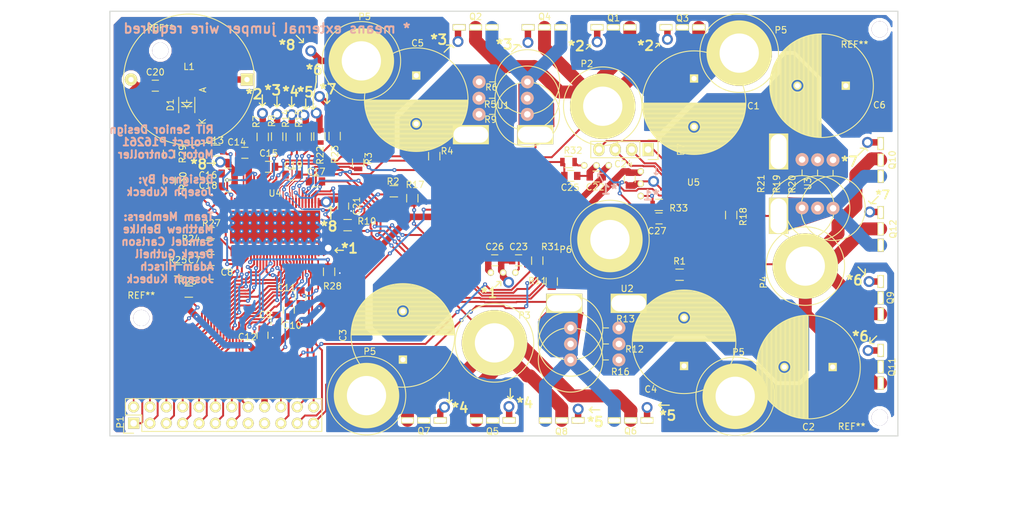
<source format=kicad_pcb>
(kicad_pcb (version 4) (host pcbnew 4.0.1-stable)
  (layers (0 F.Cu signal) (31 B.Cu signal) (34 B.Paste user) (35 F.Paste user) (36 B.SilkS user) (37 F.SilkS user) (38 B.Mask user) (39 F.Mask user) (44 Edge.Cuts user))
  (net 0 "")
  (net 1 +batt)
  (net 2 GND)
  (net 3 "Net-(C7-Pad1)")
  (net 4 "Net-(C8-Pad2)")
  (net 5 "Net-(C9-Pad1)")
  (net 6 "Net-(C10-Pad2)")
  (net 7 "Net-(C11-Pad2)")
  (net 8 "Net-(C12-Pad1)")
  (net 9 "Net-(C12-Pad2)")
  (net 10 "Net-(C13-Pad1)")
  (net 11 "Net-(C14-Pad1)")
  (net 12 "Net-(C14-Pad2)")
  (net 13 "Net-(C15-Pad1)")
  (net 14 /Gate-Driver/SH_A)
  (net 15 "Net-(C17-Pad1)")
  (net 16 /Gate-Driver/SH_C)
  (net 17 "Net-(C19-Pad1)")
  (net 18 /Gate-Driver/SH_B)
  (net 19 VCC)
  (net 20 /Gate-Driver/SCLK)
  (net 21 /Gate-Driver/VDD_SPI)
  (net 22 /Gate-Driver/SDO)
  (net 23 /Gate-Driver/EN_GATE)
  (net 24 /Gate-Driver/SDI)
  (net 25 /Gate-Driver/INH_A)
  (net 26 /Gate-Driver/nSCS)
  (net 27 /Gate-Driver/INL_A)
  (net 28 /Gate-Driver/nFault)
  (net 29 /Gate-Driver/INH_B)
  (net 30 /Gate-Driver/nOCTW)
  (net 31 /Gate-Driver/INL_B)
  (net 32 /Gate-Driver/INH_C)
  (net 33 "Net-(P1-Pad15)")
  (net 34 /Gate-Driver/INL_C)
  (net 35 "Net-(P1-Pad17)")
  (net 36 /Gate-Driver/DC_CAL)
  (net 37 "/power mosfets & current sensing/hall_1")
  (net 38 /Gate-Driver/REF)
  (net 39 "/power mosfets & current sensing/hall_2")
  (net 40 /Gate-Driver/S01)
  (net 41 "/power mosfets & current sensing/hall_3")
  (net 42 /Gate-Driver/S02)
  (net 43 "Net-(Q1-Pad1)")
  (net 44 /Gate-Driver/SL_A)
  (net 45 "Net-(Q2-Pad1)")
  (net 46 "Net-(Q5-Pad1)")
  (net 47 /Gate-Driver/SL_B)
  (net 48 "Net-(Q6-Pad1)")
  (net 49 "Net-(Q11-Pad1)")
  (net 50 /Gate-Driver/SL_C)
  (net 51 "Net-(Q10-Pad1)")
  (net 52 /Gate-Driver/SP2)
  (net 53 "/power mosfets & current sensing/SP3")
  (net 54 /Gate-Driver/SN2)
  (net 55 "/power mosfets & current sensing/SN3")
  (net 56 /Gate-Driver/SN1)
  (net 57 /Gate-Driver/SP1)
  (net 58 /Gate-Driver/GH_A)
  (net 59 /Gate-Driver/GL_A)
  (net 60 /Gate-Driver/GH_B)
  (net 61 /Gate-Driver/GL_B)
  (net 62 /Gate-Driver/GH_C)
  (net 63 /Gate-Driver/GL_C)
  (net 64 "Net-(R27-Pad1)")
  (net 65 "Net-(R28-Pad1)")
  (net 66 "Net-(R29-Pad2)")
  (net 67 "Net-(U4-Pad4)")
  (net 68 "Net-(U4-Pad55)")
  (net 69 "Net-(P7-Pad1)")
  (net 70 "Net-(P7-Pad2)")
  (net 71 "Net-(P7-Pad3)")
  (net 72 "Net-(P7-Pad4)")
  (net 73 "Net-(R31-Pad1)")
  (net 74 "Net-(R32-Pad1)")
  (net 75 "Net-(R33-Pad2)")
  (module Mounting_Holes:MountingHole_2-5mm (layer F.Cu) (at 95.25 102.1)
    (fp_text reference REF** (at 0 -3.50012) (layer F.SilkS))
    (fp_text value MountingHole_2-5mm)
    (pad 1 thru_hole circle (at 0 0) (size 2.5 2.5) (drill 2.5) (layers *.Cu Eco1.User))
  )
  (module Mounting_Holes:MountingHole_2-5mm (layer F.Cu) (at 98.2 60.6)
    (fp_text reference REF** (at 0 -3.50012) (layer F.SilkS))
    (fp_text value MountingHole_2-5mm)
    (pad 1 thru_hole circle (at 0 0) (size 2.5 2.5) (drill 2.5) (layers *.Cu Eco1.User))
  )
  (module Mounting_Holes:MountingHole_2-5mm (layer F.Cu) (at 209.85 57.3)
    (fp_text reference REF** (at -3.9 2.35) (layer F.SilkS))
    (fp_text value MountingHole_2-5mm)
    (pad 1 thru_hole circle (at 0 0) (size 2.5 2.5) (drill 2.5) (layers *.Cu Eco1.User))
  )
  (module Pin_Headers:Pin_Header_Straight_1x04 (layer F.Cu) (at 173.8969 75.958 270)
    (fp_text reference P7 (at 0 -5.1 270) (layer F.SilkS))
    (fp_text value CONN_01X04)
    (pad 1 thru_hole rect (at 0 0 270) (size 2.032 1.7272) (drill 1.016) (layers *.Cu *.Mask F.SilkS) (net 69 "Net-(P7-Pad1)"))
    (pad 2 thru_hole oval (at 0 2.54 270) (size 2.032 1.7272) (drill 1.016) (layers *.Cu *.Mask F.SilkS) (net 70 "Net-(P7-Pad2)"))
    (pad 3 thru_hole oval (at 0 5.08 270) (size 2.032 1.7272) (drill 1.016) (layers *.Cu *.Mask F.SilkS) (net 71 "Net-(P7-Pad3)"))
    (pad 4 thru_hole oval (at 0 7.62 270) (size 2.032 1.7272) (drill 1.016) (layers *.Cu *.Mask F.SilkS) (net 72 "Net-(P7-Pad4)"))
  )
  (module Connect:Banana_Jack_1Pin (layer F.Cu) (at 130.2 114.15)
    (fp_text reference P5 (at 0.508 -6.858) (layer F.SilkS))
    (fp_text value CONN_01X01)
    (pad 1 thru_hole circle (at 0 0) (size 10.16 10.16) (drill 6.096) (layers *.Cu *.Mask F.SilkS) (net 1 +batt))
  )
  (module Connect:Banana_Jack_1Pin (layer F.Cu) (at 187.4224 114.2612)
    (fp_text reference P5 (at 0.508 -6.858) (layer F.SilkS))
    (fp_text value CONN_01X01)
    (pad 1 thru_hole circle (at 0 0) (size 10.16 10.16) (drill 6.096) (layers *.Cu *.Mask F.SilkS) (net 1 +batt))
  )
  (module Connect:Banana_Jack_1Pin (layer F.Cu) (at 188.0447 60.9974)
    (fp_text reference P5 (at 6.4643 -3.5814) (layer F.SilkS))
    (fp_text value CONN_01X01)
    (pad 1 thru_hole circle (at 0 0) (size 10.16 10.16) (drill 6.096) (layers *.Cu *.Mask F.SilkS) (net 1 +batt))
  )
  (module Connect:Banana_Jack_1Pin (layer F.Cu) (at 129.4 62.2)
    (fp_text reference P5 (at 0.508 -6.858) (layer F.SilkS))
    (fp_text value CONN_01X01)
    (pad 1 thru_hole circle (at 0 0) (size 10.16 10.16) (drill 6.096) (layers *.Cu *.Mask F.SilkS) (net 1 +batt))
  )
  (module Capacitors_ThroughHole:C_Radial_D16_L30_P7.5 (layer F.Cu) (at 135.8477 108.5589 90)
    (fp_text reference C3 (at 3.75 -9.3 90) (layer F.SilkS))
    (fp_text value 470uF)
    (pad 1 thru_hole rect (at 0 0 90) (size 1.3 1.3) (drill 0.8) (layers *.Cu *.Mask F.SilkS) (net 1 +batt))
    (pad 2 thru_hole circle (at 7.5 0 90) (size 1.3 1.3) (drill 0.8) (layers *.Cu *.Mask F.SilkS) (net 2 GND))
  )
  (module Connect:Banana_Jack_1Pin (layer F.Cu) (at 150.059 105.9681 180)
    (fp_text reference P3 (at -4.6524 4.2665 180) (layer F.SilkS))
    (fp_text value to_motor_phase_2)
    (pad 1 thru_hole circle (at 0 0 180) (size 10.16 10.16) (drill 6.096) (layers *.Cu *.Mask F.SilkS) (net 18 /Gate-Driver/SH_B))
  )
  (module p16261:csd19505kcs (layer F.Cu) (at 139.1 118 180)
    (fp_text reference Q7 (at -0.0042 -1.639 180) (layer F.SilkS))
    (fp_text value csd19505kcs)
    (pad 3 thru_hole rect (at 2.54 0 180) (size 2 1) (drill oval 1.78 0.7) (layers *.Cu *.Mask F.SilkS) (net 18 /Gate-Driver/SH_B))
    (pad 2 thru_hole rect (at 0 0 180) (size 2 1) (drill oval 1.78 0.7) (layers *.Cu *.Mask F.SilkS) (net 1 +batt))
    (pad 1 thru_hole rect (at -2.54 0 180) (size 2 1) (drill oval 1.78 0.7) (layers *.Cu *.Mask F.SilkS) (net 46 "Net-(Q5-Pad1)"))
  )
  (module p16261:csd19505kcs (layer F.Cu) (at 149.8 118 180)
    (fp_text reference Q5 (at 0.0466 -1.6898 180) (layer F.SilkS))
    (fp_text value csd19505kcs)
    (pad 3 thru_hole rect (at 2.54 0 180) (size 2 1) (drill oval 1.78 0.7) (layers *.Cu *.Mask F.SilkS) (net 18 /Gate-Driver/SH_B))
    (pad 2 thru_hole rect (at 0 0 180) (size 2 1) (drill oval 1.78 0.7) (layers *.Cu *.Mask F.SilkS) (net 1 +batt))
    (pad 1 thru_hole rect (at -2.54 0 180) (size 2 1) (drill oval 1.78 0.7) (layers *.Cu *.Mask F.SilkS) (net 46 "Net-(Q5-Pad1)"))
  )
  (module p16261:csd19505kcs (layer F.Cu) (at 160.5 118 180)
    (fp_text reference Q8 (at 0.0466 -1.7279 180) (layer F.SilkS))
    (fp_text value csd19505kcs)
    (pad 3 thru_hole rect (at 2.54 0 180) (size 2 1) (drill oval 1.78 0.7) (layers *.Cu *.Mask F.SilkS) (net 47 /Gate-Driver/SL_B))
    (pad 2 thru_hole rect (at 0 0 180) (size 2 1) (drill oval 1.78 0.7) (layers *.Cu *.Mask F.SilkS) (net 18 /Gate-Driver/SH_B))
    (pad 1 thru_hole rect (at -2.54 0 180) (size 2 1) (drill oval 1.78 0.7) (layers *.Cu *.Mask F.SilkS) (net 48 "Net-(Q6-Pad1)"))
  )
  (module p16261:csd19505kcs (layer F.Cu) (at 171.2 118 180)
    (fp_text reference Q6 (at 0.0212 -1.6517 180) (layer F.SilkS))
    (fp_text value csd19505kcs)
    (pad 3 thru_hole rect (at 2.54 0 180) (size 2 1) (drill oval 1.78 0.7) (layers *.Cu *.Mask F.SilkS) (net 47 /Gate-Driver/SL_B))
    (pad 2 thru_hole rect (at 0 0 180) (size 2 1) (drill oval 1.78 0.7) (layers *.Cu *.Mask F.SilkS) (net 18 /Gate-Driver/SH_B))
    (pad 1 thru_hole rect (at -2.54 0 180) (size 2 1) (drill oval 1.78 0.7) (layers *.Cu *.Mask F.SilkS) (net 48 "Net-(Q6-Pad1)"))
  )
  (module Capacitors_ThroughHole:C_Radial_D16_L30_P7.5 (layer F.Cu) (at 179.4849 109.5495 90)
    (fp_text reference C4 (at -3.6195 -5.1689 180) (layer F.SilkS))
    (fp_text value 470uF)
    (pad 1 thru_hole rect (at 0 0 90) (size 1.3 1.3) (drill 0.8) (layers *.Cu *.Mask F.SilkS) (net 1 +batt))
    (pad 2 thru_hole circle (at 7.5 0 90) (size 1.3 1.3) (drill 0.8) (layers *.Cu *.Mask F.SilkS) (net 2 GND))
  )
  (module p16261:ADT7301 (layer F.Cu) (at 178.55 80.7)
    (fp_text reference U5 (at 2.4 0.35) (layer F.SilkS))
    (fp_text value ADT7301)
    (pad 1 smd rect (at -0.95 1.5) (size 0.5 1.2) (layers F.Cu F.Paste F.Mask) (net 2 GND))
    (pad 2 smd rect (at 0 1.5) (size 0.5 1.2) (layers F.Cu F.Paste F.Mask) (net 72 "Net-(P7-Pad4)"))
    (pad 3 smd rect (at 0.95 1.5) (size 0.5 1.2) (layers F.Cu F.Paste F.Mask) (net 19 VCC))
    (pad 4 smd rect (at 0.95 -1.5) (size 0.5 1.2) (layers F.Cu F.Paste F.Mask) (net 71 "Net-(P7-Pad3)"))
    (pad 5 smd rect (at 0 -1.5) (size 0.5 1.2) (layers F.Cu F.Paste F.Mask) (net 70 "Net-(P7-Pad2)"))
    (pad 6 smd rect (at -0.95 -1.5) (size 0.5 1.2) (layers F.Cu F.Paste F.Mask) (net 69 "Net-(P7-Pad1)"))
  )
  (module Capacitors_ThroughHole:C_Radial_D16_L30_P7.5 (layer F.Cu) (at 181.0343 64.9344 270)
    (fp_text reference C1 (at 4.2656 -9.2157 360) (layer F.SilkS))
    (fp_text value 470uF)
    (pad 1 thru_hole rect (at 0 0 270) (size 1.3 1.3) (drill 0.8) (layers *.Cu *.Mask F.SilkS) (net 1 +batt))
    (pad 2 thru_hole circle (at 7.5 0 270) (size 1.3 1.3) (drill 0.8) (layers *.Cu *.Mask F.SilkS) (net 2 GND))
  )
  (module Capacitors_ThroughHole:C_Radial_D16_L30_P7.5 (layer F.Cu) (at 202.5481 109.7146 180)
    (fp_text reference C2 (at 3.75 -9.3 180) (layer F.SilkS))
    (fp_text value 470uF)
    (pad 1 thru_hole rect (at 0 0 180) (size 1.3 1.3) (drill 0.8) (layers *.Cu *.Mask F.SilkS) (net 1 +batt))
    (pad 2 thru_hole circle (at 7.5 0 180) (size 1.3 1.3) (drill 0.8) (layers *.Cu *.Mask F.SilkS) (net 2 GND))
  )
  (module Capacitors_ThroughHole:C_Radial_D16_L30_P7.5 (layer F.Cu) (at 137.9178 64.4702 270)
    (fp_text reference C5 (at -5.0222 -0.2032 360) (layer F.SilkS))
    (fp_text value 470uF)
    (pad 1 thru_hole rect (at 0 0 270) (size 1.3 1.3) (drill 0.8) (layers *.Cu *.Mask F.SilkS) (net 1 +batt))
    (pad 2 thru_hole circle (at 7.5 0 270) (size 1.3 1.3) (drill 0.8) (layers *.Cu *.Mask F.SilkS) (net 2 GND))
  )
  (module Capacitors_ThroughHole:C_Radial_D16_L30_P7.5 (layer F.Cu) (at 204.5801 66.052 180)
    (fp_text reference C6 (at -5.2199 -2.998 180) (layer F.SilkS))
    (fp_text value 470uF)
    (pad 1 thru_hole rect (at 0 0 180) (size 1.3 1.3) (drill 0.8) (layers *.Cu *.Mask F.SilkS) (net 1 +batt))
    (pad 2 thru_hole circle (at 7.5 0 180) (size 1.3 1.3) (drill 0.8) (layers *.Cu *.Mask F.SilkS) (net 2 GND))
  )
  (module Capacitors_SMD:C_0805 (layer F.Cu) (at 106.0695 93.1157 180)
    (fp_text reference C7 (at 2.6195 0.0127 180) (layer F.SilkS))
    (fp_text value 10pF)
    (pad 1 smd rect (at -1 0 180) (size 1 1.25) (layers F.Cu F.Paste F.Mask) (net 3 "Net-(C7-Pad1)"))
    (pad 2 smd rect (at 1 0 180) (size 1 1.25) (layers F.Cu F.Paste F.Mask) (net 2 GND))
  )
  (module Capacitors_SMD:C_0805 (layer F.Cu) (at 105.9425 95.2493 180)
    (fp_text reference C8 (at -2.5875 0.2413 180) (layer F.SilkS))
    (fp_text value 0.01uF)
    (pad 1 smd rect (at -1 0 180) (size 1 1.25) (layers F.Cu F.Paste F.Mask) (net 3 "Net-(C7-Pad1)"))
    (pad 2 smd rect (at 1 0 180) (size 1 1.25) (layers F.Cu F.Paste F.Mask) (net 4 "Net-(C8-Pad2)"))
  )
  (module Capacitors_SMD:C_0805 (layer F.Cu) (at 116.2262 102.6374 270)
    (fp_text reference C9 (at -1.0254 1.7272 360) (layer F.SilkS))
    (fp_text value 2.2uF)
    (pad 1 smd rect (at -1 0 270) (size 1 1.25) (layers F.Cu F.Paste F.Mask) (net 5 "Net-(C9-Pad1)"))
    (pad 2 smd rect (at 1 0 270) (size 1 1.25) (layers F.Cu F.Paste F.Mask) (net 2 GND))
  )
  (module Capacitors_SMD:C_0805 (layer F.Cu) (at 118.1439 100.8787 90)
    (fp_text reference C10 (at -2.3843 0.5461 180) (layer F.SilkS))
    (fp_text value 1uF)
    (pad 1 smd rect (at -1 0 90) (size 1 1.25) (layers F.Cu F.Paste F.Mask) (net 2 GND))
    (pad 2 smd rect (at 1 0 90) (size 1 1.25) (layers F.Cu F.Paste F.Mask) (net 6 "Net-(C10-Pad2)"))
  )
  (module Capacitors_SMD:C_0805 (layer F.Cu) (at 119.9727 98.8213 90)
    (fp_text reference C11 (at 1.4003 -2.1717 180) (layer F.SilkS))
    (fp_text value 1uF)
    (pad 1 smd rect (at -1 0 90) (size 1 1.25) (layers F.Cu F.Paste F.Mask) (net 2 GND))
    (pad 2 smd rect (at 1 0 90) (size 1 1.25) (layers F.Cu F.Paste F.Mask) (net 7 "Net-(C11-Pad2)"))
  )
  (module Capacitors_SMD:C_0805 (layer F.Cu) (at 114.0545 104.7837 90)
    (fp_text reference C12 (at -0.2573 -2.3495 180) (layer F.SilkS))
    (fp_text value 0.022uF)
    (pad 1 smd rect (at -1 0 90) (size 1 1.25) (layers F.Cu F.Paste F.Mask) (net 8 "Net-(C12-Pad1)"))
    (pad 2 smd rect (at 1 0 90) (size 1 1.25) (layers F.Cu F.Paste F.Mask) (net 9 "Net-(C12-Pad2)"))
  )
  (module Capacitors_SMD:C_0805 (layer F.Cu) (at 106.9712 76.1104 180)
    (fp_text reference C13 (at 0.3462 1.5494 180) (layer F.SilkS))
    (fp_text value 0.47nF)
    (pad 1 smd rect (at -1 0 180) (size 1 1.25) (layers F.Cu F.Paste F.Mask) (net 10 "Net-(C13-Pad1)"))
    (pad 2 smd rect (at 1 0 180) (size 1 1.25) (layers F.Cu F.Paste F.Mask) (net 2 GND))
  )
  (module Capacitors_SMD:C_0805 (layer F.Cu) (at 111.3207 76.466)
    (fp_text reference C14 (at -1.2667 -1.651) (layer F.SilkS))
    (fp_text value 0.1uF)
    (pad 1 smd rect (at -1 0) (size 1 1.25) (layers F.Cu F.Paste F.Mask) (net 11 "Net-(C14-Pad1)"))
    (pad 2 smd rect (at 1 0) (size 1 1.25) (layers F.Cu F.Paste F.Mask) (net 12 "Net-(C14-Pad2)"))
  )
  (module Capacitors_SMD:C_0805 (layer F.Cu) (at 115.0037 78.6377)
    (fp_text reference C15 (at 0 -2.1) (layer F.SilkS))
    (fp_text value 0.1uF)
    (pad 1 smd rect (at -1 0) (size 1 1.25) (layers F.Cu F.Paste F.Mask) (net 13 "Net-(C15-Pad1)"))
    (pad 2 smd rect (at 1 0) (size 1 1.25) (layers F.Cu F.Paste F.Mask) (net 14 /Gate-Driver/SH_A))
  )
  (module Capacitors_SMD:C_0805 (layer F.Cu) (at 108.7172 79.6918 180)
    (fp_text reference C16 (at 3.1294 -0.242 180) (layer F.SilkS))
    (fp_text value DNP)
    (pad 1 smd rect (at -1 0 180) (size 1 1.25) (layers F.Cu F.Paste F.Mask) (net 1 +batt))
    (pad 2 smd rect (at 1 0 180) (size 1 1.25) (layers F.Cu F.Paste F.Mask) (net 2 GND))
  )
  (module Capacitors_SMD:C_0805 (layer F.Cu) (at 122.2874 80.8983)
    (fp_text reference C17 (at 0.0856 -1.5113) (layer F.SilkS))
    (fp_text value 0.1uF)
    (pad 1 smd rect (at -1 0) (size 1 1.25) (layers F.Cu F.Paste F.Mask) (net 15 "Net-(C17-Pad1)"))
    (pad 2 smd rect (at 1 0) (size 1 1.25) (layers F.Cu F.Paste F.Mask) (net 16 /Gate-Driver/SH_C))
  )
  (module Capacitors_SMD:C_0805 (layer F.Cu) (at 108.7238 81.6984 180)
    (fp_text reference C18 (at 3.1148 0.1524 180) (layer F.SilkS))
    (fp_text value 10uF)
    (pad 1 smd rect (at -1 0 180) (size 1 1.25) (layers F.Cu F.Paste F.Mask) (net 1 +batt))
    (pad 2 smd rect (at 1 0 180) (size 1 1.25) (layers F.Cu F.Paste F.Mask) (net 2 GND))
  )
  (module Capacitors_SMD:C_0805 (layer F.Cu) (at 118.6298 79.8569)
    (fp_text reference C19 (at 0.1872 -1.4859) (layer F.SilkS))
    (fp_text value 0.1uF)
    (pad 1 smd rect (at -1 0) (size 1 1.25) (layers F.Cu F.Paste F.Mask) (net 17 "Net-(C19-Pad1)"))
    (pad 2 smd rect (at 1 0) (size 1 1.25) (layers F.Cu F.Paste F.Mask) (net 18 /Gate-Driver/SH_B))
  )
  (module Capacitors_SMD:C_0805 (layer F.Cu) (at 97.4208 66.052)
    (fp_text reference C20 (at 0 -2.1) (layer F.SilkS))
    (fp_text value 22uF)
    (pad 1 smd rect (at -1 0) (size 1 1.25) (layers F.Cu F.Paste F.Mask) (net 19 VCC))
    (pad 2 smd rect (at 1 0) (size 1 1.25) (layers F.Cu F.Paste F.Mask) (net 2 GND))
  )
  (module Pin_Headers:Pin_Header_Straight_2x12 (layer F.Cu) (at 94.052 118.4395 90)
    (fp_text reference P1 (at 0.1644 -2.0786 90) (layer F.SilkS))
    (fp_text value CONN_02X12)
    (pad 1 thru_hole rect (at 0 0 90) (size 1.7272 1.7272) (drill 1.016) (layers *.Cu *.Mask F.SilkS) (net 20 /Gate-Driver/SCLK))
    (pad 2 thru_hole oval (at 2.54 0 90) (size 1.7272 1.7272) (drill 1.016) (layers *.Cu *.Mask F.SilkS) (net 21 /Gate-Driver/VDD_SPI))
    (pad 3 thru_hole oval (at 0 2.54 90) (size 1.7272 1.7272) (drill 1.016) (layers *.Cu *.Mask F.SilkS) (net 22 /Gate-Driver/SDO))
    (pad 4 thru_hole oval (at 2.54 2.54 90) (size 1.7272 1.7272) (drill 1.016) (layers *.Cu *.Mask F.SilkS) (net 23 /Gate-Driver/EN_GATE))
    (pad 5 thru_hole oval (at 0 5.08 90) (size 1.7272 1.7272) (drill 1.016) (layers *.Cu *.Mask F.SilkS) (net 24 /Gate-Driver/SDI))
    (pad 6 thru_hole oval (at 2.54 5.08 90) (size 1.7272 1.7272) (drill 1.016) (layers *.Cu *.Mask F.SilkS) (net 25 /Gate-Driver/INH_A))
    (pad 7 thru_hole oval (at 0 7.62 90) (size 1.7272 1.7272) (drill 1.016) (layers *.Cu *.Mask F.SilkS) (net 26 /Gate-Driver/nSCS))
    (pad 8 thru_hole oval (at 2.54 7.62 90) (size 1.7272 1.7272) (drill 1.016) (layers *.Cu *.Mask F.SilkS) (net 27 /Gate-Driver/INL_A))
    (pad 9 thru_hole oval (at 0 10.16 90) (size 1.7272 1.7272) (drill 1.016) (layers *.Cu *.Mask F.SilkS) (net 28 /Gate-Driver/nFault))
    (pad 10 thru_hole oval (at 2.54 10.16 90) (size 1.7272 1.7272) (drill 1.016) (layers *.Cu *.Mask F.SilkS) (net 29 /Gate-Driver/INH_B))
    (pad 11 thru_hole oval (at 0 12.7 90) (size 1.7272 1.7272) (drill 1.016) (layers *.Cu *.Mask F.SilkS) (net 30 /Gate-Driver/nOCTW))
    (pad 12 thru_hole oval (at 2.54 12.7 90) (size 1.7272 1.7272) (drill 1.016) (layers *.Cu *.Mask F.SilkS) (net 31 /Gate-Driver/INL_B))
    (pad 13 thru_hole oval (at 0 15.24 90) (size 1.7272 1.7272) (drill 1.016) (layers *.Cu *.Mask F.SilkS) (net 36 /Gate-Driver/DC_CAL))
    (pad 14 thru_hole oval (at 2.54 15.24 90) (size 1.7272 1.7272) (drill 1.016) (layers *.Cu *.Mask F.SilkS) (net 32 /Gate-Driver/INH_C))
    (pad 15 thru_hole oval (at 0 17.78 90) (size 1.7272 1.7272) (drill 1.016) (layers *.Cu *.Mask F.SilkS) (net 33 "Net-(P1-Pad15)"))
    (pad 16 thru_hole oval (at 2.54 17.78 90) (size 1.7272 1.7272) (drill 1.016) (layers *.Cu *.Mask F.SilkS) (net 34 /Gate-Driver/INL_C))
    (pad 17 thru_hole oval (at 0 20.32 90) (size 1.7272 1.7272) (drill 1.016) (layers *.Cu *.Mask F.SilkS) (net 35 "Net-(P1-Pad17)"))
    (pad 18 thru_hole oval (at 2.54 20.32 90) (size 1.7272 1.7272) (drill 1.016) (layers *.Cu *.Mask F.SilkS) (net 19 VCC))
    (pad 19 thru_hole oval (at 0 22.86 90) (size 1.7272 1.7272) (drill 1.016) (layers *.Cu *.Mask F.SilkS) (net 37 "/power mosfets & current sensing/hall_1"))
    (pad 20 thru_hole oval (at 2.54 22.86 90) (size 1.7272 1.7272) (drill 1.016) (layers *.Cu *.Mask F.SilkS) (net 38 /Gate-Driver/REF))
    (pad 21 thru_hole oval (at 0 25.4 90) (size 1.7272 1.7272) (drill 1.016) (layers *.Cu *.Mask F.SilkS) (net 39 "/power mosfets & current sensing/hall_2"))
    (pad 22 thru_hole oval (at 2.54 25.4 90) (size 1.7272 1.7272) (drill 1.016) (layers *.Cu *.Mask F.SilkS) (net 40 /Gate-Driver/S01))
    (pad 23 thru_hole oval (at 0 27.94 90) (size 1.7272 1.7272) (drill 1.016) (layers *.Cu *.Mask F.SilkS) (net 41 "/power mosfets & current sensing/hall_3"))
    (pad 24 thru_hole oval (at 2.54 27.94 90) (size 1.7272 1.7272) (drill 1.016) (layers *.Cu *.Mask F.SilkS) (net 42 /Gate-Driver/S02))
  )
  (module Connect:Banana_Jack_1Pin (layer F.Cu) (at 166.8611 69.2397)
    (fp_text reference P2 (at -2.4611 -6.5897) (layer F.SilkS))
    (fp_text value to_motor_phase_1)
    (pad 1 thru_hole circle (at 0 0) (size 10.16 10.16) (drill 6.096) (layers *.Cu *.Mask F.SilkS) (net 14 /Gate-Driver/SH_A))
  )
  (module Connect:Banana_Jack_1Pin (layer F.Cu) (at 198.3 94.05 270)
    (fp_text reference P4 (at 2.5153 6.4601 270) (layer F.SilkS))
    (fp_text value to_motor_phase_3)
    (pad 1 thru_hole circle (at 0 0 270) (size 10.16 10.16) (drill 6.096) (layers *.Cu *.Mask F.SilkS) (net 16 /Gate-Driver/SH_C))
  )
  (module Connect:Banana_Jack_1Pin (layer F.Cu) (at 167.9787 89.928)
    (fp_text reference P6 (at -6.8665 1.5628) (layer F.SilkS))
    (fp_text value CONN_01X01)
    (pad 1 thru_hole circle (at 0 0) (size 10.16 10.16) (drill 6.096) (layers *.Cu *.Mask F.SilkS) (net 2 GND))
  )
  (module p16261:csd19505kcs (layer F.Cu) (at 168.525 57)
    (fp_text reference Q1 (at 0.0296 -1.4598) (layer F.SilkS))
    (fp_text value csd19505kcs)
    (pad 3 thru_hole rect (at 2.54 0) (size 2 1) (drill oval 1.78 0.7) (layers *.Cu *.Mask F.SilkS) (net 14 /Gate-Driver/SH_A))
    (pad 2 thru_hole rect (at 0 0) (size 2 1) (drill oval 1.78 0.7) (layers *.Cu *.Mask F.SilkS) (net 1 +batt))
    (pad 1 thru_hole rect (at -2.54 0) (size 2 1) (drill oval 1.78 0.7) (layers *.Cu *.Mask F.SilkS) (net 43 "Net-(Q1-Pad1)"))
  )
  (module p16261:csd19505kcs (layer F.Cu) (at 147.125 57)
    (fp_text reference Q2 (at 0.0042 -1.6503) (layer F.SilkS))
    (fp_text value csd19505kcs)
    (pad 3 thru_hole rect (at 2.54 0) (size 2 1) (drill oval 1.78 0.7) (layers *.Cu *.Mask F.SilkS) (net 44 /Gate-Driver/SL_A))
    (pad 2 thru_hole rect (at 0 0) (size 2 1) (drill oval 1.78 0.7) (layers *.Cu *.Mask F.SilkS) (net 14 /Gate-Driver/SH_A))
    (pad 1 thru_hole rect (at -2.54 0) (size 2 1) (drill oval 1.78 0.7) (layers *.Cu *.Mask F.SilkS) (net 45 "Net-(Q2-Pad1)"))
  )
  (module p16261:csd19505kcs (layer F.Cu) (at 179.225 57)
    (fp_text reference Q3 (at 0.0169 -1.4217) (layer F.SilkS))
    (fp_text value csd19505kcs)
    (pad 3 thru_hole rect (at 2.54 0) (size 2 1) (drill oval 1.78 0.7) (layers *.Cu *.Mask F.SilkS) (net 14 /Gate-Driver/SH_A))
    (pad 2 thru_hole rect (at 0 0) (size 2 1) (drill oval 1.78 0.7) (layers *.Cu *.Mask F.SilkS) (net 1 +batt))
    (pad 1 thru_hole rect (at -2.54 0) (size 2 1) (drill oval 1.78 0.7) (layers *.Cu *.Mask F.SilkS) (net 43 "Net-(Q1-Pad1)"))
  )
  (module p16261:csd19505kcs (layer F.Cu) (at 157.825 57)
    (fp_text reference Q4 (at 0.0169 -1.6503) (layer F.SilkS))
    (fp_text value csd19505kcs)
    (pad 3 thru_hole rect (at 2.54 0) (size 2 1) (drill oval 1.78 0.7) (layers *.Cu *.Mask F.SilkS) (net 44 /Gate-Driver/SL_A))
    (pad 2 thru_hole rect (at 0 0) (size 2 1) (drill oval 1.78 0.7) (layers *.Cu *.Mask F.SilkS) (net 14 /Gate-Driver/SH_A))
    (pad 1 thru_hole rect (at -2.54 0) (size 2 1) (drill oval 1.78 0.7) (layers *.Cu *.Mask F.SilkS) (net 45 "Net-(Q2-Pad1)"))
  )
  (module p16261:csd19505kcs (layer F.Cu) (at 210 98.975 270)
    (fp_text reference Q9 (at -0.012 -1.5282 270) (layer F.SilkS))
    (fp_text value csd19505kcs)
    (pad 3 thru_hole rect (at 2.54 0 270) (size 2 1) (drill oval 1.78 0.7) (layers *.Cu *.Mask F.SilkS) (net 16 /Gate-Driver/SH_C))
    (pad 2 thru_hole rect (at 0 0 270) (size 2 1) (drill oval 1.78 0.7) (layers *.Cu *.Mask F.SilkS) (net 1 +batt))
    (pad 1 thru_hole rect (at -2.54 0 270) (size 2 1) (drill oval 1.78 0.7) (layers *.Cu *.Mask F.SilkS) (net 49 "Net-(Q11-Pad1)"))
  )
  (module p16261:csd19505kcs (layer F.Cu) (at 210 77.575 270)
    (fp_text reference Q10 (at 0.0007 -1.8076 270) (layer F.SilkS))
    (fp_text value csd19505kcs)
    (pad 3 thru_hole rect (at 2.54 0 270) (size 2 1) (drill oval 1.78 0.7) (layers *.Cu *.Mask F.SilkS) (net 50 /Gate-Driver/SL_C))
    (pad 2 thru_hole rect (at 0 0 270) (size 2 1) (drill oval 1.78 0.7) (layers *.Cu *.Mask F.SilkS) (net 16 /Gate-Driver/SH_C))
    (pad 1 thru_hole rect (at -2.54 0 270) (size 2 1) (drill oval 1.78 0.7) (layers *.Cu *.Mask F.SilkS) (net 51 "Net-(Q10-Pad1)"))
  )
  (module p16261:csd19505kcs (layer F.Cu) (at 210 109.675 270)
    (fp_text reference Q11 (at 0.0261 -1.7568 270) (layer F.SilkS))
    (fp_text value csd19505kcs)
    (pad 3 thru_hole rect (at 2.54 0 270) (size 2 1) (drill oval 1.78 0.7) (layers *.Cu *.Mask F.SilkS) (net 16 /Gate-Driver/SH_C))
    (pad 2 thru_hole rect (at 0 0 270) (size 2 1) (drill oval 1.78 0.7) (layers *.Cu *.Mask F.SilkS) (net 1 +batt))
    (pad 1 thru_hole rect (at -2.54 0 270) (size 2 1) (drill oval 1.78 0.7) (layers *.Cu *.Mask F.SilkS) (net 49 "Net-(Q11-Pad1)"))
  )
  (module p16261:csd19505kcs (layer F.Cu) (at 210 88.275 270)
    (fp_text reference Q12 (at 0.0261 -1.9346 270) (layer F.SilkS))
    (fp_text value csd19505kcs)
    (pad 3 thru_hole rect (at 2.54 0 270) (size 2 1) (drill oval 1.78 0.7) (layers *.Cu *.Mask F.SilkS) (net 50 /Gate-Driver/SL_C))
    (pad 2 thru_hole rect (at 0 0 270) (size 2 1) (drill oval 1.78 0.7) (layers *.Cu *.Mask F.SilkS) (net 16 /Gate-Driver/SH_C))
    (pad 1 thru_hole rect (at -2.54 0 270) (size 2 1) (drill oval 1.78 0.7) (layers *.Cu *.Mask F.SilkS) (net 51 "Net-(Q10-Pad1)"))
  )
  (module Resistors_SMD:R_0805 (layer F.Cu) (at 178.7889 95.389)
    (fp_text reference R1 (at 0 -2.1) (layer F.SilkS))
    (fp_text value DNP)
    (pad 1 smd rect (at -0.95 0) (size 0.7 1.3) (layers F.Cu F.Paste F.Mask) (net 52 /Gate-Driver/SP2))
    (pad 2 smd rect (at 0.95 0) (size 0.7 1.3) (layers F.Cu F.Paste F.Mask) (net 53 "/power mosfets & current sensing/SP3"))
  )
  (module Resistors_SMD:R_0805 (layer F.Cu) (at 134.4405 82.435)
    (fp_text reference R2 (at -0.1295 -1.524) (layer F.SilkS))
    (fp_text value DNP)
    (pad 1 smd rect (at -0.95 0) (size 0.7 1.3) (layers F.Cu F.Paste F.Mask) (net 54 /Gate-Driver/SN2))
    (pad 2 smd rect (at 0.95 0) (size 0.7 1.3) (layers F.Cu F.Paste F.Mask) (net 55 "/power mosfets & current sensing/SN3"))
  )
  (module Resistors_SMD:R_0805 (layer F.Cu) (at 128.9008 78.0179 270)
    (fp_text reference R3 (at -0.6629 -1.6002 270) (layer F.SilkS))
    (fp_text value 0R)
    (pad 1 smd rect (at -0.95 0 270) (size 0.7 1.3) (layers F.Cu F.Paste F.Mask) (net 44 /Gate-Driver/SL_A))
    (pad 2 smd rect (at 0.95 0 270) (size 0.7 1.3) (layers F.Cu F.Paste F.Mask) (net 56 /Gate-Driver/SN1))
  )
  (module Resistors_SMD:R_0805 (layer F.Cu) (at 140.71 76.99 270)
    (fp_text reference R4 (at -0.79 -1.99 360) (layer F.SilkS))
    (fp_text value 0R)
    (pad 1 smd rect (at -0.95 0 270) (size 0.7 1.3) (layers F.Cu F.Paste F.Mask) (net 2 GND))
    (pad 2 smd rect (at 0.95 0 270) (size 0.7 1.3) (layers F.Cu F.Paste F.Mask) (net 57 /Gate-Driver/SP1))
  )
  (module Resistors_SMD:R_0805 (layer F.Cu) (at 114.0926 74.0047 90)
    (fp_text reference R7 (at 2.3647 -0.9906 90) (layer F.SilkS))
    (fp_text value 10R)
    (pad 1 smd rect (at -0.95 0 90) (size 0.7 1.3) (layers F.Cu F.Paste F.Mask) (net 58 /Gate-Driver/GH_A))
    (pad 2 smd rect (at 0.95 0 90) (size 0.7 1.3) (layers F.Cu F.Paste F.Mask) (net 43 "Net-(Q1-Pad1)"))
  )
  (module Resistors_SMD:R_0805 (layer F.Cu) (at 116.3278 73.9412 90)
    (fp_text reference R8 (at 2.4282 -0.8128 90) (layer F.SilkS))
    (fp_text value 10R)
    (pad 1 smd rect (at -0.95 0 90) (size 0.7 1.3) (layers F.Cu F.Paste F.Mask) (net 59 /Gate-Driver/GL_A))
    (pad 2 smd rect (at 0.95 0 90) (size 0.7 1.3) (layers F.Cu F.Paste F.Mask) (net 45 "Net-(Q2-Pad1)"))
  )
  (module Resistors_SMD:R_0805 (layer F.Cu) (at 127.265 87.6928 180)
    (fp_text reference R10 (at -2.9862 0.6089 180) (layer F.SilkS))
    (fp_text value 0R)
    (pad 1 smd rect (at -0.95 0 180) (size 0.7 1.3) (layers F.Cu F.Paste F.Mask) (net 47 /Gate-Driver/SL_B))
    (pad 2 smd rect (at 0.95 0 180) (size 0.7 1.3) (layers F.Cu F.Paste F.Mask) (net 54 /Gate-Driver/SN2))
  )
  (module Resistors_SMD:R_0805 (layer F.Cu) (at 158.95 96.45 90)
    (fp_text reference R11 (at 0.1 -2.2 180) (layer F.SilkS))
    (fp_text value 0R)
    (pad 1 smd rect (at -0.95 0 90) (size 0.7 1.3) (layers F.Cu F.Paste F.Mask) (net 2 GND))
    (pad 2 smd rect (at 0.95 0 90) (size 0.7 1.3) (layers F.Cu F.Paste F.Mask) (net 52 /Gate-Driver/SP2))
  )
  (module Resistors_SMD:R_0805 (layer F.Cu) (at 118.5884 74.0124 90)
    (fp_text reference R14 (at 2.8804 -0.9144 90) (layer F.SilkS))
    (fp_text value 10R)
    (pad 1 smd rect (at -0.95 0 90) (size 0.7 1.3) (layers F.Cu F.Paste F.Mask) (net 60 /Gate-Driver/GH_B))
    (pad 2 smd rect (at 0.95 0 90) (size 0.7 1.3) (layers F.Cu F.Paste F.Mask) (net 46 "Net-(Q5-Pad1)"))
  )
  (module Resistors_SMD:R_0805 (layer F.Cu) (at 120.7728 73.9743 90)
    (fp_text reference R15 (at 2.8423 -1.0668 90) (layer F.SilkS))
    (fp_text value 10R)
    (pad 1 smd rect (at -0.95 0 90) (size 0.7 1.3) (layers F.Cu F.Paste F.Mask) (net 61 /Gate-Driver/GL_B))
    (pad 2 smd rect (at 0.95 0 90) (size 0.7 1.3) (layers F.Cu F.Paste F.Mask) (net 48 "Net-(Q6-Pad1)"))
  )
  (module Resistors_SMD:R_0805 (layer F.Cu) (at 137.3082 83.517 90)
    (fp_text reference R17 (at 2.098 0.4318 180) (layer F.SilkS))
    (fp_text value 0R)
    (pad 1 smd rect (at -0.95 0 90) (size 0.7 1.3) (layers F.Cu F.Paste F.Mask) (net 50 /Gate-Driver/SL_C))
    (pad 2 smd rect (at 0.95 0 90) (size 0.7 1.3) (layers F.Cu F.Paste F.Mask) (net 55 "/power mosfets & current sensing/SN3"))
  )
  (module Resistors_SMD:R_0805 (layer F.Cu) (at 186.8001 86.1282 270)
    (fp_text reference R18 (at 0.2438 -1.8669 270) (layer F.SilkS))
    (fp_text value 0R)
    (pad 1 smd rect (at -0.95 0 270) (size 0.7 1.3) (layers F.Cu F.Paste F.Mask) (net 2 GND))
    (pad 2 smd rect (at 0.95 0 270) (size 0.7 1.3) (layers F.Cu F.Paste F.Mask) (net 53 "/power mosfets & current sensing/SP3"))
  )
  (module Resistors_SMD:R_0805 (layer F.Cu) (at 122.8937 73.9235 90)
    (fp_text reference R22 (at -2.9235 0.1143 90) (layer F.SilkS))
    (fp_text value 10R)
    (pad 1 smd rect (at -0.95 0 90) (size 0.7 1.3) (layers F.Cu F.Paste F.Mask) (net 62 /Gate-Driver/GH_C))
    (pad 2 smd rect (at 0.95 0 90) (size 0.7 1.3) (layers F.Cu F.Paste F.Mask) (net 49 "Net-(Q11-Pad1)"))
  )
  (module Resistors_SMD:R_0805 (layer F.Cu) (at 125.2559 73.8727 90)
    (fp_text reference R23 (at -2.8473 0.0381 90) (layer F.SilkS))
    (fp_text value 10R)
    (pad 1 smd rect (at -0.95 0 90) (size 0.7 1.3) (layers F.Cu F.Paste F.Mask) (net 63 /Gate-Driver/GL_C))
    (pad 2 smd rect (at 0.95 0 90) (size 0.7 1.3) (layers F.Cu F.Paste F.Mask) (net 51 "Net-(Q10-Pad1)"))
  )
  (module Resistors_SMD:R_0805 (layer F.Cu) (at 105.8528 90.9186)
    (fp_text reference R24 (at -2.9108 -1.1176) (layer F.SilkS))
    (fp_text value 24.3k)
    (pad 1 smd rect (at -0.95 0) (size 0.7 1.3) (layers F.Cu F.Paste F.Mask) (net 4 "Net-(C8-Pad2)"))
    (pad 2 smd rect (at 0.95 0) (size 0.7 1.3) (layers F.Cu F.Paste F.Mask) (net 2 GND))
  )
  (module Resistors_SMD:R_0805 (layer F.Cu) (at 100.9633 94.7159)
    (fp_text reference R25 (at -0.0533 -1.6129) (layer F.SilkS))
    (fp_text value 10k)
    (pad 1 smd rect (at -0.95 0) (size 0.7 1.3) (layers F.Cu F.Paste F.Mask) (net 19 VCC))
    (pad 2 smd rect (at 0.95 0) (size 0.7 1.3) (layers F.Cu F.Paste F.Mask) (net 30 /Gate-Driver/nOCTW))
  )
  (module Resistors_SMD:R_0805 (layer F.Cu) (at 102.6143 98.0052)
    (fp_text reference R26 (at -0.1803 -1.6002) (layer F.SilkS))
    (fp_text value 10k)
    (pad 1 smd rect (at -0.95 0) (size 0.7 1.3) (layers F.Cu F.Paste F.Mask) (net 19 VCC))
    (pad 2 smd rect (at 0.95 0) (size 0.7 1.3) (layers F.Cu F.Paste F.Mask) (net 28 /Gate-Driver/nFault))
  )
  (module Resistors_SMD:R_0805 (layer F.Cu) (at 105.99 88.9374 180)
    (fp_text reference R27 (at -0.127 1.5494 180) (layer F.SilkS))
    (fp_text value 205k)
    (pad 1 smd rect (at -0.95 0 180) (size 0.7 1.3) (layers F.Cu F.Paste F.Mask) (net 64 "Net-(R27-Pad1)"))
    (pad 2 smd rect (at 0.95 0 180) (size 0.7 1.3) (layers F.Cu F.Paste F.Mask) (net 2 GND))
  )
  (module Resistors_SMD:R_0805 (layer F.Cu) (at 124.3923 94.9343 270)
    (fp_text reference R28 (at 2.2327 -0.5207 360) (layer F.SilkS))
    (fp_text value 0R)
    (pad 1 smd rect (at -0.95 0 270) (size 0.7 1.3) (layers F.Cu F.Paste F.Mask) (net 65 "Net-(R28-Pad1)"))
    (pad 2 smd rect (at 0.95 0 270) (size 0.7 1.3) (layers F.Cu F.Paste F.Mask) (net 2 GND))
  )
  (module Resistors_SMD:R_0805 (layer F.Cu) (at 99.5511 76.6463 270)
    (fp_text reference R29 (at 0 -2.1 270) (layer F.SilkS))
    (fp_text value 53.6k)
    (pad 1 smd rect (at -0.95 0 270) (size 0.7 1.3) (layers F.Cu F.Paste F.Mask) (net 19 VCC))
    (pad 2 smd rect (at 0.95 0 270) (size 0.7 1.3) (layers F.Cu F.Paste F.Mask) (net 66 "Net-(R29-Pad2)"))
  )
  (module Resistors_SMD:R_0805 (layer F.Cu) (at 99.64 80.8246 270)
    (fp_text reference R30 (at 0 -2.1 270) (layer F.SilkS))
    (fp_text value 10k)
    (pad 1 smd rect (at -0.95 0 270) (size 0.7 1.3) (layers F.Cu F.Paste F.Mask) (net 66 "Net-(R29-Pad2)"))
    (pad 2 smd rect (at 0.95 0 270) (size 0.7 1.3) (layers F.Cu F.Paste F.Mask) (net 2 GND))
  )
  (module Capacitors_SMD:C_0805 (layer F.Cu) (at 126.5767 84.737 270)
    (fp_text reference C21 (at 0 -2.1 270) (layer F.SilkS))
    (fp_text value 1uF)
    (pad 1 smd rect (at -1 0 270) (size 1 1.25) (layers F.Cu F.Paste F.Mask) (net 1 +batt))
    (pad 2 smd rect (at 1 0 270) (size 1 1.25) (layers F.Cu F.Paste F.Mask) (net 2 GND))
  )
  (module Resistors_ThroughHole:Resistor_Vertical_RM7.5mm (layer F.Cu) (at 151.4 68 180)
    (fp_text reference R5 (at 2 -0.95 180) (layer F.SilkS))
    (fp_text value .33R)
    (pad 1 thru_hole circle (at -3.74904 0 180) (size 1.99898 1.99898) (drill 1.00076) (layers *.Cu *.SilkS *.Mask) (net 44 /Gate-Driver/SL_A))
    (pad 2 thru_hole circle (at 3.75158 0 180) (size 1.99898 1.99898) (drill 1.00076) (layers *.Cu *.SilkS *.Mask) (net 2 GND))
  )
  (module Resistors_ThroughHole:Resistor_Vertical_RM7.5mm (layer F.Cu) (at 151.43096 65.46 180)
    (fp_text reference R6 (at 1.83096 -0.84 180) (layer F.SilkS))
    (fp_text value .33R)
    (pad 1 thru_hole circle (at -3.74904 0 180) (size 1.99898 1.99898) (drill 1.00076) (layers *.Cu *.SilkS *.Mask) (net 44 /Gate-Driver/SL_A))
    (pad 2 thru_hole circle (at 3.75158 0 180) (size 1.99898 1.99898) (drill 1.00076) (layers *.Cu *.SilkS *.Mask) (net 2 GND))
  )
  (module Resistors_ThroughHole:Resistor_Vertical_RM7.5mm (layer F.Cu) (at 151.41096 70.5 180)
    (fp_text reference R9 (at 1.96096 -0.8 180) (layer F.SilkS))
    (fp_text value .33R)
    (pad 1 thru_hole circle (at -3.74904 0 180) (size 1.99898 1.99898) (drill 1.00076) (layers *.Cu *.SilkS *.Mask) (net 44 /Gate-Driver/SL_A))
    (pad 2 thru_hole circle (at 3.75158 0 180) (size 1.99898 1.99898) (drill 1.00076) (layers *.Cu *.SilkS *.Mask) (net 2 GND))
  )
  (module Resistors_ThroughHole:Resistor_Vertical_RM7.5mm (layer F.Cu) (at 165.61904 106.1332)
    (fp_text reference R12 (at 6.18096 0.8168) (layer F.SilkS))
    (fp_text value .33R)
    (pad 1 thru_hole circle (at -3.74904 0) (size 1.99898 1.99898) (drill 1.00076) (layers *.Cu *.SilkS *.Mask) (net 47 /Gate-Driver/SL_B))
    (pad 2 thru_hole circle (at 3.75158 0) (size 1.99898 1.99898) (drill 1.00076) (layers *.Cu *.SilkS *.Mask) (net 2 GND))
  )
  (module Resistors_ThroughHole:Resistor_Vertical_RM7.5mm (layer F.Cu) (at 165.61904 103.644)
    (fp_text reference R13 (at 4.78096 -1.394) (layer F.SilkS))
    (fp_text value .33R)
    (pad 1 thru_hole circle (at -3.74904 0) (size 1.99898 1.99898) (drill 1.00076) (layers *.Cu *.SilkS *.Mask) (net 47 /Gate-Driver/SL_B))
    (pad 2 thru_hole circle (at 3.75158 0) (size 1.99898 1.99898) (drill 1.00076) (layers *.Cu *.SilkS *.Mask) (net 2 GND))
  )
  (module Resistors_ThroughHole:Resistor_Vertical_RM7.5mm (layer F.Cu) (at 165.61142 108.6097)
    (fp_text reference R16 (at 3.98858 1.8403) (layer F.SilkS))
    (fp_text value .33R)
    (pad 1 thru_hole circle (at -3.74904 0) (size 1.99898 1.99898) (drill 1.00076) (layers *.Cu *.SilkS *.Mask) (net 47 /Gate-Driver/SL_B))
    (pad 2 thru_hole circle (at 3.75158 0) (size 1.99898 1.99898) (drill 1.00076) (layers *.Cu *.SilkS *.Mask) (net 2 GND))
  )
  (module Resistors_ThroughHole:Resistor_Vertical_RM7.5mm (layer F.Cu) (at 200.2113 81.30216 90)
    (fp_text reference R19 (at 0 -6.35 90) (layer F.SilkS))
    (fp_text value .33R)
    (pad 1 thru_hole circle (at -3.74904 0 90) (size 1.99898 1.99898) (drill 1.00076) (layers *.Cu *.SilkS *.Mask) (net 50 /Gate-Driver/SL_C))
    (pad 2 thru_hole circle (at 3.75158 0 90) (size 1.99898 1.99898) (drill 1.00076) (layers *.Cu *.SilkS *.Mask) (net 2 GND))
  )
  (module Resistors_ThroughHole:Resistor_Vertical_RM7.5mm (layer F.Cu) (at 202.6116 81.32756 90)
    (fp_text reference R20 (at 0 -6.35 90) (layer F.SilkS))
    (fp_text value .33R)
    (pad 1 thru_hole circle (at -3.74904 0 90) (size 1.99898 1.99898) (drill 1.00076) (layers *.Cu *.SilkS *.Mask) (net 50 /Gate-Driver/SL_C))
    (pad 2 thru_hole circle (at 3.75158 0 90) (size 1.99898 1.99898) (drill 1.00076) (layers *.Cu *.SilkS *.Mask) (net 2 GND))
  )
  (module Resistors_ThroughHole:Resistor_Vertical_RM7.5mm (layer F.Cu) (at 197.7983 81.26406 90)
    (fp_text reference R21 (at 0 -6.35 90) (layer F.SilkS))
    (fp_text value .33R)
    (pad 1 thru_hole circle (at -3.74904 0 90) (size 1.99898 1.99898) (drill 1.00076) (layers *.Cu *.SilkS *.Mask) (net 50 /Gate-Driver/SL_C))
    (pad 2 thru_hole circle (at 3.75158 0 90) (size 1.99898 1.99898) (drill 1.00076) (layers *.Cu *.SilkS *.Mask) (net 2 GND))
  )
  (module p16261:ACS770xCB (layer F.Cu) (at 183.4595 81.2645 270)
    (fp_text reference U3 (at 0 -15.24 270) (layer F.SilkS))
    (fp_text value ACS770)
    (pad 2 thru_hole circle (at 0 10.7 270) (size 1 1) (drill 0.6) (layers *.Cu *.Mask F.SilkS) (net 2 GND))
    (pad 3 thru_hole circle (at 1.9 10.7 270) (size 1 1) (drill 0.6) (layers *.Cu *.Mask F.SilkS) (net 75 "Net-(R33-Pad2)"))
    (pad 1 thru_hole circle (at -1.91 10.7 270) (size 1 1) (drill 0.6) (layers *.Cu *.Mask F.SilkS) (net 19 VCC))
    (pad 4 thru_hole rect (at 5 -10.7 270) (size 5.6 3) (drill oval 5.4 2.5) (layers *.Cu *.Mask F.SilkS) (net 50 /Gate-Driver/SL_C))
    (pad 5 thru_hole rect (at -5 -10.7 270) (size 5.6 3) (drill oval 5.4 2.5) (layers *.Cu *.Mask F.SilkS) (net 2 GND))
  )
  (module p16261:ACS770xCB (layer F.Cu) (at 151.4 84.35)
    (fp_text reference U1 (at 0 -15.24) (layer F.SilkS))
    (fp_text value ACS770)
    (pad 2 thru_hole circle (at 0 10.7) (size 1 1) (drill 0.6) (layers *.Cu *.Mask F.SilkS) (net 2 GND))
    (pad 3 thru_hole circle (at 1.9 10.7) (size 1 1) (drill 0.6) (layers *.Cu *.Mask F.SilkS) (net 73 "Net-(R31-Pad1)"))
    (pad 1 thru_hole circle (at -1.91 10.7) (size 1 1) (drill 0.6) (layers *.Cu *.Mask F.SilkS) (net 19 VCC))
    (pad 4 thru_hole rect (at 5 -10.7) (size 5.6 3) (drill oval 5.4 2.5) (layers *.Cu *.Mask F.SilkS) (net 44 /Gate-Driver/SL_A))
    (pad 5 thru_hole rect (at -5 -10.7) (size 5.6 3) (drill oval 5.4 2.5) (layers *.Cu *.Mask F.SilkS) (net 2 GND))
  )
  (module p16261:ACS770xCB (layer F.Cu) (at 165.8853 89.1274 180)
    (fp_text reference U2 (at -4.7647 -8.4226 180) (layer F.SilkS))
    (fp_text value ACS770)
    (pad 2 thru_hole circle (at 0 10.7 180) (size 1 1) (drill 0.6) (layers *.Cu *.Mask F.SilkS) (net 2 GND))
    (pad 3 thru_hole circle (at 1.9 10.7 180) (size 1 1) (drill 0.6) (layers *.Cu *.Mask F.SilkS) (net 74 "Net-(R32-Pad1)"))
    (pad 1 thru_hole circle (at -1.91 10.7 180) (size 1 1) (drill 0.6) (layers *.Cu *.Mask F.SilkS) (net 19 VCC))
    (pad 4 thru_hole rect (at 5 -10.7 180) (size 5.6 3) (drill oval 5.4 2.5) (layers *.Cu *.Mask F.SilkS) (net 47 /Gate-Driver/SL_B))
    (pad 5 thru_hole rect (at -5 -10.7 180) (size 5.6 3) (drill oval 5.4 2.5) (layers *.Cu *.Mask F.SilkS) (net 2 GND))
  )
  (module Capacitors_SMD:C_0805 (layer F.Cu) (at 165.85 80.15 180)
    (fp_text reference C22 (at 0.15 -1.65 180) (layer F.SilkS))
    (fp_text value 0.1uF)
    (pad 1 smd rect (at -1 0 180) (size 1 1.25) (layers F.Cu F.Paste F.Mask) (net 19 VCC))
    (pad 2 smd rect (at 1 0 180) (size 1 1.25) (layers F.Cu F.Paste F.Mask) (net 2 GND))
  )
  (module Capacitors_SMD:C_0805 (layer F.Cu) (at 153.8 93.15)
    (fp_text reference C23 (at 0 -2.1) (layer F.SilkS))
    (fp_text value 0.047uF)
    (pad 1 smd rect (at -1 0) (size 1 1.25) (layers F.Cu F.Paste F.Mask) (net 2 GND))
    (pad 2 smd rect (at 1 0) (size 1 1.25) (layers F.Cu F.Paste F.Mask) (net 37 "/power mosfets & current sensing/hall_1"))
  )
  (module Capacitors_SMD:C_0805 (layer F.Cu) (at 171.05 80.55 270)
    (fp_text reference C24 (at -2.35 0.95 360) (layer F.SilkS))
    (fp_text value 0.1uF)
    (pad 1 smd rect (at -1 0 270) (size 1 1.25) (layers F.Cu F.Paste F.Mask) (net 19 VCC))
    (pad 2 smd rect (at 1 0 270) (size 1 1.25) (layers F.Cu F.Paste F.Mask) (net 2 GND))
  )
  (module Capacitors_SMD:C_0805 (layer F.Cu) (at 161.9 80.05 180)
    (fp_text reference C25 (at 0.1 -1.8 180) (layer F.SilkS))
    (fp_text value 0.047uF)
    (pad 1 smd rect (at -1 0 180) (size 1 1.25) (layers F.Cu F.Paste F.Mask) (net 2 GND))
    (pad 2 smd rect (at 1 0 180) (size 1 1.25) (layers F.Cu F.Paste F.Mask) (net 39 "/power mosfets & current sensing/hall_2"))
  )
  (module Capacitors_SMD:C_0805 (layer F.Cu) (at 150.1 93.15)
    (fp_text reference C26 (at 0 -2.1) (layer F.SilkS))
    (fp_text value 0.1uF)
    (pad 1 smd rect (at -1 0) (size 1 1.25) (layers F.Cu F.Paste F.Mask) (net 19 VCC))
    (pad 2 smd rect (at 1 0) (size 1 1.25) (layers F.Cu F.Paste F.Mask) (net 2 GND))
  )
  (module Capacitors_SMD:C_0805 (layer F.Cu) (at 175.6 86.65)
    (fp_text reference C27 (at -0.3 1.95) (layer F.SilkS))
    (fp_text value 0.047uF)
    (pad 1 smd rect (at -1 0) (size 1 1.25) (layers F.Cu F.Paste F.Mask) (net 2 GND))
    (pad 2 smd rect (at 1 0) (size 1 1.25) (layers F.Cu F.Paste F.Mask) (net 41 "/power mosfets & current sensing/hall_3"))
  )
  (module Resistors_SMD:R_0805 (layer F.Cu) (at 156.7 93.2 270)
    (fp_text reference R31 (at -2.15 -2.05 360) (layer F.SilkS))
    (fp_text value 100R)
    (pad 1 smd rect (at -0.95 0 270) (size 0.7 1.3) (layers F.Cu F.Paste F.Mask) (net 73 "Net-(R31-Pad1)"))
    (pad 2 smd rect (at 0.95 0 270) (size 0.7 1.3) (layers F.Cu F.Paste F.Mask) (net 37 "/power mosfets & current sensing/hall_1"))
  )
  (module Resistors_SMD:R_0805 (layer F.Cu) (at 161.55 77.9 180)
    (fp_text reference R32 (at -0.7 1.8 180) (layer F.SilkS))
    (fp_text value 100R)
    (pad 1 smd rect (at -0.95 0 180) (size 0.7 1.3) (layers F.Cu F.Paste F.Mask) (net 74 "Net-(R32-Pad1)"))
    (pad 2 smd rect (at 0.95 0 180) (size 0.7 1.3) (layers F.Cu F.Paste F.Mask) (net 39 "/power mosfets & current sensing/hall_2"))
  )
  (module Resistors_SMD:R_0805 (layer F.Cu) (at 175.55 84.55 180)
    (fp_text reference R33 (at -3.1 -0.5 180) (layer F.SilkS))
    (fp_text value 100R)
    (pad 1 smd rect (at -0.95 0 180) (size 0.7 1.3) (layers F.Cu F.Paste F.Mask) (net 41 "/power mosfets & current sensing/hall_3"))
    (pad 2 smd rect (at 0.95 0 180) (size 0.7 1.3) (layers F.Cu F.Paste F.Mask) (net 75 "Net-(R33-Pad2)"))
  )
  (module p16261:B220A-13-F (layer F.Cu) (at 102.3 69.05 90)
    (fp_text reference D1 (at 0 -2.54 90) (layer F.SilkS))
    (fp_text value D)
    (fp_text user K (at -2.55 2.45 90) (layer F.SilkS))
    (fp_text user A (at 2.35 2.5 90) (layer F.SilkS))
    (pad 1 smd rect (at -2 0 90) (size 2.5 1.7) (layers F.Cu F.Paste F.Mask) (net 12 "Net-(C14-Pad2)"))
    (pad 2 smd rect (at 2 0 90) (size 2.5 1.7) (layers F.Cu F.Paste F.Mask) (net 2 GND))
  )
  (module p16261:PHC-27-683 (layer F.Cu) (at 102.65 65.1 180)
    (fp_text reference L1 (at 0 1.99898 180) (layer F.SilkS))
    (fp_text value 68uH)
    (pad 1 thru_hole rect (at -9 0 180) (size 1.905 1.905) (drill 0.8128) (layers *.Cu *.Mask F.SilkS) (net 12 "Net-(C14-Pad2)"))
    (pad 2 thru_hole circle (at 9 0 180) (size 1.905 1.905) (drill 0.8128) (layers *.Cu *.Mask F.SilkS) (net 19 VCC))
  )
  (module Mounting_Holes:MountingHole_2-5mm (layer F.Cu) (at 209.85 117.55)
    (fp_text reference REF** (at -4.35 1.4) (layer F.SilkS))
    (fp_text value MountingHole_2-5mm)
    (pad 1 thru_hole circle (at 0 0) (size 2.5 2.5) (drill 2.5) (layers *.Cu Eco1.User))
  )
  (module p16261:DRV8301 (layer F.Cu) (at 116.0057 87.9999)
    (fp_text reference U4 (at 0 -5.25) (layer F.SilkS))
    (fp_text value DRV8301)
    (pad 1 smd rect (at -6.75 3.75) (size 0.3 1.55) (layers F.Cu F.Paste F.Mask) (net 64 "Net-(R27-Pad1)"))
    (pad 2 smd rect (at -6.25 3.75) (size 0.3 1.55) (layers F.Cu F.Paste F.Mask) (net 3 "Net-(C7-Pad1)"))
    (pad 3 smd rect (at -5.75 3.75) (size 0.3 1.55) (layers F.Cu F.Paste F.Mask) (net 66 "Net-(R29-Pad2)"))
    (pad 4 smd rect (at -5.25 3.75) (size 0.3 1.55) (layers F.Cu F.Paste F.Mask) (net 67 "Net-(U4-Pad4)"))
    (pad 5 smd rect (at -4.75 3.75) (size 0.3 1.55) (layers F.Cu F.Paste F.Mask) (net 30 /Gate-Driver/nOCTW))
    (pad 6 smd rect (at -4.25 3.75) (size 0.3 1.55) (layers F.Cu F.Paste F.Mask) (net 28 /Gate-Driver/nFault))
    (pad 7 smd rect (at -3.75 3.75) (size 0.3 1.55) (layers F.Cu F.Paste F.Mask) (net 65 "Net-(R28-Pad1)"))
    (pad 8 smd rect (at -3.25 3.75) (size 0.3 1.55) (layers F.Cu F.Paste F.Mask) (net 26 /Gate-Driver/nSCS))
    (pad 9 smd rect (at -2.75 3.75) (size 0.3 1.55) (layers F.Cu F.Paste F.Mask) (net 24 /Gate-Driver/SDI))
    (pad 10 smd rect (at -2.25 3.75) (size 0.3 1.55) (layers F.Cu F.Paste F.Mask) (net 22 /Gate-Driver/SDO))
    (pad 11 smd rect (at -1.75 3.75) (size 0.3 1.55) (layers F.Cu F.Paste F.Mask) (net 20 /Gate-Driver/SCLK))
    (pad 12 smd rect (at -1.25 3.75) (size 0.3 1.55) (layers F.Cu F.Paste F.Mask) (net 36 /Gate-Driver/DC_CAL))
    (pad 13 smd rect (at -0.75 3.75) (size 0.3 1.55) (layers F.Cu F.Paste F.Mask) (net 5 "Net-(C9-Pad1)"))
    (pad 14 smd rect (at -0.25 3.75) (size 0.3 1.55) (layers F.Cu F.Paste F.Mask) (net 8 "Net-(C12-Pad1)"))
    (pad 15 smd rect (at 0.25 3.75) (size 0.3 1.55) (layers F.Cu F.Paste F.Mask) (net 9 "Net-(C12-Pad2)"))
    (pad 16 smd rect (at 0.75 3.75) (size 0.3 1.55) (layers F.Cu F.Paste F.Mask) (net 23 /Gate-Driver/EN_GATE))
    (pad 17 smd rect (at 1.25 3.75) (size 0.3 1.55) (layers F.Cu F.Paste F.Mask) (net 25 /Gate-Driver/INH_A))
    (pad 18 smd rect (at 1.75 3.75) (size 0.3 1.55) (layers F.Cu F.Paste F.Mask) (net 27 /Gate-Driver/INL_A))
    (pad 19 smd rect (at 2.25 3.75) (size 0.3 1.55) (layers F.Cu F.Paste F.Mask) (net 29 /Gate-Driver/INH_B))
    (pad 20 smd rect (at 2.75 3.75) (size 0.3 1.55) (layers F.Cu F.Paste F.Mask) (net 31 /Gate-Driver/INL_B))
    (pad 21 smd rect (at 3.25 3.75) (size 0.3 1.55) (layers F.Cu F.Paste F.Mask) (net 32 /Gate-Driver/INH_C))
    (pad 22 smd rect (at 3.75 3.75) (size 0.3 1.55) (layers F.Cu F.Paste F.Mask) (net 34 /Gate-Driver/INL_C))
    (pad 23 smd rect (at 4.25 3.75) (size 0.3 1.55) (layers F.Cu F.Paste F.Mask) (net 6 "Net-(C10-Pad2)"))
    (pad 24 smd rect (at 4.75 3.75) (size 0.3 1.55) (layers F.Cu F.Paste F.Mask) (net 38 /Gate-Driver/REF))
    (pad 25 smd rect (at 5.25 3.75) (size 0.3 1.55) (layers F.Cu F.Paste F.Mask) (net 40 /Gate-Driver/S01))
    (pad 26 smd rect (at 5.75 3.75) (size 0.3 1.55) (layers F.Cu F.Paste F.Mask) (net 42 /Gate-Driver/S02))
    (pad 27 smd rect (at 6.25 3.75) (size 0.3 1.55) (layers F.Cu F.Paste F.Mask) (net 7 "Net-(C11-Pad2)"))
    (pad 28 smd rect (at 6.75 3.75) (size 0.3 1.55) (layers F.Cu F.Paste F.Mask) (net 2 GND))
    (pad 29 smd rect (at 6.75 -3.75) (size 0.3 1.55) (layers F.Cu F.Paste F.Mask) (net 1 +batt))
    (pad 30 smd rect (at 6.25 -3.75) (size 0.3 1.55) (layers F.Cu F.Paste F.Mask) (net 52 /Gate-Driver/SP2))
    (pad 31 smd rect (at 5.75 -3.75) (size 0.3 1.55) (layers F.Cu F.Paste F.Mask) (net 54 /Gate-Driver/SN2))
    (pad 32 smd rect (at 5.25 -3.75) (size 0.3 1.55) (layers F.Cu F.Paste F.Mask) (net 57 /Gate-Driver/SP1))
    (pad 33 smd rect (at 4.75 -3.75) (size 0.3 1.55) (layers F.Cu F.Paste F.Mask) (net 56 /Gate-Driver/SN1))
    (pad 34 smd rect (at 4.25 -3.75) (size 0.3 1.55) (layers F.Cu F.Paste F.Mask) (net 50 /Gate-Driver/SL_C))
    (pad 35 smd rect (at 3.75 -3.75) (size 0.3 1.55) (layers F.Cu F.Paste F.Mask) (net 63 /Gate-Driver/GL_C))
    (pad 36 smd rect (at 3.25 -3.75) (size 0.3 1.55) (layers F.Cu F.Paste F.Mask) (net 16 /Gate-Driver/SH_C))
    (pad 37 smd rect (at 2.75 -3.75) (size 0.3 1.55) (layers F.Cu F.Paste F.Mask) (net 62 /Gate-Driver/GH_C))
    (pad 38 smd rect (at 2.25 -3.75) (size 0.3 1.55) (layers F.Cu F.Paste F.Mask) (net 15 "Net-(C17-Pad1)"))
    (pad 39 smd rect (at 1.75 -3.75) (size 0.3 1.55) (layers F.Cu F.Paste F.Mask) (net 47 /Gate-Driver/SL_B))
    (pad 40 smd rect (at 1.25 -3.75) (size 0.3 1.55) (layers F.Cu F.Paste F.Mask) (net 61 /Gate-Driver/GL_B))
    (pad 41 smd rect (at 0.75 -3.75) (size 0.3 1.55) (layers F.Cu F.Paste F.Mask) (net 18 /Gate-Driver/SH_B))
    (pad 42 smd rect (at 0.25 -3.75) (size 0.3 1.55) (layers F.Cu F.Paste F.Mask) (net 60 /Gate-Driver/GH_B))
    (pad 43 smd rect (at -0.25 -3.75) (size 0.3 1.55) (layers F.Cu F.Paste F.Mask) (net 17 "Net-(C19-Pad1)"))
    (pad 44 smd rect (at -0.75 -3.75) (size 0.3 1.55) (layers F.Cu F.Paste F.Mask) (net 44 /Gate-Driver/SL_A))
    (pad 45 smd rect (at -1.25 -3.75) (size 0.3 1.55) (layers F.Cu F.Paste F.Mask) (net 59 /Gate-Driver/GL_A))
    (pad 46 smd rect (at -1.75 -3.75) (size 0.3 1.55) (layers F.Cu F.Paste F.Mask) (net 14 /Gate-Driver/SH_A))
    (pad 47 smd rect (at -2.25 -3.75) (size 0.3 1.55) (layers F.Cu F.Paste F.Mask) (net 58 /Gate-Driver/GH_A))
    (pad 48 smd rect (at -2.75 -3.75) (size 0.3 1.55) (layers F.Cu F.Paste F.Mask) (net 13 "Net-(C15-Pad1)"))
    (pad 49 smd rect (at -3.25 -3.75) (size 0.3 1.55) (layers F.Cu F.Paste F.Mask) (net 21 /Gate-Driver/VDD_SPI))
    (pad 50 smd rect (at -3.75 -3.75) (size 0.3 1.55) (layers F.Cu F.Paste F.Mask) (net 12 "Net-(C14-Pad2)"))
    (pad 51 smd rect (at -4.25 -3.75) (size 0.3 1.55) (layers F.Cu F.Paste F.Mask) (net 12 "Net-(C14-Pad2)"))
    (pad 52 smd rect (at -4.75 -3.75) (size 0.3 1.55) (layers F.Cu F.Paste F.Mask) (net 11 "Net-(C14-Pad1)"))
    (pad 53 smd rect (at -5.25 -3.75) (size 0.3 1.55) (layers F.Cu F.Paste F.Mask) (net 1 +batt))
    (pad 54 smd rect (at -5.75 -3.75) (size 0.3 1.55) (layers F.Cu F.Paste F.Mask) (net 1 +batt))
    (pad 55 smd rect (at -6.25 -3.75) (size 0.3 1.55) (layers F.Cu F.Paste F.Mask) (net 68 "Net-(U4-Pad55)"))
    (pad 56 smd rect (at -6.75 -3.75) (size 0.3 1.55) (layers F.Cu F.Paste F.Mask) (net 10 "Net-(C13-Pad1)"))
    (pad 57 smd rect (at 0 0) (size 14 5.1) (layers F.Cu) (net 2 GND))
    (pad 57 thru_hole circle (at -6.5 -1.95) (size 0.635 0.635) (drill 0.254) (layers *.Cu) (net 2 GND))
    (pad 57 thru_hole circle (at -6.5 -0.65) (size 0.635 0.635) (drill 0.254) (layers *.Cu) (net 2 GND))
    (pad 57 thru_hole circle (at -6.5 0.65) (size 0.635 0.635) (drill 0.254) (layers *.Cu) (net 2 GND))
    (pad 57 thru_hole circle (at -6.5 1.95) (size 0.635 0.635) (drill 0.254) (layers *.Cu) (net 2 GND))
    (pad 57 thru_hole circle (at -5.2 1.95) (size 0.635 0.635) (drill 0.254) (layers *.Cu) (net 2 GND))
    (pad 57 thru_hole circle (at -5.2 0.65) (size 0.635 0.635) (drill 0.254) (layers *.Cu) (net 2 GND))
    (pad 57 thru_hole circle (at -5.2 -0.65) (size 0.635 0.635) (drill 0.254) (layers *.Cu) (net 2 GND))
    (pad 57 thru_hole circle (at -5.2 -1.95) (size 0.635 0.635) (drill 0.254) (layers *.Cu) (net 2 GND))
    (pad 57 thru_hole circle (at -3.9 -1.95) (size 0.635 0.635) (drill 0.254) (layers *.Cu) (net 2 GND))
    (pad 57 thru_hole circle (at -3.9 -0.65) (size 0.635 0.635) (drill 0.254) (layers *.Cu) (net 2 GND))
    (pad 57 thru_hole circle (at -3.9 0.65) (size 0.635 0.635) (drill 0.254) (layers *.Cu) (net 2 GND))
    (pad 57 thru_hole circle (at -3.9 1.95) (size 0.635 0.635) (drill 0.254) (layers *.Cu) (net 2 GND))
    (pad 57 thru_hole circle (at -2.6 -1.95) (size 0.635 0.635) (drill 0.254) (layers *.Cu) (net 2 GND))
    (pad 57 thru_hole circle (at -1.3 -1.95) (size 0.635 0.635) (drill 0.254) (layers *.Cu) (net 2 GND))
    (pad 57 thru_hole circle (at 0 -1.95) (size 0.635 0.635) (drill 0.254) (layers *.Cu) (net 2 GND))
    (pad 57 thru_hole circle (at -2.6 -0.65) (size 0.635 0.635) (drill 0.254) (layers *.Cu) (net 2 GND))
    (pad 57 thru_hole circle (at -1.3 -0.65) (size 0.635 0.635) (drill 0.254) (layers *.Cu) (net 2 GND))
    (pad 57 thru_hole circle (at -2.6 0.65) (size 0.635 0.635) (drill 0.254) (layers *.Cu) (net 2 GND))
    (pad 57 thru_hole circle (at -1.3 0.65) (size 0.635 0.635) (drill 0.254) (layers *.Cu) (net 2 GND))
    (pad 57 thru_hole circle (at -2.6 1.95) (size 0.635 0.635) (drill 0.254) (layers *.Cu) (net 2 GND))
    (pad 57 thru_hole circle (at -1.3 1.95) (size 0.635 0.635) (drill 0.254) (layers *.Cu) (net 2 GND))
    (pad 57 thru_hole circle (at 0 1.95) (size 0.635 0.635) (drill 0.254) (layers *.Cu) (net 2 GND))
    (pad 57 thru_hole circle (at 0 0.65) (size 0.635 0.635) (drill 0.254) (layers *.Cu) (net 2 GND))
    (pad 57 thru_hole circle (at 0 -0.65) (size 0.635 0.635) (drill 0.254) (layers *.Cu) (net 2 GND))
    (pad 57 thru_hole circle (at 1.3 -1.95) (size 0.635 0.635) (drill 0.254) (layers *.Cu) (net 2 GND))
    (pad 57 thru_hole circle (at 1.3 -0.65) (size 0.635 0.635) (drill 0.254) (layers *.Cu) (net 2 GND))
    (pad 57 thru_hole circle (at 1.3 0.65) (size 0.635 0.635) (drill 0.254) (layers *.Cu) (net 2 GND))
    (pad 57 thru_hole circle (at 1.3 1.95) (size 0.635 0.635) (drill 0.254) (layers *.Cu) (net 2 GND))
    (pad 57 thru_hole circle (at 2.6 1.95) (size 0.635 0.635) (drill 0.254) (layers *.Cu) (net 2 GND))
    (pad 57 thru_hole circle (at 2.6 0.65) (size 0.635 0.635) (drill 0.254) (layers *.Cu) (net 2 GND))
    (pad 57 thru_hole circle (at 2.6 -0.65) (size 0.635 0.635) (drill 0.254) (layers *.Cu) (net 2 GND))
    (pad 57 thru_hole circle (at 2.6 -1.95) (size 0.635 0.635) (drill 0.254) (layers *.Cu) (net 2 GND))
    (pad 57 thru_hole circle (at 3.9 -1.95) (size 0.635 0.635) (drill 0.254) (layers *.Cu) (net 2 GND))
    (pad 57 thru_hole circle (at 3.9 -0.65) (size 0.635 0.635) (drill 0.254) (layers *.Cu) (net 2 GND))
    (pad 57 thru_hole circle (at 3.9 0.65) (size 0.635 0.635) (drill 0.254) (layers *.Cu) (net 2 GND))
    (pad 57 thru_hole circle (at 3.9 1.95) (size 0.635 0.635) (drill 0.254) (layers *.Cu) (net 2 GND))
    (pad 57 thru_hole circle (at 5.2 1.95) (size 0.635 0.635) (drill 0.254) (layers *.Cu) (net 2 GND))
    (pad 57 thru_hole circle (at 5.2 0.65) (size 0.635 0.635) (drill 0.254) (layers *.Cu) (net 2 GND))
    (pad 57 thru_hole circle (at 5.2 -0.65) (size 0.635 0.635) (drill 0.254) (layers *.Cu) (net 2 GND))
    (pad 57 thru_hole circle (at 5.2 -1.95) (size 0.635 0.635) (drill 0.254) (layers *.Cu) (net 2 GND))
    (pad 57 thru_hole circle (at 6.5 -1.95) (size 0.635 0.635) (drill 0.254) (layers *.Cu) (net 2 GND))
    (pad 57 thru_hole circle (at 6.5 -0.65) (size 0.635 0.635) (drill 0.254) (layers *.Cu) (net 2 GND))
    (pad 57 thru_hole circle (at 6.5 0.65) (size 0.635 0.635) (drill 0.254) (layers *.Cu) (net 2 GND))
    (pad 57 thru_hole circle (at 6.5 1.95) (size 0.635 0.635) (drill 0.254) (layers *.Cu) (net 2 GND))
  )
  (gr_text "RIT Senior Design\nProject P16261\nMotor Controller\n\nDesigned By:\nJoseph Kubeck\n\nTeam Members:\nMatthew Behlke\nSamuel Carlson\nDerek Gutheil\nAdam Hirsch\nJoseph Kubeck" (at 106.65 84.45) (layer B.SilkS) (effects (font (size 1.2 1.2) (thickness 0.3)) (justify left mirror)))
  (gr_text *8 (at 117.85 59.75) (layer F.SilkS) (effects (font (size 1.5 1.5) (thickness 0.3))))
  (gr_line (start 120.385 59.35) (end 119.75 59.35) (layer F.SilkS) (width 0.2))
  (gr_line (start 120.4 58.7539) (end 120.4 59.3) (layer F.SilkS) (width 0.2))
  (gr_line (start 119.2959 58.2459) (end 120.35 59.3) (layer F.SilkS) (width 0.2))
  (gr_text *8 (at 104.14 78.2447) (layer F.SilkS) (effects (font (size 1.5 1.5) (thickness 0.3))))
  (gr_line (start 106.7689 78.0796) (end 106.3879 78.4606) (layer F.SilkS) (width 0.2))
  (gr_line (start 106.3879 77.6986) (end 106.7689 78.0796) (layer F.SilkS) (width 0.2))
  (gr_line (start 106.7689 78.0796) (end 106.3879 77.6986) (layer F.SilkS) (width 0.2))
  (gr_line (start 105.4354 78.0796) (end 106.7689 78.0796) (layer F.SilkS) (width 0.2))
  (gr_text *8 (at 124.3584 87.8967) (layer F.SilkS) (effects (font (size 1.5 1.5) (thickness 0.3))))
  (gr_line (start 124.6632 84.8106) (end 124.9934 85.1408) (layer F.SilkS) (width 0.2))
  (gr_line (start 124.333 85.1408) (end 124.6632 84.8106) (layer F.SilkS) (width 0.2))
  (gr_line (start 124.6632 84.8106) (end 124.333 85.1408) (layer F.SilkS) (width 0.2))
  (gr_line (start 124.6632 86.7664) (end 124.6632 84.8106) (layer F.SilkS) (width 0.2))
  (gr_text *7 (at 124.206 66.5988) (layer F.SilkS) (effects (font (size 1.5 1.5) (thickness 0.3))))
  (gr_text *7 (at 210.3 83) (layer F.SilkS) (effects (font (size 1.3 1.3) (thickness 0.25))))
  (gr_text *7 (at 205.1423 77.8392) (layer F.SilkS) (effects (font (size 1.5 1.5) (thickness 0.3))))
  (gr_line (start 207.5934 75.7437) (end 206.8314 75.7437) (layer F.SilkS) (width 0.2))
  (gr_line (start 207.9744 76.1247) (end 207.5934 75.7437) (layer F.SilkS) (width 0.2))
  (gr_line (start 207.5934 75.7437) (end 207.9744 76.1247) (layer F.SilkS) (width 0.2))
  (gr_line (start 206.4885 76.8486) (end 207.5934 75.7437) (layer F.SilkS) (width 0.2))
  (gr_text *6 (at 205.9 96.25) (layer F.SilkS) (effects (font (size 1.5 1.5) (thickness 0.3))))
  (gr_text *6 (at 206.85 104.95) (layer F.SilkS) (effects (font (size 1.5 1.5) (thickness 0.3))))
  (gr_line (start 209.610832 83.244904) (end 208.505932 84.349804) (layer F.SilkS) (width 0.2))
  (gr_line (start 208.124932 83.968804) (end 208.505932 84.349804) (layer F.SilkS) (width 0.2))
  (gr_line (start 208.505932 84.349804) (end 209.267932 84.349804) (layer F.SilkS) (width 0.2))
  (gr_line (start 208.505932 84.349804) (end 208.124932 83.968804) (layer F.SilkS) (width 0.2))
  (gr_line (start 206.491409 94.176285) (end 207.596309 95.281185) (layer F.SilkS) (width 0.2))
  (gr_line (start 207.215309 95.662185) (end 207.596309 95.281185) (layer F.SilkS) (width 0.2))
  (gr_line (start 207.596309 95.281185) (end 207.596309 94.519185) (layer F.SilkS) (width 0.2))
  (gr_line (start 207.596309 95.281185) (end 207.215309 95.662185) (layer F.SilkS) (width 0.2))
  (gr_line (start 208.3 106) (end 208.9487 106.1116) (layer F.SilkS) (width 0.2))
  (gr_line (start 208.35 105.15) (end 208.3 105.95) (layer F.SilkS) (width 0.2))
  (gr_line (start 209.3678 104.9051) (end 208.3 105.95) (layer F.SilkS) (width 0.2))
  (gr_text *6 (at 122.0724 63.5762) (layer F.SilkS) (effects (font (size 1.5 1.5) (thickness 0.3))))
  (gr_line (start 122.3899 65.4685) (end 122.3899 64.516) (layer F.SilkS) (width 0.2))
  (gr_line (start 121.92 68.0974) (end 122.3899 65.4685) (layer F.SilkS) (width 0.2))
  (gr_line (start 121.92 69.6976) (end 122.3518 69.2658) (layer F.SilkS) (width 0.2))
  (gr_line (start 122.3518 69.2658) (end 121.9073 69.7103) (layer F.SilkS) (width 0.2))
  (gr_line (start 121.9073 69.7103) (end 121.5009 69.3039) (layer F.SilkS) (width 0.2))
  (gr_line (start 121.92 68.0974) (end 121.92 69.6976) (layer F.SilkS) (width 0.2))
  (gr_text *5 (at 165.7 118.25) (layer F.SilkS) (effects (font (size 1.5 1.5) (thickness 0.3))))
  (gr_text *5 (at 176.95 117.25) (layer F.SilkS) (effects (font (size 1.5 1.5) (thickness 0.3))))
  (gr_line (start 177.177356 115.634318) (end 175.577156 115.634318) (layer F.SilkS) (width 0.2))
  (gr_line (start 176.008956 116.066118) (end 175.564456 115.621618) (layer F.SilkS) (width 0.2))
  (gr_line (start 175.577156 115.634318) (end 176.008956 116.066118) (layer F.SilkS) (width 0.2))
  (gr_line (start 175.564456 115.621618) (end 175.970856 115.215218) (layer F.SilkS) (width 0.2))
  (gr_line (start 166.397358 116.3579) (end 164.797158 116.3579) (layer F.SilkS) (width 0.2))
  (gr_line (start 165.228958 116.7897) (end 164.784458 116.3452) (layer F.SilkS) (width 0.2))
  (gr_line (start 164.797158 116.3579) (end 165.228958 116.7897) (layer F.SilkS) (width 0.2))
  (gr_line (start 164.784458 116.3452) (end 165.190858 115.9388) (layer F.SilkS) (width 0.2))
  (gr_text *5 (at 120.7008 67.056) (layer F.SilkS) (effects (font (size 1.5 1.5) (thickness 0.3))))
  (gr_line (start 120.7516 69.723) (end 120.3452 69.3166) (layer F.SilkS) (width 0.2))
  (gr_line (start 121.1961 69.2785) (end 120.7516 69.723) (layer F.SilkS) (width 0.2))
  (gr_line (start 120.7643 68.1101) (end 120.7643 69.7103) (layer F.SilkS) (width 0.2))
  (gr_line (start 120.7643 69.7103) (end 121.1961 69.2785) (layer F.SilkS) (width 0.2))
  (gr_text *4 (at 154.75 115.3) (layer F.SilkS) (effects (font (size 1.5 1.5) (thickness 0.3))))
  (gr_text *4 (at 144.7 116.05) (layer F.SilkS) (effects (font (size 1.5 1.5) (thickness 0.3))))
  (gr_line (start 152.5146 114.6605) (end 152.9464 114.2287) (layer F.SilkS) (width 0.2))
  (gr_line (start 152.9464 114.2287) (end 152.5019 114.6732) (layer F.SilkS) (width 0.2))
  (gr_line (start 152.5019 114.6732) (end 152.0955 114.2668) (layer F.SilkS) (width 0.2))
  (gr_line (start 152.5146 113.0603) (end 152.5146 114.6605) (layer F.SilkS) (width 0.2))
  (gr_line (start 143.0359 115.2597) (end 143.4677 114.8279) (layer F.SilkS) (width 0.2))
  (gr_line (start 143.4677 114.8279) (end 143.0232 115.2724) (layer F.SilkS) (width 0.2))
  (gr_line (start 143.0232 115.2724) (end 142.6168 114.866) (layer F.SilkS) (width 0.2))
  (gr_line (start 143.0359 113.6595) (end 143.0359 115.2597) (layer F.SilkS) (width 0.2))
  (gr_text *4 (at 118.4148 66.9798) (layer F.SilkS) (effects (font (size 1.5 1.5) (thickness 0.3))))
  (gr_line (start 118.5799 67.7672) (end 118.5799 69.3674) (layer F.SilkS) (width 0.2))
  (gr_line (start 119.0117 68.9356) (end 118.5672 69.3801) (layer F.SilkS) (width 0.2))
  (gr_line (start 118.5799 69.3674) (end 119.0117 68.9356) (layer F.SilkS) (width 0.2))
  (gr_line (start 118.5672 69.3801) (end 118.1608 68.9737) (layer F.SilkS) (width 0.2))
  (gr_text *3 (at 151.55 59.65) (layer F.SilkS) (effects (font (size 1.5 1.5) (thickness 0.3))))
  (gr_line (start 153.8382 59.6819) (end 154.2192 60.0629) (layer F.SilkS) (width 0.2))
  (gr_line (start 154.2192 60.0629) (end 153.8382 59.6819) (layer F.SilkS) (width 0.2))
  (gr_line (start 152.7333 60.7868) (end 153.8382 59.6819) (layer F.SilkS) (width 0.2))
  (gr_line (start 153.8382 59.6819) (end 153.0762 59.6819) (layer F.SilkS) (width 0.2))
  (gr_text *3 (at 141.4 58.9) (layer F.SilkS) (effects (font (size 1.5 1.5) (thickness 0.3))))
  (gr_line (start 143.3587 59.7486) (end 142.5967 59.7486) (layer F.SilkS) (width 0.2))
  (gr_line (start 143.7397 60.1296) (end 143.3587 59.7486) (layer F.SilkS) (width 0.2))
  (gr_line (start 143.3587 59.7486) (end 143.7397 60.1296) (layer F.SilkS) (width 0.2))
  (gr_line (start 142.2538 60.8535) (end 143.3587 59.7486) (layer F.SilkS) (width 0.2))
  (gr_text *3 (at 115.6335 66.7639) (layer F.SilkS) (effects (font (size 1.5 1.5) (thickness 0.3))))
  (gr_line (start 116.2939 69.3674) (end 115.8875 68.961) (layer F.SilkS) (width 0.2))
  (gr_line (start 116.7384 68.9229) (end 116.2939 69.3674) (layer F.SilkS) (width 0.2))
  (gr_line (start 116.3066 69.3547) (end 116.7384 68.9229) (layer F.SilkS) (width 0.2))
  (gr_line (start 116.3066 67.7545) (end 116.3066 69.3547) (layer F.SilkS) (width 0.2))
  (gr_line (start 124.0536 68.8213) (end 123.6472 68.4149) (layer F.SilkS) (width 0.2))
  (gr_line (start 124.4981 68.3768) (end 124.0536 68.8213) (layer F.SilkS) (width 0.2))
  (gr_line (start 124.0663 68.8086) (end 124.4981 68.3768) (layer F.SilkS) (width 0.2))
  (gr_line (start 124.0663 67.2084) (end 124.0663 68.8086) (layer F.SilkS) (width 0.2))
  (gr_text *2 (at 173.5 59.85) (layer F.SilkS) (effects (font (size 1.5 1.5) (thickness 0.3))))
  (gr_line (start 175.656572 59.545008) (end 175.656572 59.900608) (layer F.SilkS) (width 0.2))
  (gr_line (start 175.056572 60.100608) (end 175.615372 59.541808) (layer F.SilkS) (width 0.2))
  (gr_line (start 175.575672 59.500608) (end 175.156572 59.500608) (layer F.SilkS) (width 0.2))
  (gr_text *2 (at 162.75 59.9) (layer F.SilkS) (effects (font (size 1.5 1.5) (thickness 0.3))))
  (gr_line (start 164.8691 59.7) (end 164.45 59.7) (layer F.SilkS) (width 0.2))
  (gr_line (start 164.95 60.1) (end 164.95 59.7571) (layer F.SilkS) (width 0.2))
  (gr_line (start 164.2912 60.3588) (end 164.85 59.8) (layer F.SilkS) (width 0.2))
  (gr_text *2 (at 112.7252 67.3735) (layer F.SilkS) (effects (font (size 1.5 1.5) (thickness 0.3))))
  (gr_line (start 114.0333 69.215) (end 113.5634 68.7451) (layer F.SilkS) (width 0.2))
  (gr_line (start 114.5032 68.7451) (end 114.0333 69.215) (layer F.SilkS) (width 0.2))
  (gr_line (start 114.0333 69.215) (end 114.5032 68.7451) (layer F.SilkS) (width 0.2))
  (gr_line (start 114.0333 67.4878) (end 114.0333 69.215) (layer F.SilkS) (width 0.2))
  (gr_line (start 114.0333 69.215) (end 114.0333 67.4878) (layer F.SilkS) (width 0.2))
  (gr_text *1 (at 127.55 91.3) (layer F.SilkS) (effects (font (size 1.5 1.5) (thickness 0.3))))
  (gr_line (start 125.3198 91.6198) (end 125.65 91.95) (layer F.SilkS) (width 0.2))
  (gr_line (start 125.7 91.2368) (end 125.3571 91.5797) (layer F.SilkS) (width 0.2))
  (gr_line (start 126.6 91.6) (end 125.3427 91.6) (layer F.SilkS) (width 0.2))
  (gr_text *1 (at 149.1869 98.2091) (layer F.SilkS) (effects (font (size 1.5 1.5) (thickness 0.3))))
  (gr_line (start 151.0017 96.45) (end 150.45 96.45) (layer F.SilkS) (width 0.2))
  (gr_line (start 151.05 96.4761) (end 151.05 97.1) (layer F.SilkS) (width 0.2))
  (gr_line (start 150.15 97.3) (end 150.9915 96.5085) (layer F.SilkS) (width 0.2))
  (gr_line (start 166.2523 79.65) (end 166.9 79.65) (layer B.SilkS) (width 0.2))
  (gr_line (start 166.1 80.3469) (end 166.1 79.75) (layer B.SilkS) (width 0.2))
  (gr_line (start 166.9 80.95) (end 166.2046 79.6454) (layer B.SilkS) (width 0.2))
  (gr_text *1 (at 167.9194 82.1436) (layer B.SilkS) (effects (font (size 1.5 1.5) (thickness 0.3)) (justify mirror)))
  (gr_text *1 (at 174.4 83.05) (layer B.SilkS) (effects (font (size 1.5 1.5) (thickness 0.3)) (justify mirror)))
  (gr_line (start 175.55 79.6) (end 175.1396 79.8896) (layer B.SilkS) (width 0.2))
  (gr_line (start 174.85 79.6) (end 175.05 79.85) (layer B.SilkS) (width 0.2))
  (gr_line (start 175.1 79.85) (end 175.1386 78.75) (layer B.SilkS) (width 0.2))
  (gr_text "* means external jumper wire required" (at 114.753 57.162) (layer B.SilkS) (effects (font (size 1.5 1.5) (thickness 0.3)) (justify mirror)))
  (gr_line (start 90.369 54.495) (end 90.369 54.622) (layer Edge.Cuts) (width 0.15))
  (gr_line (start 212.67 54.495) (end 90.369 54.495) (layer Edge.Cuts) (width 0.15))
  (gr_line (start 212.67 120.408) (end 212.67 54.495) (layer Edge.Cuts) (width 0.15))
  (gr_line (start 212.67 120.408) (end 212.67 120.408) (layer Edge.Cuts) (width 0.15))
  (gr_line (start 90.369 120.408) (end 212.67 120.408) (layer Edge.Cuts) (width 0.15))
  (gr_line (start 90.369 120.408) (end 90.369 54.749) (layer Edge.Cuts) (width 0.15))
  (gr_line (start 90.369 54.749) (end 90.369 54.622) (layer Edge.Cuts) (width 0.15))
  (segment (start 129.4 62.2) (end 123.1 62.2) (width 1) (layer F.Cu) (net 1))
  (segment (start 123.1 62.2) (end 121.55 60.65) (width 1) (layer F.Cu) (net 1))
  (via (at 121.55 60.65) (size 1.7) (drill 1.016) (layers F.Cu B.Cu) (net 1))
  (segment (start 107.5 77.9) (end 108.702081 77.9) (width 1) (layer F.Cu) (net 1))
  (segment (start 108.702081 77.9) (end 108.771479 77.969398) (width 1) (layer F.Cu) (net 1))
  (segment (start 108.771479 77.969398) (end 108.771479 78.378899) (width 1) (layer F.Cu) (net 1))
  (segment (start 123.9478 84.0987) (end 124.3095 83.737) (width 1) (layer F.Cu) (net 1))
  (segment (start 124.3095 83.737) (end 126.5767 83.737) (width 1) (layer F.Cu) (net 1))
  (segment (start 109.7172 79.32462) (end 108.771479 78.378899) (width 1) (layer F.Cu) (net 1))
  (segment (start 109.7172 79.6918) (end 109.7172 79.32462) (width 1) (layer F.Cu) (net 1))
  (segment (start 123.372336 84.2499) (end 123.08571 84.2499) (width 1) (layer F.Cu) (net 1))
  (segment (start 122.7557 84.2499) (end 123.7966 84.2499) (width 0.3) (layer F.Cu) (net 1))
  (segment (start 123.7966 84.2499) (end 123.9478 84.0987) (width 0.3) (layer F.Cu) (net 1))
  (via (at 123.9478 84.0987) (size 1.7) (drill 1.016) (layers F.Cu B.Cu) (net 1))
  (via (at 107.5 77.9) (size 1.7) (drill 1.016) (layers F.Cu B.Cu) (net 1))
  (segment (start 109.7238 81.6984) (end 109.7238 79.6984) (width 1) (layer F.Cu) (net 1))
  (segment (start 109.7238 79.6984) (end 109.7172 79.6918) (width 1) (layer F.Cu) (net 1))
  (segment (start 110.2557 84.2499) (end 110.7557 84.2499) (width 0.3) (layer F.Cu) (net 1))
  (segment (start 110.4985 82.7525) (end 110.7557 83.0097) (width 0.3) (layer F.Cu) (net 1))
  (segment (start 110.7557 83.0097) (end 110.7557 84.2499) (width 0.3) (layer F.Cu) (net 1))
  (segment (start 110.4985 82.7525) (end 110.2557 82.9953) (width 0.3) (layer F.Cu) (net 1))
  (segment (start 110.2557 82.9953) (end 110.2557 84.2499) (width 0.3) (layer F.Cu) (net 1))
  (segment (start 109.7238 81.9778) (end 110.4985 82.7525) (width 1) (layer F.Cu) (net 1))
  (segment (start 109.7238 81.6984) (end 109.7238 81.9778) (width 1) (layer F.Cu) (net 1))
  (via (at 127.817 85.5) (size 0.635) (drill 0.254) (layers F.Cu B.Cu) (net 2))
  (segment (start 126.5767 85.737) (end 127.58 85.737) (width 0.3) (layer F.Cu) (net 2))
  (segment (start 127.58 85.737) (end 127.817 85.5) (width 0.3) (layer F.Cu) (net 2))
  (segment (start 174.752 80.899) (end 173.125 80.899) (width 0.3) (layer F.Cu) (net 2))
  (segment (start 173.125 80.899) (end 172.7595 81.2645) (width 0.3) (layer F.Cu) (net 2))
  (segment (start 175.9 82.2) (end 175.9 82.047) (width 0.3) (layer F.Cu) (net 2))
  (segment (start 175.9 82.047) (end 174.752 80.899) (width 0.3) (layer F.Cu) (net 2))
  (via (at 174.752 80.899) (size 1.7) (drill 1.016) (layers F.Cu B.Cu) (net 2))
  (segment (start 140.71 76.04) (end 145.81 76.04) (width 0.3) (layer F.Cu) (net 2))
  (segment (start 145.81 76.04) (end 146.4 75.45) (width 0.3) (layer F.Cu) (net 2))
  (segment (start 146.4 75.45) (end 146.4 73.65) (width 0.3) (layer F.Cu) (net 2))
  (segment (start 151.4 95.05) (end 151.4 95.720232) (width 1) (layer F.Cu) (net 2))
  (segment (start 151.4 95.720232) (end 152.249955 96.570187) (width 1) (layer F.Cu) (net 2))
  (segment (start 151.1 93.15) (end 151.1 94.75) (width 1) (layer F.Cu) (net 2))
  (segment (start 151.1 94.75) (end 151.4 95.05) (width 1) (layer F.Cu) (net 2))
  (segment (start 152.8 93.15) (end 151.1 93.15) (width 1) (layer F.Cu) (net 2))
  (segment (start 173.074 80.95) (end 172.7595 81.2645) (width 0.3) (layer F.Cu) (net 2))
  (segment (start 152.249955 96.065155) (end 152.249955 96.570187) (width 0.3) (layer F.Cu) (net 2))
  (via (at 152.249955 96.570187) (size 1.7) (drill 1.016) (layers F.Cu B.Cu) (net 2))
  (segment (start 151.4285 95.2437) (end 152.249955 96.065155) (width 0.3) (layer F.Cu) (net 2))
  (segment (start 165.8853 78.4274) (end 168.5079 81.05) (width 0.3) (layer B.Cu) (net 2))
  (segment (start 168.5079 81.05) (end 169.85 81.05) (width 0.3) (layer B.Cu) (net 2))
  (segment (start 165.1679 97.4) (end 167.5953 99.8274) (width 0.3) (layer F.Cu) (net 2))
  (segment (start 167.5953 99.8274) (end 170.8853 99.8274) (width 0.3) (layer F.Cu) (net 2))
  (segment (start 165.1679 97.4) (end 158.95 97.4) (width 0.3) (layer F.Cu) (net 2))
  (segment (start 151.4285 95.2437) (end 151.4285 95.3785) (width 0.3) (layer F.Cu) (net 2))
  (segment (start 169.85 81.05) (end 170.55 81.05) (width 0.3) (layer F.Cu) (net 2))
  (segment (start 170.55 81.05) (end 171.05 81.55) (width 0.3) (layer F.Cu) (net 2))
  (segment (start 169.5 82.75) (end 169.5 81.4) (width 0.3) (layer B.Cu) (net 2))
  (segment (start 169.5 81.4) (end 169.85 81.05) (width 0.3) (layer B.Cu) (net 2))
  (via (at 169.85 81.05) (size 0.635) (drill 0.254) (layers F.Cu B.Cu) (net 2))
  (segment (start 174.6 86.65) (end 173.4 86.65) (width 0.3) (layer F.Cu) (net 2))
  (segment (start 173.4 86.65) (end 169.5 82.75) (width 0.3) (layer F.Cu) (net 2))
  (via (at 169.5 82.75) (size 0.635) (drill 0.254) (layers F.Cu B.Cu) (net 2))
  (segment (start 162.9 80.05) (end 164.75 80.05) (width 0.3) (layer F.Cu) (net 2))
  (segment (start 164.75 80.05) (end 164.85 80.15) (width 0.3) (layer F.Cu) (net 2))
  (segment (start 165.8853 78.4274) (end 164.85 79.4627) (width 1) (layer F.Cu) (net 2))
  (segment (start 164.85 79.4627) (end 164.85 80.15) (width 1) (layer F.Cu) (net 2))
  (segment (start 171.05 81.55) (end 171.756469 81.55) (width 1) (layer F.Cu) (net 2))
  (segment (start 171.756469 81.55) (end 172.041978 81.264491) (width 1) (layer F.Cu) (net 2))
  (segment (start 172.041978 81.264491) (end 172.7595 81.264491) (width 1) (layer F.Cu) (net 2))
  (segment (start 106.7 87.4) (end 106.4 87.4) (width 0.3) (layer B.Cu) (net 2))
  (segment (start 105.04 88.9374) (end 105.1626 88.9374) (width 0.3) (layer F.Cu) (net 2))
  (segment (start 105.1626 88.9374) (end 106.7 87.4) (width 0.3) (layer F.Cu) (net 2))
  (via (at 106.7 87.4) (size 0.635) (drill 0.254) (layers F.Cu B.Cu) (net 2))
  (segment (start 106.2 82.9) (end 106.1 83) (width 0.3) (layer B.Cu) (net 2))
  (segment (start 106.1 83) (end 105.9 83) (width 0.3) (layer B.Cu) (net 2))
  (segment (start 107.7238 81.6984) (end 107.4016 81.6984) (width 0.3) (layer F.Cu) (net 2))
  (segment (start 107.4016 81.6984) (end 106.2 82.9) (width 0.3) (layer F.Cu) (net 2))
  (via (at 106.2 82.9) (size 0.635) (drill 0.254) (layers F.Cu B.Cu) (net 2))
  (segment (start 101.3 82.8) (end 101.3 82.375736) (width 0.3) (layer B.Cu) (net 2))
  (segment (start 101.3 82.375736) (end 101.3 82.5) (width 0.3) (layer B.Cu) (net 2))
  (segment (start 99.64 81.7746) (end 100.2746 81.7746) (width 0.3) (layer F.Cu) (net 2))
  (segment (start 100.2746 81.7746) (end 101.3 82.8) (width 0.3) (layer F.Cu) (net 2))
  (via (at 101.3 82.8) (size 0.635) (drill 0.254) (layers F.Cu B.Cu) (net 2))
  (segment (start 172.895 81.4) (end 172.7595 81.2645) (width 0.3) (layer F.Cu) (net 2))
  (segment (start 177.6 82.2) (end 175.9 82.2) (width 0.3) (layer F.Cu) (net 2))
  (segment (start 127.834 85.483) (end 123.77 89.547) (width 0.1524) (layer B.Cu) (net 2))
  (segment (start 123.77 89.547) (end 123.77 91.579) (width 0.1524) (layer B.Cu) (net 2))
  (segment (start 116.2262 103.6374) (end 116.2262 104.5838) (width 0.1524) (layer F.Cu) (net 2))
  (segment (start 116.2262 104.5838) (end 115.642 105.168) (width 0.1524) (layer F.Cu) (net 2))
  (via (at 115.642 105.168) (size 0.635) (drill 0.254) (layers F.Cu B.Cu) (net 2))
  (segment (start 118.1439 101.8787) (end 118.9213 101.8787) (width 0.1524) (layer F.Cu) (net 2))
  (segment (start 118.9213 101.8787) (end 119.9727 100.8273) (width 0.1524) (layer F.Cu) (net 2))
  (segment (start 119.9727 100.8273) (end 119.9727 100.4737) (width 0.1524) (layer F.Cu) (net 2))
  (segment (start 119.9727 100.4737) (end 119.9727 99.8213) (width 0.1524) (layer F.Cu) (net 2))
  (segment (start 116.2262 103.6374) (end 116.3512 103.6374) (width 0.1524) (layer F.Cu) (net 2))
  (segment (start 116.3512 103.6374) (end 118.1099 101.8787) (width 0.1524) (layer F.Cu) (net 2))
  (segment (start 118.1099 101.8787) (end 118.1439 101.8787) (width 0.1524) (layer F.Cu) (net 2))
  (segment (start 105.04 88.9374) (end 104.4406 88.9374) (width 0.1524) (layer F.Cu) (net 2))
  (segment (start 104.4406 88.9374) (end 102.688 90.69) (width 0.1524) (layer F.Cu) (net 2))
  (via (at 102.688 90.69) (size 0.635) (drill 0.254) (layers F.Cu B.Cu) (net 2))
  (segment (start 105.0695 93.1157) (end 105.0695 92.9519) (width 0.1524) (layer F.Cu) (net 2))
  (segment (start 105.0695 92.9519) (end 106.8028 91.2186) (width 0.1524) (layer F.Cu) (net 2))
  (segment (start 106.8028 91.2186) (end 106.8028 90.9186) (width 0.1524) (layer F.Cu) (net 2))
  (segment (start 105.04 88.9374) (end 105.04 89.2374) (width 0.1524) (layer F.Cu) (net 2))
  (segment (start 105.04 89.2374) (end 106.7212 90.9186) (width 0.1524) (layer F.Cu) (net 2))
  (segment (start 106.7212 90.9186) (end 106.8028 90.9186) (width 0.1524) (layer F.Cu) (net 2))
  (segment (start 126.056 95.135) (end 125.3067 95.8843) (width 0.1524) (layer F.Cu) (net 2))
  (segment (start 125.3067 95.8843) (end 124.3923 95.8843) (width 0.1524) (layer F.Cu) (net 2))
  (segment (start 124.659 92.087) (end 126.056 93.484) (width 0.1524) (layer B.Cu) (net 2))
  (segment (start 126.056 93.484) (end 126.056 95.135) (width 0.1524) (layer B.Cu) (net 2))
  (via (at 126.056 95.135) (size 0.635) (drill 0.254) (layers F.Cu B.Cu) (net 2))
  (segment (start 124.278 92.087) (end 124.659 92.087) (width 0.1524) (layer B.Cu) (net 2))
  (segment (start 123.77 91.579) (end 124.278 92.087) (width 0.1524) (layer B.Cu) (net 2))
  (segment (start 122.7557 91.7499) (end 123.5991 91.7499) (width 0.1524) (layer F.Cu) (net 2))
  (segment (start 123.5991 91.7499) (end 123.77 91.579) (width 0.1524) (layer F.Cu) (net 2))
  (via (at 124.25 91.25) (size 1.7) (drill 1.016) (layers F.Cu B.Cu) (net 2))
  (segment (start 122.7557 91.7499) (end 122.7557 90.1999) (width 0.1524) (layer F.Cu) (net 2))
  (segment (start 122.7557 90.1999) (end 122.5057 89.9499) (width 0.1524) (layer F.Cu) (net 2))
  (segment (start 152.5863 90.8297) (end 153.8055 91.0456) (width 2) (layer B.Cu) (net 2))
  (segment (start 153.361 90.055) (end 153.361 90.6011) (width 2) (layer B.Cu) (net 2))
  (segment (start 153.361 90.6011) (end 153.8055 91.0456) (width 2) (layer B.Cu) (net 2))
  (segment (start 150.0844 90.8297) (end 152.5863 90.8297) (width 2) (layer B.Cu) (net 2))
  (segment (start 152.4974 88.4167) (end 150.0844 90.8297) (width 2) (layer B.Cu) (net 2))
  (segment (start 152.4974 87.2737) (end 152.4974 88.4167) (width 2) (layer B.Cu) (net 2))
  (segment (start 155.1517 89.928) (end 152.4974 87.2737) (width 2) (layer B.Cu) (net 2))
  (segment (start 167.9787 89.928) (end 155.1517 89.928) (width 2) (layer B.Cu) (net 2))
  (segment (start 186.8001 85.1782) (end 188.5358 85.1782) (width 0.3) (layer F.Cu) (net 2))
  (segment (start 188.5358 85.1782) (end 194.6995 79.0145) (width 0.3) (layer F.Cu) (net 2))
  (segment (start 109.416604 93.107998) (end 109.7557 92.768902) (width 0.3) (layer F.Cu) (net 3))
  (segment (start 107.877202 93.107998) (end 109.416604 93.107998) (width 0.3) (layer F.Cu) (net 3))
  (segment (start 109.7557 92.768902) (end 109.7557 91.7499) (width 0.3) (layer F.Cu) (net 3))
  (segment (start 107.8695 93.1157) (end 107.877202 93.107998) (width 0.3) (layer F.Cu) (net 3))
  (segment (start 107.0695 93.1157) (end 107.8695 93.1157) (width 0.3) (layer F.Cu) (net 3))
  (segment (start 106.9425 95.2493) (end 106.9425 93.2427) (width 0.3) (layer F.Cu) (net 3))
  (segment (start 106.9425 93.2427) (end 107.0695 93.1157) (width 0.3) (layer F.Cu) (net 3))
  (segment (start 104.9028 90.9186) (end 104.2528 90.9186) (width 0.3) (layer F.Cu) (net 4))
  (segment (start 104.2528 90.9186) (end 104.1425 91.0289) (width 0.3) (layer F.Cu) (net 4))
  (segment (start 104.1425 91.0289) (end 104.1425 94.3243) (width 0.3) (layer F.Cu) (net 4))
  (segment (start 104.1425 94.3243) (end 104.9425 95.1243) (width 0.3) (layer F.Cu) (net 4))
  (segment (start 104.9425 95.1243) (end 104.9425 95.2493) (width 0.3) (layer F.Cu) (net 4))
  (segment (start 115.005743 93.9426) (end 115.305742 93.642601) (width 0.25) (layer B.Cu) (net 5))
  (segment (start 113.62268 97.796282) (end 113.62268 95.325663) (width 0.25) (layer B.Cu) (net 5))
  (segment (start 115.2557 91.7499) (end 115.2557 93.592559) (width 0.25) (layer F.Cu) (net 5))
  (segment (start 115.2557 93.592559) (end 115.305742 93.642601) (width 0.25) (layer F.Cu) (net 5))
  (segment (start 113.62268 95.325663) (end 115.005743 93.9426) (width 0.25) (layer B.Cu) (net 5))
  (via (at 115.305742 93.642601) (size 0.635) (drill 0.254) (layers F.Cu B.Cu) (net 5))
  (via (at 112.029959 103.454928) (size 0.635) (drill 0.254) (layers F.Cu B.Cu) (net 5))
  (segment (start 113.62268 97.796282) (end 113.62268 101.127909) (width 0.3) (layer B.Cu) (net 5))
  (segment (start 112.029959 102.72063) (end 112.029959 103.030664) (width 0.3) (layer B.Cu) (net 5))
  (segment (start 116.2262 101.6374) (end 115.301934 101.6374) (width 0.3) (layer F.Cu) (net 5))
  (segment (start 115.301934 101.6374) (end 114.166636 102.772698) (width 0.3) (layer F.Cu) (net 5))
  (segment (start 112.500045 102.772698) (end 112.029959 103.242784) (width 0.3) (layer F.Cu) (net 5))
  (segment (start 112.029959 103.242784) (end 112.029959 103.454928) (width 0.3) (layer F.Cu) (net 5))
  (segment (start 112.029959 103.030664) (end 112.029959 103.454928) (width 0.3) (layer B.Cu) (net 5))
  (segment (start 114.166636 102.772698) (end 112.500045 102.772698) (width 0.3) (layer F.Cu) (net 5))
  (segment (start 113.62268 101.127909) (end 112.029959 102.72063) (width 0.3) (layer B.Cu) (net 5))
  (segment (start 120.2557 92.597026) (end 120.319373 92.660703) (width 0.25) (layer F.Cu) (net 6))
  (segment (start 120.2557 91.7499) (end 120.2557 92.597026) (width 0.25) (layer F.Cu) (net 6))
  (segment (start 119.89575 96.699428) (end 120.195749 96.399429) (width 0.25) (layer B.Cu) (net 6))
  (segment (start 118.7535 97.841678) (end 119.89575 96.699428) (width 0.25) (layer B.Cu) (net 6))
  (segment (start 120.319373 96.275805) (end 120.195749 96.399429) (width 0.25) (layer F.Cu) (net 6))
  (segment (start 120.319373 92.660703) (end 120.319373 96.275805) (width 0.25) (layer F.Cu) (net 6))
  (segment (start 118.7535 98.6275) (end 118.7535 97.841678) (width 0.25) (layer B.Cu) (net 6))
  (via (at 120.195749 96.399429) (size 0.635) (drill 0.254) (layers F.Cu B.Cu) (net 6))
  (segment (start 118.1439 99.8787) (end 118.1439 99.2371) (width 0.25) (layer F.Cu) (net 6))
  (segment (start 118.1439 99.2371) (end 118.7535 98.6275) (width 0.25) (layer F.Cu) (net 6))
  (via (at 118.7535 98.6275) (size 0.635) (drill 0.254) (layers F.Cu B.Cu) (net 6))
  (via (at 120.518176 98.66046) (size 0.635) (drill 0.254) (layers F.Cu B.Cu) (net 7))
  (segment (start 121.59074 98.66046) (end 120.94244 98.66046) (width 0.25) (layer B.Cu) (net 7))
  (segment (start 120.94244 98.66046) (end 120.518176 98.66046) (width 0.25) (layer B.Cu) (net 7))
  (segment (start 120.06186 98.66046) (end 120.093912 98.66046) (width 0.25) (layer F.Cu) (net 7))
  (segment (start 119.9727 97.8213) (end 119.9727 98.5713) (width 0.25) (layer F.Cu) (net 7))
  (segment (start 119.9727 98.5713) (end 120.06186 98.66046) (width 0.25) (layer F.Cu) (net 7))
  (segment (start 120.093912 98.66046) (end 120.518176 98.66046) (width 0.25) (layer F.Cu) (net 7))
  (segment (start 122.3984 97.8528) (end 121.59074 98.66046) (width 0.25) (layer B.Cu) (net 7))
  (segment (start 122.3984 97.8528) (end 122.698399 97.552801) (width 0.25) (layer F.Cu) (net 7))
  (segment (start 122.2557 92.7749) (end 122.2557 91.7499) (width 0.25) (layer F.Cu) (net 7))
  (segment (start 122.698399 97.552801) (end 122.698399 93.217599) (width 0.25) (layer F.Cu) (net 7))
  (segment (start 122.698399 93.217599) (end 122.2557 92.7749) (width 0.25) (layer F.Cu) (net 7))
  (via (at 122.3984 97.8528) (size 0.635) (drill 0.254) (layers F.Cu B.Cu) (net 7))
  (segment (start 112.8 103.725) (end 112.8 103.275988) (width 0.3) (layer B.Cu) (net 8))
  (segment (start 112.8 103.275988) (end 112.96341 103.112578) (width 0.3) (layer B.Cu) (net 8))
  (segment (start 112.96341 103.112578) (end 113.108819 103.112578) (width 0.3) (layer B.Cu) (net 8))
  (segment (start 112.80882 104.66302) (end 112.80882 103.73382) (width 0.3) (layer F.Cu) (net 8))
  (segment (start 112.80882 103.73382) (end 112.8 103.725) (width 0.3) (layer F.Cu) (net 8))
  (via (at 112.8 103.725) (size 0.635) (drill 0.254) (layers F.Cu B.Cu) (net 8))
  (segment (start 115.7557 91.7499) (end 115.7557 93.197155) (width 0.25) (layer F.Cu) (net 8))
  (segment (start 115.559617 94.247603) (end 115.559617 94.62334) (width 0.25) (layer F.Cu) (net 8))
  (segment (start 115.910744 93.896476) (end 115.559617 94.247603) (width 0.25) (layer F.Cu) (net 8))
  (segment (start 115.910744 93.352199) (end 115.910744 93.896476) (width 0.25) (layer F.Cu) (net 8))
  (segment (start 115.7557 93.197155) (end 115.910744 93.352199) (width 0.25) (layer F.Cu) (net 8))
  (via (at 115.559617 94.62334) (size 0.635) (drill 0.254) (layers F.Cu B.Cu) (net 8))
  (segment (start 114.102691 97.995107) (end 114.102691 96.080266) (width 0.25) (layer B.Cu) (net 8))
  (segment (start 115.259618 94.923339) (end 115.559617 94.62334) (width 0.25) (layer B.Cu) (net 8))
  (segment (start 114.102691 96.080266) (end 115.259618 94.923339) (width 0.25) (layer B.Cu) (net 8))
  (segment (start 113.9295 105.7837) (end 112.80882 104.66302) (width 0.3) (layer F.Cu) (net 8))
  (segment (start 114.102691 102.118706) (end 113.108819 103.112578) (width 0.3) (layer B.Cu) (net 8))
  (segment (start 114.0545 105.7837) (end 113.9295 105.7837) (width 0.3) (layer F.Cu) (net 8))
  (segment (start 114.102691 97.995107) (end 114.102691 102.118706) (width 0.3) (layer B.Cu) (net 8))
  (segment (start 116.920492 94.910701) (end 116.654281 94.64449) (width 0.25) (layer B.Cu) (net 9))
  (segment (start 116.654281 94.64449) (end 116.354282 94.344491) (width 0.25) (layer B.Cu) (net 9))
  (via (at 116.354282 94.344491) (size 0.635) (drill 0.254) (layers F.Cu B.Cu) (net 9))
  (segment (start 116.340775 94.330984) (end 116.354282 94.344491) (width 0.25) (layer F.Cu) (net 9))
  (segment (start 116.340775 93.176297) (end 116.340775 94.330984) (width 0.25) (layer F.Cu) (net 9))
  (segment (start 116.2557 91.7499) (end 116.2557 93.091222) (width 0.25) (layer F.Cu) (net 9))
  (segment (start 116.920492 100.909825) (end 116.920492 94.910701) (width 0.25) (layer B.Cu) (net 9))
  (segment (start 115.307643 102.522674) (end 116.920492 100.909825) (width 0.25) (layer B.Cu) (net 9))
  (segment (start 116.2557 93.091222) (end 116.340775 93.176297) (width 0.25) (layer F.Cu) (net 9))
  (segment (start 115.307643 102.655557) (end 115.307643 102.522674) (width 0.25) (layer F.Cu) (net 9))
  (segment (start 114.1795 103.7837) (end 115.307643 102.655557) (width 0.25) (layer F.Cu) (net 9))
  (via (at 115.307643 102.522674) (size 0.635) (drill 0.254) (layers F.Cu B.Cu) (net 9))
  (segment (start 114.0545 103.7837) (end 114.1795 103.7837) (width 0.25) (layer F.Cu) (net 9))
  (segment (start 109.1015 76.6819) (end 108.5427 76.6819) (width 0.3) (layer F.Cu) (net 10))
  (segment (start 108.5427 76.6819) (end 107.9712 76.1104) (width 0.3) (layer F.Cu) (net 10))
  (segment (start 109.2031 82.9811) (end 107.943079 81.721079) (width 0.3) (layer B.Cu) (net 10))
  (segment (start 107.943079 81.721079) (end 107.943079 80.405399) (width 0.3) (layer B.Cu) (net 10))
  (segment (start 107.943079 80.405399) (end 109.1015 79.246978) (width 0.3) (layer B.Cu) (net 10))
  (segment (start 109.1015 79.246978) (end 109.1015 76.6819) (width 0.3) (layer B.Cu) (net 10))
  (via (at 109.1015 76.6819) (size 0.635) (drill 0.254) (layers F.Cu B.Cu) (net 10))
  (segment (start 109.2557 84.2499) (end 109.2557 83.0337) (width 0.3) (layer F.Cu) (net 10))
  (segment (start 109.2557 83.0337) (end 109.2031 82.9811) (width 0.3) (layer F.Cu) (net 10))
  (via (at 109.2031 82.9811) (size 0.635) (drill 0.254) (layers F.Cu B.Cu) (net 10))
  (segment (start 111.126472 78.146772) (end 111.12068 78.152564) (width 0.25) (layer F.Cu) (net 11))
  (segment (start 111.12068 78.152564) (end 111.12068 82.236224) (width 0.25) (layer F.Cu) (net 11))
  (segment (start 111.12068 82.236224) (end 111.303509 82.419053) (width 0.25) (layer F.Cu) (net 11))
  (segment (start 111.303509 82.419053) (end 111.303509 83.085947) (width 0.25) (layer F.Cu) (net 11))
  (segment (start 111.303509 83.085947) (end 111.21071 83.178746) (width 0.25) (layer F.Cu) (net 11))
  (segment (start 111.21071 83.178746) (end 111.21071 84.20491) (width 0.25) (layer F.Cu) (net 11))
  (segment (start 111.21071 84.20491) (end 111.2557 84.2499) (width 0.25) (layer F.Cu) (net 11))
  (segment (start 110.3207 76.466) (end 110.3207 77.341) (width 0.25) (layer F.Cu) (net 11))
  (segment (start 110.3207 77.341) (end 111.126472 78.146772) (width 0.25) (layer F.Cu) (net 11))
  (segment (start 111.126472 78.146772) (end 111.120679 78.152565) (width 0.25) (layer F.Cu) (net 11))
  (segment (start 111.2557 84.2499) (end 111.2557 83.489711) (width 0.3) (layer F.Cu) (net 11))
  (segment (start 102.3 71.05) (end 102.3 70.65) (width 1) (layer F.Cu) (net 12))
  (segment (start 102.3 70.65) (end 107.85 65.1) (width 1) (layer F.Cu) (net 12))
  (segment (start 107.85 65.1) (end 109.6975 65.1) (width 1) (layer F.Cu) (net 12))
  (segment (start 109.6975 65.1) (end 111.65 65.1) (width 1) (layer F.Cu) (net 12))
  (segment (start 112.3207 76.466) (end 112.3207 76.341) (width 1) (layer F.Cu) (net 12))
  (segment (start 107.0297 71.05) (end 102.3 71.05) (width 1) (layer F.Cu) (net 12))
  (segment (start 112.3207 76.341) (end 107.0297 71.05) (width 1) (layer F.Cu) (net 12))
  (segment (start 111.925689 81.902777) (end 111.925689 83.004911) (width 0.3) (layer F.Cu) (net 12))
  (segment (start 111.925689 83.004911) (end 111.91971 83.01089) (width 0.3) (layer F.Cu) (net 12))
  (segment (start 111.782111 83.268489) (end 111.782111 82.046355) (width 0.3) (layer F.Cu) (net 12))
  (segment (start 111.782111 82.046355) (end 111.925689 81.902777) (width 0.3) (layer F.Cu) (net 12))
  (segment (start 112.09169 83.01089) (end 112.09169 82.068778) (width 0.3) (layer F.Cu) (net 12))
  (segment (start 112.09169 82.068778) (end 111.925689 81.902777) (width 0.3) (layer F.Cu) (net 12))
  (segment (start 111.925689 78.486011) (end 111.925689 81.902777) (width 1) (layer F.Cu) (net 12))
  (segment (start 112.3207 76.466) (end 112.3207 78.091) (width 1) (layer F.Cu) (net 12))
  (segment (start 112.3207 78.091) (end 111.925689 78.486011) (width 1) (layer F.Cu) (net 12))
  (segment (start 111.782111 83.268489) (end 111.782111 83.201311) (width 0.3) (layer F.Cu) (net 12))
  (segment (start 111.782111 83.201311) (end 111.7557 83.1749) (width 0.3) (layer F.Cu) (net 12))
  (segment (start 112.2557 84.2499) (end 112.2557 83.1749) (width 0.3) (layer F.Cu) (net 12))
  (segment (start 112.09169 83.01089) (end 111.95069 83.01089) (width 0.3) (layer F.Cu) (net 12))
  (segment (start 112.2557 83.1749) (end 112.09169 83.01089) (width 0.3) (layer F.Cu) (net 12))
  (segment (start 111.7557 84.2499) (end 111.7557 83.1749) (width 0.3) (layer F.Cu) (net 12))
  (segment (start 111.7557 83.1749) (end 111.91971 83.01089) (width 0.3) (layer F.Cu) (net 12))
  (segment (start 111.91971 83.01089) (end 111.95069 83.01089) (width 0.3) (layer F.Cu) (net 12))
  (segment (start 111.7557 83.2949) (end 111.782111 83.268489) (width 0.18) (layer F.Cu) (net 12))
  (segment (start 112.2557 83.6249) (end 112.2557 84.2499) (width 0.18) (layer F.Cu) (net 12))
  (segment (start 112.2557 84.2499) (end 111.7557 84.2499) (width 0.18) (layer F.Cu) (net 12))
  (segment (start 114.0037 79.608202) (end 113.315311 80.296591) (width 0.3) (layer F.Cu) (net 13))
  (segment (start 114.0037 78.6377) (end 114.0037 79.608202) (width 0.3) (layer F.Cu) (net 13))
  (segment (start 113.315311 80.296591) (end 113.315311 82.379827) (width 0.3) (layer F.Cu) (net 13))
  (segment (start 113.257119 82.438019) (end 113.257119 84.248481) (width 0.3) (layer F.Cu) (net 13))
  (segment (start 113.257119 84.248481) (end 113.2557 84.2499) (width 0.3) (layer F.Cu) (net 13))
  (segment (start 113.315311 82.379827) (end 113.257119 82.438019) (width 0.3) (layer F.Cu) (net 13))
  (segment (start 166.8611 69.2397) (end 164.651452 67.030052) (width 2) (layer F.Cu) (net 14))
  (segment (start 164.651452 67.030052) (end 160.1809 67.030052) (width 2) (layer F.Cu) (net 14))
  (segment (start 160.1809 67.030052) (end 156.235957 63.085109) (width 2) (layer F.Cu) (net 14))
  (segment (start 147.125 58.975) (end 147.125 57) (width 2) (layer F.Cu) (net 14))
  (segment (start 156.235957 63.085109) (end 151.185109 63.085109) (width 2) (layer F.Cu) (net 14))
  (segment (start 151.185109 63.085109) (end 147.1 59) (width 2) (layer F.Cu) (net 14))
  (segment (start 147.1 59) (end 147.125 58.975) (width 2) (layer F.Cu) (net 14))
  (segment (start 157.825 57) (end 157.825 60.2036) (width 2) (layer F.Cu) (net 14))
  (segment (start 157.825 60.2036) (end 166.8611 69.2397) (width 2) (layer F.Cu) (net 14))
  (segment (start 166.8611 69.2397) (end 166.8611 64.6389) (width 2) (layer F.Cu) (net 14))
  (segment (start 166.8611 64.6389) (end 171.065 60.435) (width 2) (layer F.Cu) (net 14))
  (segment (start 171.065 60.435) (end 171.065 57) (width 2) (layer F.Cu) (net 14))
  (segment (start 166.8611 69.2397) (end 174.1382 61.9626) (width 2) (layer F.Cu) (net 14))
  (segment (start 174.1382 61.9626) (end 178.3874 61.9626) (width 2) (layer F.Cu) (net 14))
  (segment (start 178.3874 61.9626) (end 181.85 58.5) (width 2) (layer F.Cu) (net 14))
  (segment (start 181.85 58.5) (end 181.765 58.415) (width 2) (layer F.Cu) (net 14))
  (segment (start 181.765 58.415) (end 181.765 57) (width 2) (layer F.Cu) (net 14))
  (segment (start 161.781101 74.319699) (end 166.8611 69.2397) (width 0.3) (layer F.Cu) (net 14))
  (segment (start 156.914971 77.154389) (end 158.946411 77.154389) (width 0.3) (layer F.Cu) (net 14))
  (segment (start 154.92366 79.1457) (end 156.914971 77.154389) (width 0.3) (layer F.Cu) (net 14))
  (segment (start 158.946411 77.154389) (end 161.781101 74.319699) (width 0.3) (layer F.Cu) (net 14))
  (segment (start 134.5269 79.1457) (end 154.92366 79.1457) (width 0.3) (layer F.Cu) (net 14))
  (segment (start 116.0037 78.6377) (end 116.0037 78.965878) (width 0.3) (layer F.Cu) (net 14))
  (segment (start 116.0037 78.965878) (end 114.275332 80.694246) (width 0.3) (layer F.Cu) (net 14))
  (segment (start 114.275332 80.694246) (end 114.275332 83.155268) (width 0.3) (layer F.Cu) (net 14))
  (segment (start 114.275332 83.155268) (end 114.2557 83.1749) (width 0.3) (layer F.Cu) (net 14))
  (segment (start 114.2557 83.1749) (end 114.2557 84.2499) (width 0.3) (layer F.Cu) (net 14))
  (segment (start 117.285604 78.6377) (end 117.75918 78.164124) (width 0.3) (layer F.Cu) (net 14))
  (segment (start 129.996053 78.164124) (end 130.23811 78.406181) (width 0.3) (layer F.Cu) (net 14))
  (segment (start 122.370602 78.160098) (end 122.374628 78.164124) (width 0.3) (layer F.Cu) (net 14))
  (segment (start 121.761772 78.164124) (end 121.765798 78.160098) (width 0.3) (layer F.Cu) (net 14))
  (segment (start 117.75918 78.164124) (end 121.761772 78.164124) (width 0.3) (layer F.Cu) (net 14))
  (segment (start 116.0037 78.6377) (end 117.285604 78.6377) (width 0.3) (layer F.Cu) (net 14))
  (segment (start 122.374628 78.164124) (end 129.996053 78.164124) (width 0.3) (layer F.Cu) (net 14))
  (segment (start 121.765798 78.160098) (end 122.370602 78.160098) (width 0.3) (layer F.Cu) (net 14))
  (segment (start 130.23811 78.406181) (end 130.538109 78.70618) (width 0.3) (layer F.Cu) (net 14))
  (segment (start 130.838108 79.006179) (end 130.538109 78.70618) (width 0.3) (layer B.Cu) (net 14))
  (segment (start 130.977629 79.1457) (end 130.838108 79.006179) (width 0.3) (layer B.Cu) (net 14))
  (segment (start 134.5269 79.1457) (end 130.977629 79.1457) (width 0.3) (layer B.Cu) (net 14))
  (via (at 130.538109 78.70618) (size 0.635) (drill 0.254) (layers F.Cu B.Cu) (net 14))
  (segment (start 116.0037 78.7627) (end 116.0037 78.6377) (width 0.3) (layer F.Cu) (net 14))
  (via (at 134.5269 79.1457) (size 0.635) (drill 0.254) (layers F.Cu B.Cu) (net 14))
  (segment (start 166.8611 69.2397) (end 166.8611 66.3314) (width 2) (layer F.Cu) (net 14))
  (segment (start 118.2557 81.6943) (end 119.0517 80.8983) (width 0.1524) (layer F.Cu) (net 15))
  (segment (start 118.2557 82.545648) (end 118.2557 81.6943) (width 0.1524) (layer F.Cu) (net 15))
  (segment (start 119.0517 80.8983) (end 121.2874 80.8983) (width 0.1524) (layer F.Cu) (net 15))
  (segment (start 118.2557 83.2949) (end 118.347922 83.202678) (width 0.1524) (layer F.Cu) (net 15))
  (segment (start 118.347922 83.202678) (end 118.347922 82.63787) (width 0.1524) (layer F.Cu) (net 15))
  (segment (start 118.347922 82.63787) (end 118.2557 82.545648) (width 0.1524) (layer F.Cu) (net 15))
  (segment (start 118.2557 83.2949) (end 118.2557 84.2499) (width 0.18) (layer F.Cu) (net 15))
  (segment (start 134.85868 89.395813) (end 135.176179 89.713312) (width 0.3) (layer B.Cu) (net 16))
  (segment (start 133.370091 87.907224) (end 134.85868 89.395813) (width 0.3) (layer B.Cu) (net 16))
  (segment (start 135.176179 89.967679) (end 135.176179 89.713312) (width 0.3) (layer F.Cu) (net 16))
  (segment (start 144.15609 98.94759) (end 135.176179 89.967679) (width 0.3) (layer F.Cu) (net 16))
  (segment (start 188.1 96.772796) (end 188.077771 96.750567) (width 0.3) (layer F.Cu) (net 16))
  (segment (start 144.415828 98.94759) (end 144.15609 98.94759) (width 0.3) (layer F.Cu) (net 16))
  (segment (start 147.80149 98.9831) (end 144.451338 98.9831) (width 0.3) (layer F.Cu) (net 16))
  (segment (start 159.841921 96.747599) (end 158.058079 96.747599) (width 0.3) (layer F.Cu) (net 16))
  (segment (start 147.923212 99.104822) (end 147.80149 98.9831) (width 0.3) (layer F.Cu) (net 16))
  (segment (start 155.700856 99.104822) (end 147.923212 99.104822) (width 0.3) (layer F.Cu) (net 16))
  (segment (start 158.058079 96.747599) (end 155.700856 99.104822) (width 0.3) (layer F.Cu) (net 16))
  (segment (start 159.844889 96.750567) (end 159.841921 96.747599) (width 0.3) (layer F.Cu) (net 16))
  (segment (start 188.077771 96.750567) (end 159.844889 96.750567) (width 0.3) (layer F.Cu) (net 16))
  (segment (start 131.477395 87.907224) (end 133.370091 87.907224) (width 0.3) (layer B.Cu) (net 16))
  (segment (start 191.109396 93.7634) (end 188.1 96.772796) (width 0.3) (layer F.Cu) (net 16))
  (segment (start 198.2936 93.7634) (end 191.109396 93.7634) (width 0.3) (layer F.Cu) (net 16))
  (segment (start 144.451338 98.9831) (end 144.415828 98.94759) (width 0.3) (layer F.Cu) (net 16))
  (via (at 135.176179 89.713312) (size 0.635) (drill 0.254) (layers F.Cu B.Cu) (net 16))
  (segment (start 122.967579 81.763789) (end 122.967579 82.188053) (width 0.3) (layer B.Cu) (net 16))
  (segment (start 121.70925 83.446382) (end 120.005962 83.446382) (width 0.3) (layer B.Cu) (net 16))
  (segment (start 122.967579 82.188053) (end 121.70925 83.446382) (width 0.3) (layer B.Cu) (net 16))
  (segment (start 120.005962 83.446382) (end 119.20958 82.65) (width 0.3) (layer B.Cu) (net 16))
  (segment (start 119.2557 82.69612) (end 119.20958 82.65) (width 0.1524) (layer F.Cu) (net 16))
  (via (at 119.20958 82.65) (size 0.635) (drill 0.254) (layers F.Cu B.Cu) (net 16))
  (segment (start 119.2557 84.2499) (end 119.2557 82.69612) (width 0.1524) (layer F.Cu) (net 16))
  (segment (start 210 112.215) (end 208.965678 112.215) (width 2) (layer F.Cu) (net 16))
  (segment (start 208.965678 112.215) (end 198.3 101.549322) (width 2) (layer F.Cu) (net 16))
  (segment (start 198.3 101.549322) (end 198.3 101.234204) (width 2) (layer F.Cu) (net 16))
  (segment (start 198.3 101.234204) (end 198.3 94.05) (width 2) (layer F.Cu) (net 16))
  (segment (start 208.15 101.45) (end 209.935 101.45) (width 2) (layer F.Cu) (net 16))
  (segment (start 209.935 101.45) (end 210 101.515) (width 2) (layer F.Cu) (net 16))
  (segment (start 206.79 100.09) (end 208.15 101.45) (width 2) (layer F.Cu) (net 16))
  (segment (start 206.79 100.04) (end 206.79 100.09) (width 2) (layer F.Cu) (net 16))
  (segment (start 204.05 91.7) (end 201.7 94.05) (width 2) (layer F.Cu) (net 16))
  (segment (start 201.7 94.05) (end 198.3 94.05) (width 2) (layer F.Cu) (net 16))
  (segment (start 204.075 91.7) (end 204.05 91.7) (width 2) (layer F.Cu) (net 16))
  (segment (start 210 88.275) (end 207.5 88.275) (width 2) (layer F.Cu) (net 16))
  (segment (start 207.5 88.275) (end 204.075 91.7) (width 2) (layer F.Cu) (net 16))
  (segment (start 208.6 77.4) (end 209.825 77.4) (width 2) (layer F.Cu) (net 16))
  (segment (start 209.825 77.4) (end 210 77.575) (width 2) (layer F.Cu) (net 16))
  (segment (start 200.8 94.05) (end 206.79 100.04) (width 2) (layer F.Cu) (net 16))
  (segment (start 198.3 94.05) (end 200.8 94.05) (width 2) (layer F.Cu) (net 16))
  (segment (start 198.3 94.05) (end 201.45 94.05) (width 2) (layer F.Cu) (net 16))
  (segment (start 206.15 79.85) (end 208.6 77.4) (width 2) (layer F.Cu) (net 16))
  (segment (start 206.15 84.75) (end 206.15 79.85) (width 2) (layer F.Cu) (net 16))
  (segment (start 203.379999 87.520001) (end 206.15 84.75) (width 2) (layer F.Cu) (net 16))
  (segment (start 198.3 94.05) (end 203.379999 88.970001) (width 2) (layer F.Cu) (net 16))
  (segment (start 203.379999 88.970001) (end 203.379999 87.520001) (width 2) (layer F.Cu) (net 16))
  (segment (start 123.267578 81.46379) (end 122.967579 81.763789) (width 0.3) (layer F.Cu) (net 16))
  (segment (start 123.2874 80.8983) (end 123.2874 81.443968) (width 0.3) (layer F.Cu) (net 16))
  (segment (start 123.2874 81.443968) (end 123.267578 81.46379) (width 0.3) (layer F.Cu) (net 16))
  (via (at 122.967579 81.763789) (size 0.635) (drill 0.254) (layers F.Cu B.Cu) (net 16))
  (segment (start 131.777394 87.607225) (end 131.477395 87.907224) (width 0.3) (layer F.Cu) (net 16))
  (segment (start 131.777394 85.541418) (end 131.777394 87.607225) (width 0.3) (layer F.Cu) (net 16))
  (segment (start 127.134276 80.8983) (end 131.777394 85.541418) (width 0.3) (layer F.Cu) (net 16))
  (segment (start 123.2874 80.8983) (end 127.134276 80.8983) (width 0.3) (layer F.Cu) (net 16))
  (via (at 131.477395 87.907224) (size 0.635) (drill 0.254) (layers F.Cu B.Cu) (net 16))
  (segment (start 199.8938 92.1632) (end 198.2936 93.7634) (width 2) (layer F.Cu) (net 16))
  (segment (start 198.2936 93.7634) (end 200.4018 93.7634) (width 2) (layer F.Cu) (net 16))
  (segment (start 198.2936 93.7634) (end 198.2936 97.9671) (width 2) (layer F.Cu) (net 16))
  (segment (start 198.2936 93.7634) (end 198.2936 97.7385) (width 2) (layer F.Cu) (net 16))
  (segment (start 115.753777 83.172977) (end 115.753777 81.857923) (width 0.1524) (layer F.Cu) (net 17))
  (segment (start 115.753777 81.857923) (end 117.6298 79.9819) (width 0.1524) (layer F.Cu) (net 17))
  (segment (start 117.6298 79.9819) (end 117.6298 79.8569) (width 0.1524) (layer F.Cu) (net 17))
  (segment (start 115.7557 83.1749) (end 115.7557 84.2499) (width 0.3) (layer F.Cu) (net 17))
  (segment (start 115.753777 83.172977) (end 115.7557 83.1749) (width 0.3) (layer F.Cu) (net 17))
  (segment (start 117.6298 79.8569) (end 117.581022 79.8569) (width 0.3) (layer F.Cu) (net 17))
  (segment (start 150.059 105.9681) (end 144.176311 100.085411) (width 0.3) (layer F.Cu) (net 18))
  (via (at 134.070953 90.858203) (size 0.635) (drill 0.254) (layers F.Cu B.Cu) (net 18))
  (segment (start 144.176311 100.085411) (end 143.298161 100.085411) (width 0.3) (layer F.Cu) (net 18))
  (segment (start 143.298161 100.085411) (end 134.388452 91.175702) (width 0.3) (layer F.Cu) (net 18))
  (segment (start 132.42457 89.21182) (end 133.753454 90.540704) (width 0.3) (layer B.Cu) (net 18))
  (segment (start 134.388452 91.175702) (end 134.070953 90.858203) (width 0.3) (layer F.Cu) (net 18))
  (segment (start 131.850646 89.21182) (end 132.42457 89.21182) (width 0.3) (layer B.Cu) (net 18))
  (segment (start 133.753454 90.540704) (end 134.070953 90.858203) (width 0.3) (layer B.Cu) (net 18))
  (segment (start 116.7557 83.3225) (end 116.7557 84.2499) (width 0.1524) (layer F.Cu) (net 18))
  (segment (start 116.7557 81.986068) (end 116.7557 83.3225) (width 0.1524) (layer F.Cu) (net 18))
  (segment (start 117.13787 81.603898) (end 116.7557 81.986068) (width 0.1524) (layer F.Cu) (net 18))
  (segment (start 117.882802 81.603898) (end 117.13787 81.603898) (width 0.1524) (layer F.Cu) (net 18))
  (segment (start 119.6298 79.8569) (end 117.882802 81.603898) (width 0.1524) (layer F.Cu) (net 18))
  (segment (start 150.059 105.9681) (end 144.979001 111.048099) (width 2) (layer F.Cu) (net 18))
  (segment (start 141.701901 111.048099) (end 136.56 116.19) (width 2) (layer F.Cu) (net 18))
  (segment (start 144.979001 111.048099) (end 141.701901 111.048099) (width 2) (layer F.Cu) (net 18))
  (segment (start 136.56 116.19) (end 136.56 118) (width 2) (layer F.Cu) (net 18))
  (segment (start 150.059 105.9681) (end 150.059 110.241) (width 2) (layer F.Cu) (net 18))
  (segment (start 150.059 110.241) (end 147.26 113.04) (width 2) (layer F.Cu) (net 18))
  (segment (start 147.26 113.04) (end 147.26 118) (width 2) (layer F.Cu) (net 18))
  (segment (start 160 115.55) (end 160.5 116.05) (width 2) (layer F.Cu) (net 18))
  (segment (start 160.5 116.05) (end 160.5 118) (width 2) (layer F.Cu) (net 18))
  (segment (start 160 115.5) (end 160 115.55) (width 2) (layer F.Cu) (net 18))
  (segment (start 150.059 105.9681) (end 153.8681 105.9681) (width 2) (layer F.Cu) (net 18))
  (segment (start 162.1 114.2) (end 169 114.2) (width 2) (layer F.Cu) (net 18))
  (segment (start 153.8681 105.9681) (end 162.1 114.2) (width 2) (layer F.Cu) (net 18))
  (segment (start 171.2 116.5) (end 171.2 118) (width 2) (layer F.Cu) (net 18))
  (segment (start 169 114.2) (end 171.25 116.45) (width 2) (layer F.Cu) (net 18))
  (segment (start 171.25 116.45) (end 171.2 116.5) (width 2) (layer F.Cu) (net 18))
  (segment (start 119.6298 79.8569) (end 119.424167 79.8569) (width 0.1524) (layer F.Cu) (net 18))
  (segment (start 155.138999 111.088999) (end 155.588999 111.088999) (width 2) (layer F.Cu) (net 18))
  (segment (start 155.588999 111.088999) (end 160 115.5) (width 2) (layer F.Cu) (net 18))
  (segment (start 150.059 105.9681) (end 155.138999 111.048099) (width 2) (layer F.Cu) (net 18))
  (segment (start 155.138999 111.048099) (end 155.138999 111.088999) (width 2) (layer F.Cu) (net 18))
  (segment (start 122.663715 79.124145) (end 126.382647 79.124145) (width 0.3) (layer F.Cu) (net 18))
  (segment (start 121.846562 79.8569) (end 122.212273 79.491189) (width 0.3) (layer F.Cu) (net 18))
  (segment (start 126.382647 79.124145) (end 132.372833 85.114331) (width 0.3) (layer F.Cu) (net 18))
  (segment (start 122.212273 79.491189) (end 122.296671 79.491189) (width 0.3) (layer F.Cu) (net 18))
  (segment (start 119.6298 79.8569) (end 121.846562 79.8569) (width 0.3) (layer F.Cu) (net 18))
  (segment (start 132.372833 85.114331) (end 132.372833 88.689633) (width 0.3) (layer F.Cu) (net 18))
  (segment (start 132.372833 88.689633) (end 132.150645 88.911821) (width 0.3) (layer F.Cu) (net 18))
  (segment (start 122.296671 79.491189) (end 122.663715 79.124145) (width 0.3) (layer F.Cu) (net 18))
  (segment (start 132.150645 88.911821) (end 131.850646 89.21182) (width 0.3) (layer F.Cu) (net 18))
  (via (at 131.850646 89.21182) (size 0.635) (drill 0.254) (layers F.Cu B.Cu) (net 18))
  (segment (start 150.0971 106.0062) (end 150.059 105.9681) (width 2) (layer F.Cu) (net 18))
  (segment (start 171.05 79.55) (end 172.564 79.55) (width 1) (layer F.Cu) (net 19))
  (segment (start 172.564 79.55) (end 172.7595 79.3545) (width 1) (layer F.Cu) (net 19))
  (segment (start 149.1 93.15) (end 149.1 94.66) (width 1) (layer F.Cu) (net 19))
  (segment (start 149.1 94.66) (end 149.49 95.05) (width 1) (layer F.Cu) (net 19))
  (segment (start 161.6922 86.4101) (end 161.6922 87.896) (width 1) (layer F.Cu) (net 19))
  (segment (start 161.6922 87.896) (end 159.304 87.896) (width 1) (layer F.Cu) (net 19))
  (segment (start 159.304 87.896) (end 157.25 89.95) (width 1) (layer F.Cu) (net 19))
  (segment (start 157.25 89.95) (end 152.175 89.95) (width 1) (layer F.Cu) (net 19))
  (segment (start 152.175 89.95) (end 149.1 93.025) (width 1) (layer F.Cu) (net 19))
  (segment (start 149.1 93.025) (end 149.1 93.15) (width 1) (layer F.Cu) (net 19))
  (segment (start 93.2392 71.2717) (end 93.2392 67.4148) (width 1) (layer F.Cu) (net 19))
  (segment (start 93.2392 67.4148) (end 94.602 66.052) (width 1) (layer F.Cu) (net 19))
  (segment (start 96.4208 66.052) (end 94.602 66.052) (width 1) (layer F.Cu) (net 19))
  (segment (start 94.602 66.052) (end 93.65 65.1) (width 1) (layer F.Cu) (net 19))
  (segment (start 166.85 80.15) (end 166.85 79.3727) (width 1) (layer F.Cu) (net 19))
  (segment (start 166.85 79.3727) (end 167.7953 78.4274) (width 1) (layer F.Cu) (net 19))
  (segment (start 166.85 80.15) (end 166.85 80.275) (width 1) (layer F.Cu) (net 19))
  (segment (start 166.85 80.275) (end 161.6922 85.4328) (width 1) (layer F.Cu) (net 19))
  (segment (start 161.6922 85.4328) (end 161.6922 86.4101) (width 1) (layer F.Cu) (net 19))
  (segment (start 163.0003 86.4101) (end 169.15 80.2604) (width 1) (layer F.Cu) (net 19))
  (segment (start 172.088847 82.352401) (end 170.183079 82.352401) (width 0.3) (layer F.Cu) (net 19))
  (segment (start 169.15 80.2604) (end 170.0559 79.3545) (width 1) (layer F.Cu) (net 19))
  (segment (start 172.374347 82.066901) (end 172.088847 82.352401) (width 0.3) (layer F.Cu) (net 19))
  (segment (start 170.183079 82.352401) (end 169.15 81.319322) (width 0.3) (layer F.Cu) (net 19))
  (segment (start 169.15 81.319322) (end 169.15 80.2604) (width 0.3) (layer F.Cu) (net 19))
  (segment (start 170.0559 79.3545) (end 170.8545 79.3545) (width 1) (layer F.Cu) (net 19))
  (segment (start 170.8545 79.3545) (end 171.05 79.55) (width 1) (layer F.Cu) (net 19))
  (segment (start 179.5 82.2) (end 179.5 83.1) (width 0.3) (layer F.Cu) (net 19))
  (segment (start 179.5 83.1) (end 179.497599 83.102401) (width 0.3) (layer F.Cu) (net 19))
  (segment (start 179.497599 83.102401) (end 175.610178 83.102401) (width 0.3) (layer F.Cu) (net 19))
  (segment (start 175.610178 83.102401) (end 174.57468 82.066901) (width 0.3) (layer F.Cu) (net 19))
  (segment (start 174.57468 82.066901) (end 172.374347 82.066901) (width 0.3) (layer F.Cu) (net 19))
  (segment (start 160.3526 86.4101) (end 161.059706 86.4101) (width 1) (layer F.Cu) (net 19))
  (segment (start 137.0161 86.4101) (end 155.4311 86.4101) (width 1) (layer F.Cu) (net 19))
  (segment (start 155.4311 86.4101) (end 160.3526 86.4101) (width 1) (layer F.Cu) (net 19))
  (segment (start 96.4208 66.052) (end 95.6208 66.052) (width 0.3) (layer F.Cu) (net 19))
  (segment (start 101.6643 98.0052) (end 101.6643 98.9552) (width 0.3) (layer F.Cu) (net 19))
  (segment (start 101.6643 98.9552) (end 101.4053 99.2142) (width 0.3) (layer F.Cu) (net 19))
  (segment (start 101.4053 99.2142) (end 101.4053 99.4911) (width 0.3) (layer F.Cu) (net 19))
  (segment (start 100.0133 94.7159) (end 99.3633 94.7159) (width 0.3) (layer F.Cu) (net 19))
  (segment (start 99.3633 94.7159) (end 98.221099 95.858101) (width 0.3) (layer F.Cu) (net 19))
  (segment (start 98.221099 95.858101) (end 98.221099 96.306899) (width 0.3) (layer F.Cu) (net 19))
  (segment (start 99.5511 75.6963) (end 99.2511 75.6963) (width 1) (layer F.Cu) (net 19))
  (segment (start 99.2511 75.6963) (end 98.221099 76.726301) (width 1) (layer F.Cu) (net 19))
  (segment (start 98.221099 76.726301) (end 98.221099 96.306899) (width 1) (layer F.Cu) (net 19))
  (segment (start 98.221099 96.306899) (end 101.4053 99.4911) (width 1) (layer F.Cu) (net 19))
  (segment (start 93.2392 71.2717) (end 95.1265 71.2717) (width 1) (layer F.Cu) (net 19))
  (segment (start 95.1265 71.2717) (end 99.5511 75.6963) (width 1) (layer F.Cu) (net 19))
  (segment (start 103.8183 101.9041) (end 108.2506 106.3364) (width 1) (layer B.Cu) (net 19))
  (segment (start 111.560136 106.3364) (end 111.9844 106.3364) (width 1) (layer B.Cu) (net 19))
  (segment (start 108.2506 106.3364) (end 111.560136 106.3364) (width 1) (layer B.Cu) (net 19))
  (segment (start 161.6922 86.4101) (end 163.0003 86.4101) (width 1) (layer F.Cu) (net 19))
  (segment (start 160.3526 86.4101) (end 161.6922 86.4101) (width 1) (layer F.Cu) (net 19))
  (segment (start 122.8556 100.5706) (end 137.0161 86.4101) (width 1) (layer F.Cu) (net 19))
  (segment (start 120.1505 102.4375) (end 120.9887 102.4375) (width 1) (layer B.Cu) (net 19))
  (segment (start 120.9887 102.4375) (end 122.8556 100.5706) (width 1) (layer B.Cu) (net 19))
  (via (at 122.8556 100.5706) (size 0.635) (drill 0.254) (layers F.Cu B.Cu) (net 19))
  (segment (start 114.372 108.724) (end 114.372 108.216) (width 1) (layer F.Cu) (net 19))
  (segment (start 114.372 108.216) (end 120.1505 102.4375) (width 1) (layer F.Cu) (net 19))
  (via (at 120.1505 102.4375) (size 0.635) (drill 0.254) (layers F.Cu B.Cu) (net 19))
  (segment (start 111.9844 106.3364) (end 114.372 108.724) (width 1) (layer F.Cu) (net 19))
  (segment (start 114.372 108.724) (end 114.372 115.8995) (width 1) (layer F.Cu) (net 19))
  (via (at 111.9844 106.3364) (size 0.635) (drill 0.254) (layers F.Cu B.Cu) (net 19))
  (segment (start 101.4053 99.4911) (end 103.8183 101.9041) (width 1) (layer F.Cu) (net 19))
  (via (at 103.8183 101.9041) (size 0.635) (drill 0.254) (layers F.Cu B.Cu) (net 19))
  (segment (start 94.052 118.4395) (end 95.2156 118.4395) (width 0.3) (layer F.Cu) (net 20))
  (segment (start 95.2156 118.4395) (end 95.398399 118.256701) (width 0.3) (layer F.Cu) (net 20))
  (segment (start 111.726444 96.096002) (end 112.04344 95.779006) (width 0.3) (layer F.Cu) (net 20))
  (segment (start 95.398399 118.256701) (end 95.398399 111.682201) (width 0.3) (layer F.Cu) (net 20))
  (segment (start 114.2557 92.8249) (end 114.2557 91.7499) (width 0.3) (layer F.Cu) (net 20))
  (segment (start 114.195731 92.884869) (end 114.2557 92.8249) (width 0.3) (layer F.Cu) (net 20))
  (segment (start 114.195731 94.833321) (end 114.195731 92.884869) (width 0.3) (layer F.Cu) (net 20))
  (segment (start 95.398399 111.682201) (end 104.650505 102.430095) (width 0.3) (layer F.Cu) (net 20))
  (segment (start 113.542129 95.486923) (end 114.195731 94.833321) (width 0.3) (layer F.Cu) (net 20))
  (segment (start 104.650505 101.369733) (end 109.709957 96.310281) (width 0.3) (layer F.Cu) (net 20))
  (segment (start 112.370452 95.486923) (end 113.542129 95.486923) (width 0.3) (layer F.Cu) (net 20))
  (segment (start 112.078369 95.779006) (end 112.370452 95.486923) (width 0.3) (layer F.Cu) (net 20))
  (segment (start 112.04344 95.779006) (end 112.078369 95.779006) (width 0.3) (layer F.Cu) (net 20))
  (segment (start 110.90476 96.096002) (end 111.726444 96.096002) (width 0.3) (layer F.Cu) (net 20))
  (segment (start 110.690481 96.310281) (end 110.90476 96.096002) (width 0.3) (layer F.Cu) (net 20))
  (segment (start 109.709957 96.310281) (end 110.690481 96.310281) (width 0.3) (layer F.Cu) (net 20))
  (segment (start 104.650505 102.430095) (end 104.650505 101.369733) (width 0.3) (layer F.Cu) (net 20))
  (segment (start 103.9834 100.469) (end 102.884299 99.369899) (width 0.3) (layer F.Cu) (net 21))
  (segment (start 102.884299 99.369899) (end 102.884299 97.280901) (width 0.3) (layer F.Cu) (net 21))
  (segment (start 102.884299 97.280901) (end 100.9227 95.319302) (width 0.3) (layer F.Cu) (net 21))
  (segment (start 100.9227 95.319302) (end 100.9227 90.218502) (width 0.3) (layer F.Cu) (net 21))
  (segment (start 100.9227 90.218502) (end 108.57308 82.568122) (width 0.3) (layer F.Cu) (net 21))
  (segment (start 108.57308 82.568122) (end 108.57308 81.132064) (width 0.3) (layer F.Cu) (net 21))
  (via (at 108.57308 80.7078) (size 0.635) (drill 0.254) (layers F.Cu B.Cu) (net 21))
  (segment (start 110.7525 80.7078) (end 108.57308 80.7078) (width 0.25) (layer B.Cu) (net 21))
  (segment (start 108.57308 81.132064) (end 108.57308 80.7078) (width 0.25) (layer F.Cu) (net 21))
  (segment (start 112.9115 79.768) (end 112.7557 79.9238) (width 0.3) (layer F.Cu) (net 21))
  (segment (start 112.7557 79.9238) (end 112.7557 82.286736) (width 0.3) (layer F.Cu) (net 21))
  (via (at 112.9115 79.768) (size 0.635) (drill 0.254) (layers F.Cu B.Cu) (net 21))
  (segment (start 112.5305 79.5394) (end 112.6829 79.5394) (width 0.3) (layer B.Cu) (net 21))
  (segment (start 112.6829 79.5394) (end 112.9115 79.768) (width 0.3) (layer B.Cu) (net 21))
  (segment (start 111.3621 80.7078) (end 112.5305 79.5394) (width 0.3) (layer B.Cu) (net 21))
  (segment (start 110.7525 80.7078) (end 111.3621 80.7078) (width 0.3) (layer B.Cu) (net 21))
  (segment (start 112.7557 83.437156) (end 112.7557 84.2499) (width 0.25) (layer F.Cu) (net 21))
  (segment (start 112.802109 83.390747) (end 112.7557 83.437156) (width 0.25) (layer F.Cu) (net 21))
  (segment (start 112.802109 82.333145) (end 112.802109 83.390747) (width 0.25) (layer F.Cu) (net 21))
  (segment (start 112.7557 82.286736) (end 112.802109 82.333145) (width 0.25) (layer F.Cu) (net 21))
  (segment (start 110.7525 80.7078) (end 110.7779 80.7332) (width 0.25) (layer B.Cu) (net 21))
  (segment (start 103.013291 101.570653) (end 103.013291 101.439109) (width 0.25) (layer B.Cu) (net 21))
  (segment (start 103.013291 101.439109) (end 103.9834 100.469) (width 0.25) (layer B.Cu) (net 21))
  (via (at 103.9834 100.469) (size 0.635) (drill 0.254) (layers F.Cu B.Cu) (net 21))
  (segment (start 102.6499 102.1454) (end 103.013291 101.782009) (width 0.25) (layer B.Cu) (net 21))
  (segment (start 103.013291 101.782009) (end 103.013291 101.570653) (width 0.25) (layer B.Cu) (net 21))
  (segment (start 94.052 115.8995) (end 94.052 110.7433) (width 0.25) (layer F.Cu) (net 21))
  (segment (start 94.052 110.7433) (end 102.6499 102.1454) (width 0.25) (layer F.Cu) (net 21))
  (via (at 102.6499 102.1454) (size 0.635) (drill 0.254) (layers F.Cu B.Cu) (net 21))
  (segment (start 111.920578 95.011983) (end 111.620579 95.311982) (width 0.3) (layer F.Cu) (net 22))
  (segment (start 113.71572 94.634494) (end 113.343302 95.006912) (width 0.3) (layer F.Cu) (net 22))
  (segment (start 113.7557 92.635029) (end 113.71572 92.675009) (width 0.3) (layer F.Cu) (net 22))
  (segment (start 113.343302 95.006912) (end 111.925649 95.006912) (width 0.3) (layer F.Cu) (net 22))
  (segment (start 113.71572 92.675009) (end 113.71572 94.634494) (width 0.3) (layer F.Cu) (net 22))
  (segment (start 113.7557 91.7499) (end 113.7557 92.635029) (width 0.3) (layer F.Cu) (net 22))
  (segment (start 111.925649 95.006912) (end 111.920578 95.011983) (width 0.3) (layer F.Cu) (net 22))
  (segment (start 110.987245 97.371193) (end 111.152405 97.206033) (width 0.3) (layer F.Cu) (net 22))
  (segment (start 97.785601 117.245899) (end 97.785601 111.226481) (width 0.3) (layer F.Cu) (net 22))
  (segment (start 111.152405 97.206033) (end 111.483474 97.206033) (width 0.3) (layer F.Cu) (net 22))
  (segment (start 97.785601 111.226481) (end 105.610526 103.401556) (width 0.3) (layer F.Cu) (net 22))
  (segment (start 105.610526 103.401556) (end 105.610527 102.941583) (width 0.3) (layer F.Cu) (net 22))
  (segment (start 105.610527 102.941583) (end 105.610527 101.767387) (width 0.3) (layer F.Cu) (net 22))
  (segment (start 105.610527 101.767387) (end 109.268772 98.109142) (width 0.3) (layer F.Cu) (net 22))
  (segment (start 109.268772 98.109142) (end 109.274511 98.109141) (width 0.3) (layer F.Cu) (net 22))
  (segment (start 110.012458 97.371194) (end 110.987245 97.371193) (width 0.3) (layer F.Cu) (net 22))
  (segment (start 109.274511 98.109141) (end 110.012458 97.371194) (width 0.3) (layer F.Cu) (net 22))
  (segment (start 96.592 118.4395) (end 97.785601 117.245899) (width 0.3) (layer F.Cu) (net 22))
  (segment (start 111.483474 97.206033) (end 111.483474 95.873351) (width 0.3) (layer B.Cu) (net 22))
  (segment (start 111.620579 95.736246) (end 111.620579 95.311982) (width 0.3) (layer B.Cu) (net 22))
  (via (at 111.483474 97.206033) (size 0.635) (drill 0.254) (layers F.Cu B.Cu) (net 22))
  (via (at 111.620579 95.311982) (size 0.635) (drill 0.254) (layers F.Cu B.Cu) (net 22))
  (segment (start 111.483474 95.873351) (end 111.620579 95.736246) (width 0.3) (layer B.Cu) (net 22))
  (segment (start 109.807893 96.891183) (end 110.788417 96.891183) (width 0.3) (layer F.Cu) (net 23))
  (segment (start 116.564238 95.437732) (end 116.564238 95.066939) (width 0.3) (layer F.Cu) (net 23))
  (segment (start 116.564238 95.066939) (end 116.984284 94.646893) (width 0.3) (layer F.Cu) (net 23))
  (segment (start 116.984284 94.646893) (end 116.984284 94.042089) (width 0.3) (layer F.Cu) (net 23))
  (segment (start 111.103587 96.576013) (end 111.925272 96.576012) (width 0.3) (layer F.Cu) (net 23))
  (segment (start 110.788417 96.891183) (end 111.103587 96.576013) (width 0.3) (layer F.Cu) (net 23))
  (segment (start 116.08574 96.196892) (end 116.137638 96.144994) (width 0.3) (layer F.Cu) (net 23))
  (segment (start 96.592 115.8995) (end 96.592 111.281272) (width 0.3) (layer F.Cu) (net 23))
  (segment (start 105.130516 101.56856) (end 109.807893 96.891183) (width 0.3) (layer F.Cu) (net 23))
  (segment (start 116.7557 92.8249) (end 116.7557 91.7499) (width 0.3) (layer F.Cu) (net 23))
  (segment (start 116.795786 93.853591) (end 116.795786 92.987826) (width 0.3) (layer F.Cu) (net 23))
  (segment (start 116.984284 94.042089) (end 116.795786 93.853591) (width 0.3) (layer F.Cu) (net 23))
  (segment (start 116.137639 95.864331) (end 116.564238 95.437732) (width 0.3) (layer F.Cu) (net 23))
  (segment (start 116.137638 96.144994) (end 116.137639 95.864331) (width 0.3) (layer F.Cu) (net 23))
  (segment (start 112.390406 96.196892) (end 116.08574 96.196892) (width 0.3) (layer F.Cu) (net 23))
  (segment (start 105.130516 102.742756) (end 105.130516 101.56856) (width 0.3) (layer F.Cu) (net 23))
  (segment (start 96.592 111.281272) (end 105.130516 102.742756) (width 0.3) (layer F.Cu) (net 23))
  (segment (start 112.242267 96.259017) (end 112.328282 96.259016) (width 0.3) (layer F.Cu) (net 23))
  (segment (start 111.925272 96.576012) (end 112.242267 96.259017) (width 0.3) (layer F.Cu) (net 23))
  (segment (start 116.7557 92.94774) (end 116.7557 92.8249) (width 0.3) (layer F.Cu) (net 23))
  (segment (start 112.328282 96.259016) (end 112.390406 96.196892) (width 0.3) (layer F.Cu) (net 23))
  (segment (start 116.795786 92.987826) (end 116.7557 92.94774) (width 0.3) (layer F.Cu) (net 23))
  (segment (start 113.235707 94.182103) (end 113.0409 94.37691) (width 0.3) (layer F.Cu) (net 24))
  (segment (start 113.235707 91.769893) (end 113.235707 94.182103) (width 0.3) (layer F.Cu) (net 24))
  (segment (start 113.2557 91.7499) (end 113.235707 91.769893) (width 0.3) (layer F.Cu) (net 24))
  (via (at 113.0409 94.37691) (size 0.635) (drill 0.254) (layers F.Cu B.Cu) (net 24))
  (segment (start 112.743496 97.36903) (end 113.043495 97.069031) (width 0.3) (layer B.Cu) (net 24))
  (segment (start 113.043495 94.379505) (end 113.0409 94.37691) (width 0.3) (layer B.Cu) (net 24))
  (segment (start 113.043495 97.069031) (end 113.043495 94.379505) (width 0.3) (layer B.Cu) (net 24))
  (segment (start 111.384901 98.331213) (end 111.384943 98.331171) (width 0.3) (layer F.Cu) (net 24))
  (segment (start 100.325601 110.705399) (end 106.570549 104.460451) (width 0.3) (layer F.Cu) (net 24))
  (segment (start 109.666428 99.069162) (end 109.672167 99.069161) (width 0.3) (layer F.Cu) (net 24))
  (segment (start 110.410114 98.331214) (end 111.384901 98.331213) (width 0.3) (layer F.Cu) (net 24))
  (segment (start 99.132 118.4395) (end 100.325601 117.245899) (width 0.3) (layer F.Cu) (net 24))
  (segment (start 100.325601 117.245899) (end 100.325601 110.705399) (width 0.3) (layer F.Cu) (net 24))
  (segment (start 106.570549 102.165041) (end 109.666428 99.069162) (width 0.3) (layer F.Cu) (net 24))
  (segment (start 112.205619 98.331171) (end 112.743496 97.793294) (width 0.3) (layer F.Cu) (net 24))
  (segment (start 106.570549 104.460451) (end 106.570549 102.165041) (width 0.3) (layer F.Cu) (net 24))
  (segment (start 109.672167 99.069161) (end 110.410114 98.331214) (width 0.3) (layer F.Cu) (net 24))
  (segment (start 111.384943 98.331171) (end 112.205619 98.331171) (width 0.3) (layer F.Cu) (net 24))
  (segment (start 112.743496 97.793294) (end 112.743496 97.36903) (width 0.3) (layer F.Cu) (net 24))
  (via (at 112.743496 97.36903) (size 0.635) (drill 0.254) (layers F.Cu B.Cu) (net 24))
  (segment (start 111.785704 97.85116) (end 112.113494 97.52337) (width 0.3) (layer F.Cu) (net 25))
  (segment (start 114.43835 96.739028) (end 114.500475 96.676903) (width 0.3) (layer F.Cu) (net 25))
  (segment (start 112.113494 97.066628) (end 112.441094 96.739028) (width 0.3) (layer F.Cu) (net 25))
  (segment (start 112.113494 97.52337) (end 112.113494 97.066628) (width 0.3) (layer F.Cu) (net 25))
  (segment (start 117.04425 95.265765) (end 117.464295 94.84572) (width 0.3) (layer F.Cu) (net 25))
  (segment (start 117.275796 92.844996) (end 117.2557 92.8249) (width 0.3) (layer F.Cu) (net 25))
  (segment (start 116.284568 96.676902) (end 116.617648 96.343822) (width 0.3) (layer F.Cu) (net 25))
  (segment (start 117.275796 93.654763) (end 117.275796 92.844996) (width 0.3) (layer F.Cu) (net 25))
  (segment (start 117.464294 93.843261) (end 117.275796 93.654763) (width 0.3) (layer F.Cu) (net 25))
  (segment (start 117.044249 95.636559) (end 117.04425 95.265765) (width 0.3) (layer F.Cu) (net 25))
  (segment (start 116.617648 96.343822) (end 116.617649 96.063159) (width 0.3) (layer F.Cu) (net 25))
  (segment (start 116.617649 96.063159) (end 117.044249 95.636559) (width 0.3) (layer F.Cu) (net 25))
  (segment (start 112.441094 96.739028) (end 114.43835 96.739028) (width 0.3) (layer F.Cu) (net 25))
  (segment (start 111.186116 97.85116) (end 111.785704 97.85116) (width 0.3) (layer F.Cu) (net 25))
  (segment (start 111.186073 97.851203) (end 111.186116 97.85116) (width 0.3) (layer F.Cu) (net 25))
  (segment (start 109.473339 98.589151) (end 110.211287 97.851203) (width 0.3) (layer F.Cu) (net 25))
  (segment (start 99.132 110.564658) (end 106.090538 103.60612) (width 0.3) (layer F.Cu) (net 25))
  (segment (start 99.132 115.8995) (end 99.132 110.564658) (width 0.3) (layer F.Cu) (net 25))
  (segment (start 114.500475 96.676903) (end 116.284568 96.676902) (width 0.3) (layer F.Cu) (net 25))
  (segment (start 117.464295 94.84572) (end 117.464294 93.843261) (width 0.3) (layer F.Cu) (net 25))
  (segment (start 106.090538 103.60612) (end 106.090538 101.966214) (width 0.3) (layer F.Cu) (net 25))
  (segment (start 110.211287 97.851203) (end 111.186073 97.851203) (width 0.3) (layer F.Cu) (net 25))
  (segment (start 106.090538 101.966214) (end 109.467601 98.589151) (width 0.3) (layer F.Cu) (net 25))
  (segment (start 117.2557 92.8249) (end 117.2557 91.7499) (width 0.3) (layer F.Cu) (net 25))
  (segment (start 109.467601 98.589151) (end 109.473339 98.589151) (width 0.3) (layer F.Cu) (net 25))
  (segment (start 112.199316 94.190239) (end 111.775052 94.190239) (width 0.3) (layer F.Cu) (net 26))
  (segment (start 112.336588 94.190239) (end 112.199316 94.190239) (width 0.3) (layer F.Cu) (net 26))
  (segment (start 112.7557 93.771127) (end 112.336588 94.190239) (width 0.3) (layer F.Cu) (net 26))
  (segment (start 112.7557 91.7499) (end 112.7557 93.771127) (width 0.3) (layer F.Cu) (net 26))
  (segment (start 111.796668 99.441185) (end 112.113494 99.124359) (width 0.3) (layer B.Cu) (net 26))
  (via (at 111.775052 94.190239) (size 0.635) (drill 0.254) (layers F.Cu B.Cu) (net 26))
  (segment (start 112.113494 97.066628) (end 112.268313 96.911809) (width 0.3) (layer B.Cu) (net 26))
  (segment (start 112.268313 94.6835) (end 112.075051 94.490238) (width 0.3) (layer B.Cu) (net 26))
  (segment (start 112.268313 96.911809) (end 112.268313 94.6835) (width 0.3) (layer B.Cu) (net 26))
  (segment (start 112.075051 94.490238) (end 111.775052 94.190239) (width 0.3) (layer B.Cu) (net 26))
  (segment (start 112.113494 99.124359) (end 112.113494 97.066628) (width 0.3) (layer B.Cu) (net 26))
  (segment (start 101.672 118.4395) (end 102.865601 117.245899) (width 0.3) (layer F.Cu) (net 26))
  (segment (start 110.657819 99.441185) (end 111.372404 99.441185) (width 0.3) (layer F.Cu) (net 26))
  (segment (start 110.069823 100.029181) (end 110.657819 99.441185) (width 0.3) (layer F.Cu) (net 26))
  (segment (start 111.372404 99.441185) (end 111.796668 99.441185) (width 0.3) (layer F.Cu) (net 26))
  (segment (start 107.530571 102.562695) (end 110.064084 100.029182) (width 0.3) (layer F.Cu) (net 26))
  (segment (start 107.530571 105.089587) (end 107.530571 102.562695) (width 0.3) (layer F.Cu) (net 26))
  (segment (start 110.064084 100.029182) (end 110.069823 100.029181) (width 0.3) (layer F.Cu) (net 26))
  (segment (start 102.865601 109.754557) (end 107.530571 105.089587) (width 0.3) (layer F.Cu) (net 26))
  (segment (start 102.865601 117.245899) (end 102.865601 109.754557) (width 0.3) (layer F.Cu) (net 26))
  (via (at 111.796668 99.441185) (size 0.635) (drill 0.254) (layers F.Cu B.Cu) (net 26))
  (segment (start 117.524259 95.835386) (end 117.52426 95.464593) (width 0.3) (layer F.Cu) (net 27))
  (segment (start 110.608942 98.811224) (end 111.583729 98.811223) (width 0.3) (layer F.Cu) (net 27))
  (segment (start 101.672 110.055434) (end 107.05056 104.676874) (width 0.3) (layer F.Cu) (net 27))
  (segment (start 107.05056 102.363868) (end 109.865257 99.549171) (width 0.3) (layer F.Cu) (net 27))
  (segment (start 117.755805 93.455934) (end 117.755805 92.825005) (width 0.3) (layer F.Cu) (net 27))
  (segment (start 117.7557 92.8249) (end 117.7557 91.7499) (width 0.3) (layer F.Cu) (net 27))
  (segment (start 101.672 115.8995) (end 101.672 110.055434) (width 0.3) (layer F.Cu) (net 27))
  (segment (start 114.971585 97.156917) (end 115.130931 97.156915) (width 0.3) (layer F.Cu) (net 27))
  (segment (start 109.870995 99.549171) (end 110.608942 98.811224) (width 0.3) (layer F.Cu) (net 27))
  (segment (start 115.130931 97.156915) (end 116.483393 97.156915) (width 0.3) (layer F.Cu) (net 27))
  (segment (start 117.097659 96.261987) (end 117.524259 95.835386) (width 0.3) (layer F.Cu) (net 27))
  (segment (start 117.944304 93.644433) (end 117.755805 93.455934) (width 0.3) (layer F.Cu) (net 27))
  (segment (start 111.58377 98.811182) (end 113.31732 98.811182) (width 0.3) (layer F.Cu) (net 27))
  (segment (start 117.52426 95.464593) (end 117.944305 95.044546) (width 0.3) (layer F.Cu) (net 27))
  (segment (start 117.944305 95.044546) (end 117.944304 93.644433) (width 0.3) (layer F.Cu) (net 27))
  (segment (start 117.097658 96.54265) (end 117.097659 96.261987) (width 0.3) (layer F.Cu) (net 27))
  (segment (start 113.31732 98.811182) (end 114.971585 97.156917) (width 0.3) (layer F.Cu) (net 27))
  (segment (start 111.583729 98.811223) (end 111.58377 98.811182) (width 0.3) (layer F.Cu) (net 27))
  (segment (start 109.865257 99.549171) (end 109.870995 99.549171) (width 0.3) (layer F.Cu) (net 27))
  (segment (start 107.05056 104.676874) (end 107.05056 102.363868) (width 0.3) (layer F.Cu) (net 27))
  (segment (start 117.755805 92.825005) (end 117.7557 92.8249) (width 0.3) (layer F.Cu) (net 27))
  (segment (start 116.483393 97.156915) (end 117.097658 96.54265) (width 0.3) (layer F.Cu) (net 27))
  (segment (start 110.825 95.35) (end 110.825 94.900988) (width 0.3) (layer F.Cu) (net 28))
  (segment (start 110.825 94.900988) (end 110.855924 94.870064) (width 0.3) (layer F.Cu) (net 28))
  (segment (start 110.855924 94.870064) (end 110.855924 93.778264) (width 0.3) (layer F.Cu) (net 28))
  (segment (start 110.825 95.35) (end 110.825 95.799012) (width 0.3) (layer B.Cu) (net 28))
  (segment (start 110.825 95.799012) (end 110.855924 95.829936) (width 0.3) (layer B.Cu) (net 28))
  (segment (start 110.855924 95.829936) (end 110.855924 96.901179) (width 0.3) (layer B.Cu) (net 28))
  (segment (start 109.474375 95.765999) (end 110.409001 95.765999) (width 0.3) (layer F.Cu) (net 28))
  (via (at 110.825 95.35) (size 0.635) (drill 0.254) (layers F.Cu B.Cu) (net 28))
  (segment (start 110.409001 95.765999) (end 110.825 95.35) (width 0.3) (layer F.Cu) (net 28))
  (segment (start 111.7557 92.878488) (end 110.855924 93.778264) (width 0.3) (layer F.Cu) (net 28))
  (segment (start 111.7557 91.7499) (end 111.7557 92.878488) (width 0.3) (layer F.Cu) (net 28))
  (segment (start 103.5643 98.0052) (end 107.235174 98.0052) (width 0.3) (layer F.Cu) (net 28))
  (segment (start 107.235174 98.0052) (end 109.474375 95.765999) (width 0.3) (layer F.Cu) (net 28))
  (segment (start 105.405601 117.245899) (end 105.405601 108.637747) (width 0.3) (layer F.Cu) (net 28))
  (segment (start 110.437069 100.801754) (end 110.437069 101.226018) (width 0.3) (layer B.Cu) (net 28))
  (segment (start 108.490587 105.552761) (end 108.490587 102.960355) (width 0.3) (layer F.Cu) (net 28))
  (segment (start 110.13707 101.526017) (end 110.437069 101.226018) (width 0.3) (layer F.Cu) (net 28))
  (segment (start 108.490587 102.960355) (end 109.924925 101.526017) (width 0.3) (layer F.Cu) (net 28))
  (segment (start 105.405601 108.637747) (end 108.490587 105.552761) (width 0.3) (layer F.Cu) (net 28))
  (segment (start 110.855924 96.901179) (end 110.437069 97.320034) (width 0.3) (layer B.Cu) (net 28))
  (segment (start 110.437069 97.320034) (end 110.437069 100.801754) (width 0.3) (layer B.Cu) (net 28))
  (segment (start 109.924925 101.526017) (end 110.13707 101.526017) (width 0.3) (layer F.Cu) (net 28))
  (via (at 110.437069 101.226018) (size 0.635) (drill 0.254) (layers F.Cu B.Cu) (net 28))
  (segment (start 104.212 118.4395) (end 105.405601 117.245899) (width 0.3) (layer F.Cu) (net 28))
  (segment (start 118.004269 96.034213) (end 118.00427 95.995481) (width 0.3) (layer F.Cu) (net 29))
  (segment (start 108.010582 105.288414) (end 108.010582 102.761522) (width 0.3) (layer F.Cu) (net 29))
  (segment (start 110.614783 100.163059) (end 112.803623 100.163059) (width 0.3) (layer F.Cu) (net 29))
  (segment (start 117.577668 96.741478) (end 117.577669 96.460815) (width 0.3) (layer F.Cu) (net 29))
  (segment (start 110.268651 100.509191) (end 110.614783 100.163059) (width 0.3) (layer F.Cu) (net 29))
  (segment (start 115.329756 97.636926) (end 116.682221 97.636925) (width 0.3) (layer F.Cu) (net 29))
  (segment (start 118.2557 93.276995) (end 118.2557 92.8249) (width 0.3) (layer F.Cu) (net 29))
  (segment (start 118.424316 93.445611) (end 118.2557 93.276995) (width 0.3) (layer F.Cu) (net 29))
  (segment (start 118.006971 95.660718) (end 118.424315 95.243372) (width 0.3) (layer F.Cu) (net 29))
  (segment (start 118.00427 95.995481) (end 118.006971 95.660718) (width 0.3) (layer F.Cu) (net 29))
  (segment (start 117.577669 96.460815) (end 118.004269 96.034213) (width 0.3) (layer F.Cu) (net 29))
  (segment (start 116.682221 97.636925) (end 117.577668 96.741478) (width 0.3) (layer F.Cu) (net 29))
  (segment (start 110.262913 100.509191) (end 110.268651 100.509191) (width 0.3) (layer F.Cu) (net 29))
  (segment (start 108.010582 102.761522) (end 110.262913 100.509191) (width 0.3) (layer F.Cu) (net 29))
  (segment (start 104.212 109.086996) (end 108.010582 105.288414) (width 0.3) (layer F.Cu) (net 29))
  (segment (start 112.803623 100.163059) (end 115.329756 97.636926) (width 0.3) (layer F.Cu) (net 29))
  (segment (start 118.424315 95.243372) (end 118.424316 93.445611) (width 0.3) (layer F.Cu) (net 29))
  (segment (start 118.2557 92.8249) (end 118.2557 91.7499) (width 0.3) (layer F.Cu) (net 29))
  (segment (start 104.212 115.8995) (end 104.212 109.086996) (width 0.3) (layer F.Cu) (net 29))
  (segment (start 110.1429 94.418636) (end 110.1429 94.8429) (width 0.3) (layer F.Cu) (net 30))
  (segment (start 110.1429 93.811672) (end 110.1429 94.418636) (width 0.3) (layer F.Cu) (net 30))
  (segment (start 111.2557 91.7499) (end 111.2557 92.698872) (width 0.3) (layer F.Cu) (net 30))
  (segment (start 111.2557 92.698872) (end 110.1429 93.811672) (width 0.3) (layer F.Cu) (net 30))
  (segment (start 107.407236 97.1543) (end 105.0017 97.1543) (width 0.3) (layer F.Cu) (net 30))
  (segment (start 105.0017 97.1543) (end 102.5633 94.7159) (width 0.3) (layer F.Cu) (net 30))
  (segment (start 102.5633 94.7159) (end 101.9133 94.7159) (width 0.3) (layer F.Cu) (net 30))
  (segment (start 110.1429 94.8429) (end 109.718636 94.8429) (width 0.3) (layer F.Cu) (net 30))
  (segment (start 109.718636 94.8429) (end 107.407236 97.1543) (width 0.3) (layer F.Cu) (net 30))
  (segment (start 110.141132 95.779729) (end 110.141132 94.844668) (width 0.3) (layer B.Cu) (net 30))
  (segment (start 110.141132 94.844668) (end 110.1429 94.8429) (width 0.3) (layer B.Cu) (net 30))
  (via (at 110.1429 94.8429) (size 0.635) (drill 0.254) (layers F.Cu B.Cu) (net 30))
  (segment (start 109.491107 103.529656) (end 109.791106 103.229657) (width 0.3) (layer F.Cu) (net 30))
  (segment (start 107.945601 117.245899) (end 107.945601 107.700479) (width 0.3) (layer F.Cu) (net 30))
  (segment (start 109.791106 102.805393) (end 109.791106 103.229657) (width 0.3) (layer B.Cu) (net 30))
  (segment (start 110.141132 95.779729) (end 109.791106 96.129755) (width 0.3) (layer B.Cu) (net 30))
  (segment (start 109.453016 103.567747) (end 109.491107 103.529656) (width 0.3) (layer F.Cu) (net 30))
  (segment (start 107.945601 107.700479) (end 109.453016 106.193064) (width 0.3) (layer F.Cu) (net 30))
  (segment (start 106.752 118.4395) (end 107.945601 117.245899) (width 0.3) (layer F.Cu) (net 30))
  (segment (start 109.791106 96.129755) (end 109.791106 102.805393) (width 0.3) (layer B.Cu) (net 30))
  (via (at 109.791106 103.229657) (size 0.635) (drill 0.254) (layers F.Cu B.Cu) (net 30))
  (segment (start 109.453016 106.193064) (end 109.453016 103.567747) (width 0.3) (layer F.Cu) (net 30))
  (segment (start 118.904326 93.427159) (end 118.90433 93.246794) (width 0.3) (layer F.Cu) (net 31))
  (segment (start 118.057678 96.940306) (end 118.057678 96.659647) (width 0.3) (layer F.Cu) (net 31))
  (segment (start 118.90433 93.246794) (end 118.7557 93.098164) (width 0.3) (layer F.Cu) (net 31))
  (segment (start 118.485381 95.861144) (end 118.904325 95.442198) (width 0.3) (layer F.Cu) (net 31))
  (segment (start 110.061269 102.068511) (end 110.48888 102.068511) (width 0.3) (layer F.Cu) (net 31))
  (segment (start 118.904325 95.442198) (end 118.904326 93.427159) (width 0.3) (layer F.Cu) (net 31))
  (segment (start 118.48428 95.997502) (end 118.485381 95.861144) (width 0.3) (layer F.Cu) (net 31))
  (segment (start 118.057678 96.659647) (end 118.484274 96.233051) (width 0.3) (layer F.Cu) (net 31))
  (segment (start 116.881044 98.11694) (end 118.057678 96.940306) (width 0.3) (layer F.Cu) (net 31))
  (segment (start 108.970599 103.159181) (end 110.061269 102.068511) (width 0.3) (layer F.Cu) (net 31))
  (segment (start 115.662542 98.11694) (end 116.881044 98.11694) (width 0.3) (layer F.Cu) (net 31))
  (segment (start 112.926828 100.852654) (end 115.662542 98.11694) (width 0.3) (layer F.Cu) (net 31))
  (segment (start 111.704737 100.852654) (end 112.926828 100.852654) (width 0.3) (layer F.Cu) (net 31))
  (segment (start 108.970599 105.751587) (end 108.970599 103.159181) (width 0.3) (layer F.Cu) (net 31))
  (segment (start 118.7557 93.098164) (end 118.7557 92.8249) (width 0.3) (layer F.Cu) (net 31))
  (segment (start 106.752 107.970186) (end 108.970599 105.751587) (width 0.3) (layer F.Cu) (net 31))
  (segment (start 106.752 115.8995) (end 106.752 107.970186) (width 0.3) (layer F.Cu) (net 31))
  (segment (start 118.484274 96.233051) (end 118.48428 95.997502) (width 0.3) (layer F.Cu) (net 31))
  (segment (start 110.48888 102.068511) (end 111.704737 100.852654) (width 0.3) (layer F.Cu) (net 31))
  (segment (start 118.7557 92.8249) (end 118.7557 91.7499) (width 0.3) (layer F.Cu) (net 31))
  (segment (start 119.384335 95.641024) (end 119.384336 93.437498) (width 0.3) (layer F.Cu) (net 32))
  (segment (start 113.125656 101.332664) (end 115.861369 98.596951) (width 0.3) (layer F.Cu) (net 32))
  (segment (start 118.683385 96.712826) (end 118.819554 96.578837) (width 0.3) (layer F.Cu) (net 32))
  (segment (start 119.384344 93.047978) (end 119.2557 92.919334) (width 0.3) (layer F.Cu) (net 32))
  (segment (start 119.384336 93.437498) (end 119.384344 93.047978) (width 0.3) (layer F.Cu) (net 32))
  (segment (start 118.680169 96.715991) (end 118.683385 96.712826) (width 0.3) (layer F.Cu) (net 32))
  (segment (start 110.421108 103.532059) (end 110.421108 102.815121) (width 0.3) (layer F.Cu) (net 32))
  (segment (start 110.421108 102.815121) (end 111.903564 101.332665) (width 0.3) (layer F.Cu) (net 32))
  (segment (start 118.964289 96.061072) (end 119.384335 95.641024) (width 0.3) (layer F.Cu) (net 32))
  (segment (start 109.292 115.8995) (end 109.292 114.678186) (width 0.3) (layer F.Cu) (net 32))
  (segment (start 118.964289 96.434102) (end 118.964289 96.061072) (width 0.3) (layer F.Cu) (net 32))
  (segment (start 118.537688 97.139134) (end 118.537689 96.858471) (width 0.3) (layer F.Cu) (net 32))
  (segment (start 117.079872 98.59695) (end 118.537688 97.139134) (width 0.3) (layer F.Cu) (net 32))
  (segment (start 110.00559 113.964596) (end 110.00559 103.947577) (width 0.3) (layer F.Cu) (net 32))
  (segment (start 111.903564 101.332665) (end 113.125656 101.332664) (width 0.3) (layer F.Cu) (net 32))
  (segment (start 119.2557 92.919334) (end 119.2557 92.8249) (width 0.3) (layer F.Cu) (net 32))
  (segment (start 118.537689 96.858471) (end 118.680169 96.715991) (width 0.3) (layer F.Cu) (net 32))
  (segment (start 115.861369 98.596951) (end 117.079872 98.59695) (width 0.3) (layer F.Cu) (net 32))
  (segment (start 109.292 114.678186) (end 110.00559 113.964596) (width 0.3) (layer F.Cu) (net 32))
  (segment (start 118.819554 96.578837) (end 118.964289 96.434102) (width 0.3) (layer F.Cu) (net 32))
  (segment (start 110.00559 103.947577) (end 110.421108 103.532059) (width 0.3) (layer F.Cu) (net 32))
  (segment (start 119.2557 92.8249) (end 119.2557 91.7499) (width 0.3) (layer F.Cu) (net 32))
  (segment (start 111.832 115.8995) (end 110.968401 115.035901) (width 0.3) (layer F.Cu) (net 34))
  (segment (start 119.438957 96.643007) (end 119.444295 96.637669) (width 0.3) (layer F.Cu) (net 34))
  (segment (start 111.38113 103.929713) (end 111.38113 103.212775) (width 0.3) (layer F.Cu) (net 34))
  (segment (start 110.968401 104.342442) (end 111.38113 103.929713) (width 0.3) (layer F.Cu) (net 34))
  (segment (start 115.910909 100.349587) (end 116.223182 100.349587) (width 0.3) (layer F.Cu) (net 34))
  (segment (start 113.967809 102.292687) (end 115.910909 100.349587) (width 0.3) (layer F.Cu) (net 34))
  (segment (start 119.01826 97.056738) (end 119.157176 96.920046) (width 0.3) (layer F.Cu) (net 34))
  (segment (start 119.864346 93.443412) (end 119.864358 92.849161) (width 0.3) (layer F.Cu) (net 34))
  (segment (start 119.7557 92.740503) (end 119.7557 91.7499) (width 0.3) (layer F.Cu) (net 34))
  (segment (start 112.301218 102.292687) (end 113.967809 102.292687) (width 0.3) (layer F.Cu) (net 34))
  (segment (start 119.864345 95.83985) (end 119.864346 93.443412) (width 0.3) (layer F.Cu) (net 34))
  (segment (start 119.444295 96.637669) (end 119.444295 96.259903) (width 0.3) (layer F.Cu) (net 34))
  (segment (start 119.297676 96.781885) (end 119.438957 96.643007) (width 0.3) (layer F.Cu) (net 34))
  (segment (start 119.017699 97.337961) (end 119.017699 97.057299) (width 0.3) (layer F.Cu) (net 34))
  (segment (start 116.945492 99.410168) (end 119.017699 97.337961) (width 0.3) (layer F.Cu) (net 34))
  (segment (start 119.017699 97.057299) (end 119.01826 97.056738) (width 0.3) (layer F.Cu) (net 34))
  (segment (start 116.945492 99.627277) (end 116.945492 99.410168) (width 0.3) (layer F.Cu) (net 34))
  (segment (start 116.223182 100.349587) (end 116.945492 99.627277) (width 0.3) (layer F.Cu) (net 34))
  (segment (start 111.38113 103.212775) (end 112.301218 102.292687) (width 0.3) (layer F.Cu) (net 34))
  (segment (start 110.968401 115.035901) (end 110.968401 104.342442) (width 0.3) (layer F.Cu) (net 34))
  (segment (start 119.157176 96.920046) (end 119.297676 96.781885) (width 0.3) (layer F.Cu) (net 34))
  (segment (start 119.864358 92.849161) (end 119.7557 92.740503) (width 0.3) (layer F.Cu) (net 34))
  (segment (start 119.444295 96.259903) (end 119.864345 95.83985) (width 0.3) (layer F.Cu) (net 34))
  (segment (start 114.7557 91.7499) (end 114.7557 93.000205) (width 0.3) (layer F.Cu) (net 36))
  (segment (start 115.230854 95.459241) (end 115.655118 95.459241) (width 0.3) (layer F.Cu) (net 36))
  (segment (start 114.67574 94.904127) (end 115.230854 95.459241) (width 0.3) (layer F.Cu) (net 36))
  (segment (start 114.7557 93.000205) (end 114.67574 93.080165) (width 0.3) (layer F.Cu) (net 36))
  (segment (start 114.67574 93.080165) (end 114.67574 94.904127) (width 0.3) (layer F.Cu) (net 36))
  (segment (start 112.102391 101.812676) (end 113.403427 101.812676) (width 0.3) (layer F.Cu) (net 36))
  (segment (start 109.292 118.4395) (end 110.485601 117.245899) (width 0.3) (layer F.Cu) (net 36))
  (segment (start 113.403427 101.812676) (end 115.891227 99.324876) (width 0.3) (layer F.Cu) (net 36))
  (segment (start 115.891227 99.324876) (end 116.315491 99.324876) (width 0.3) (layer F.Cu) (net 36))
  (segment (start 110.485601 117.245899) (end 110.485602 104.146403) (width 0.3) (layer F.Cu) (net 36))
  (segment (start 110.485602 104.146403) (end 110.901119 103.730886) (width 0.3) (layer F.Cu) (net 36))
  (segment (start 110.901119 103.013948) (end 112.102391 101.812676) (width 0.3) (layer F.Cu) (net 36))
  (segment (start 110.901119 103.730886) (end 110.901119 103.013948) (width 0.3) (layer F.Cu) (net 36))
  (segment (start 116.315491 95.768211) (end 116.006521 95.459241) (width 0.3) (layer B.Cu) (net 36))
  (segment (start 116.006521 95.459241) (end 115.655118 95.459241) (width 0.3) (layer B.Cu) (net 36))
  (via (at 115.655118 95.459241) (size 0.635) (drill 0.254) (layers F.Cu B.Cu) (net 36))
  (segment (start 116.315491 99.324876) (end 116.315491 95.768211) (width 0.3) (layer B.Cu) (net 36))
  (via (at 116.315491 99.324876) (size 0.635) (drill 0.254) (layers F.Cu B.Cu) (net 36))
  (segment (start 155.55 94.15) (end 154.875 94.15) (width 0.3) (layer F.Cu) (net 37))
  (segment (start 154.875 94.15) (end 154.8 94.075) (width 0.3) (layer F.Cu) (net 37))
  (segment (start 154.8 94.075) (end 154.8 93.15) (width 0.3) (layer F.Cu) (net 37))
  (segment (start 155.55 94.910195) (end 152.712606 97.747589) (width 0.3) (layer F.Cu) (net 37))
  (segment (start 155.55 94.15) (end 155.55 94.910195) (width 0.3) (layer F.Cu) (net 37))
  (segment (start 149.458489 97.747589) (end 148.898499 97.187599) (width 0.3) (layer F.Cu) (net 37))
  (segment (start 148.898499 97.187599) (end 148.5985 96.8876) (width 0.3) (layer F.Cu) (net 37))
  (segment (start 152.712606 97.747589) (end 149.458489 97.747589) (width 0.3) (layer F.Cu) (net 37))
  (segment (start 156.7 94.15) (end 155.609754 94.15) (width 0.3) (layer F.Cu) (net 37))
  (via (at 148.5985 96.8876) (size 0.635) (drill 0.254) (layers F.Cu B.Cu) (net 37))
  (segment (start 156.7 94.15) (end 155.55 94.15) (width 0.3) (layer F.Cu) (net 37))
  (segment (start 123.621595 106.130049) (end 123.197331 106.130049) (width 0.3) (layer F.Cu) (net 37))
  (segment (start 139.356051 106.130049) (end 123.621595 106.130049) (width 0.3) (layer F.Cu) (net 37))
  (segment (start 144.3059 101.1802) (end 139.356051 106.130049) (width 0.3) (layer F.Cu) (net 37))
  (segment (start 122.897332 106.430048) (end 123.197331 106.130049) (width 0.3) (layer B.Cu) (net 37))
  (segment (start 121.87338 107.454) (end 122.897332 106.430048) (width 0.3) (layer B.Cu) (net 37))
  (via (at 123.197331 106.130049) (size 0.635) (drill 0.254) (layers F.Cu B.Cu) (net 37))
  (segment (start 120.4045 107.454) (end 121.87338 107.454) (width 0.3) (layer B.Cu) (net 37))
  (segment (start 144.3059 101.1802) (end 148.5985 96.8876) (width 0.3) (layer B.Cu) (net 37))
  (via (at 144.3059 101.1802) (size 0.635) (drill 0.254) (layers F.Cu B.Cu) (net 37))
  (segment (start 116.912 118.4395) (end 118.105601 117.245899) (width 0.3) (layer F.Cu) (net 37))
  (segment (start 118.105601 117.245899) (end 118.105601 109.752899) (width 0.3) (layer F.Cu) (net 37))
  (segment (start 118.105601 109.752899) (end 120.4045 107.454) (width 0.3) (layer F.Cu) (net 37))
  (via (at 120.4045 107.454) (size 0.635) (drill 0.254) (layers F.Cu B.Cu) (net 37))
  (segment (start 120.924375 95.864064) (end 120.924375 95.4398) (width 0.25) (layer B.Cu) (net 38))
  (segment (start 119.4647 98.025882) (end 120.924375 96.566207) (width 0.25) (layer B.Cu) (net 38))
  (segment (start 117.5851 106.6158) (end 117.5851 100.9008) (width 0.25) (layer B.Cu) (net 38))
  (segment (start 120.7557 91.7499) (end 120.7557 95.271125) (width 0.25) (layer F.Cu) (net 38))
  (segment (start 120.7557 95.271125) (end 120.924375 95.4398) (width 0.25) (layer F.Cu) (net 38))
  (segment (start 119.4647 99.0212) (end 119.4647 98.025882) (width 0.25) (layer B.Cu) (net 38))
  (segment (start 120.924375 96.566207) (end 120.924375 95.864064) (width 0.25) (layer B.Cu) (net 38))
  (segment (start 117.5851 100.9008) (end 119.4647 99.0212) (width 0.25) (layer B.Cu) (net 38))
  (via (at 120.924375 95.4398) (size 0.635) (drill 0.254) (layers F.Cu B.Cu) (net 38))
  (segment (start 117.5851 106.6158) (end 116.912 107.2889) (width 0.25) (layer F.Cu) (net 38))
  (segment (start 116.912 107.2889) (end 116.912 115.8995) (width 0.25) (layer F.Cu) (net 38))
  (via (at 117.5851 106.6158) (size 0.635) (drill 0.254) (layers F.Cu B.Cu) (net 38))
  (segment (start 160.6 77.9) (end 156.848198 77.9) (width 0.3) (layer F.Cu) (net 39))
  (segment (start 149.455698 85.2925) (end 139.0735 85.2925) (width 0.3) (layer F.Cu) (net 39))
  (segment (start 156.848198 77.9) (end 149.455698 85.2925) (width 0.3) (layer F.Cu) (net 39))
  (segment (start 160.9 80.05) (end 160.9 78.2) (width 0.3) (layer F.Cu) (net 39))
  (segment (start 160.9 78.2) (end 160.6 77.9) (width 0.3) (layer F.Cu) (net 39))
  (segment (start 122.3222 103.5805) (end 122.3222 106.1459) (width 0.3) (layer F.Cu) (net 39))
  (segment (start 122.3222 106.1459) (end 123.2874 107.1111) (width 0.3) (layer F.Cu) (net 39))
  (segment (start 133.8284 92.0743) (end 122.3222 103.5805) (width 0.3) (layer F.Cu) (net 39))
  (segment (start 139.0735 86.8292) (end 133.8284 92.0743) (width 0.3) (layer B.Cu) (net 39))
  (segment (start 139.0735 85.2925) (end 139.0735 86.8292) (width 0.3) (layer B.Cu) (net 39))
  (via (at 133.8284 92.0743) (size 0.635) (drill 0.254) (layers F.Cu B.Cu) (net 39))
  (via (at 139.0735 85.2925) (size 0.635) (drill 0.254) (layers F.Cu B.Cu) (net 39))
  (segment (start 123.2874 116.37063) (end 123.2874 107.1111) (width 0.3) (layer F.Cu) (net 39))
  (segment (start 119.452 118.4395) (end 120.645601 117.245899) (width 0.3) (layer F.Cu) (net 39))
  (segment (start 120.645601 117.245899) (end 122.412131 117.245899) (width 0.3) (layer F.Cu) (net 39))
  (segment (start 122.412131 117.245899) (end 123.2874 116.37063) (width 0.3) (layer F.Cu) (net 39))
  (segment (start 121.2557 96.040879) (end 121.554377 95.742202) (width 0.3) (layer F.Cu) (net 40))
  (segment (start 121.057379 106.734055) (end 121.031978 106.708654) (width 0.3) (layer F.Cu) (net 40))
  (segment (start 121.554377 95.137398) (end 121.2557 94.838721) (width 0.3) (layer F.Cu) (net 40))
  (segment (start 121.2557 103.289324) (end 121.2557 96.040879) (width 0.3) (layer F.Cu) (net 40))
  (segment (start 121.554377 95.742202) (end 121.554377 95.137398) (width 0.3) (layer F.Cu) (net 40))
  (segment (start 121.031978 106.708654) (end 121.031979 103.513045) (width 0.3) (layer F.Cu) (net 40))
  (segment (start 121.057378 114.294122) (end 121.057379 106.734055) (width 0.3) (layer F.Cu) (net 40))
  (segment (start 121.2557 94.838721) (end 121.2557 92.8249) (width 0.3) (layer F.Cu) (net 40))
  (segment (start 119.452 115.8995) (end 121.057378 114.294122) (width 0.3) (layer F.Cu) (net 40))
  (segment (start 121.031979 103.513045) (end 121.2557 103.289324) (width 0.3) (layer F.Cu) (net 40))
  (segment (start 121.2557 92.8249) (end 121.2557 91.7499) (width 0.3) (layer F.Cu) (net 40))
  (segment (start 154.9866 100.2785) (end 154.686601 100.578499) (width 0.3) (layer F.Cu) (net 41))
  (segment (start 146.675999 100.829401) (end 146.376 101.1294) (width 0.3) (layer F.Cu) (net 41))
  (segment (start 151.46928 100.2785) (end 147.2269 100.2785) (width 0.3) (layer F.Cu) (net 41))
  (segment (start 151.769279 100.578499) (end 151.46928 100.2785) (width 0.3) (layer F.Cu) (net 41))
  (segment (start 147.2269 100.2785) (end 146.675999 100.829401) (width 0.3) (layer F.Cu) (net 41))
  (segment (start 154.686601 100.578499) (end 151.769279 100.578499) (width 0.3) (layer F.Cu) (net 41))
  (segment (start 144.9282 102.4248) (end 140.28 107.073) (width 0.3) (layer F.Cu) (net 41))
  (segment (start 140.28 107.073) (end 129.311046 107.073) (width 0.3) (layer F.Cu) (net 41))
  (segment (start 129.311046 107.073) (end 123.925 112.459046) (width 0.3) (layer F.Cu) (net 41))
  (segment (start 123.925 112.459046) (end 123.925 116.5065) (width 0.3) (layer F.Cu) (net 41))
  (segment (start 123.925 116.5065) (end 121.992 118.4395) (width 0.3) (layer F.Cu) (net 41))
  (segment (start 157.925202 94.395188) (end 162.724797 94.395188) (width 0.3) (layer F.Cu) (net 41))
  (segment (start 162.724797 94.395188) (end 162.989814 94.660206) (width 0.3) (layer F.Cu) (net 41))
  (segment (start 155.62329 96.6971) (end 157.925202 94.395188) (width 0.3) (layer F.Cu) (net 41))
  (segment (start 162.989814 94.660206) (end 163.667609 95.338001) (width 0.3) (layer F.Cu) (net 41))
  (segment (start 155.1517 96.6971) (end 155.62329 96.6971) (width 0.3) (layer F.Cu) (net 41))
  (segment (start 163.667609 95.338001) (end 170.575501 95.338001) (width 0.3) (layer F.Cu) (net 41))
  (segment (start 163.66761 95.338001) (end 163.667609 95.338001) (width 0.3) (layer F.Cu) (net 41))
  (segment (start 176.6 87.575) (end 176.6 86.65) (width 0.3) (layer F.Cu) (net 41))
  (segment (start 170.575501 95.338001) (end 176.6 89.313502) (width 0.3) (layer F.Cu) (net 41))
  (segment (start 176.6 89.313502) (end 176.6 87.575) (width 0.3) (layer F.Cu) (net 41))
  (segment (start 176.5 84.55) (end 176.5 86.55) (width 0.3) (layer F.Cu) (net 41))
  (segment (start 176.5 86.55) (end 176.6 86.65) (width 0.3) (layer F.Cu) (net 41))
  (segment (start 146.376 101.1294) (end 146.2236 101.1294) (width 0.3) (layer B.Cu) (net 41))
  (segment (start 146.2236 101.1294) (end 144.9282 102.4248) (width 0.3) (layer B.Cu) (net 41))
  (via (at 144.9282 102.4248) (size 0.635) (drill 0.254) (layers F.Cu B.Cu) (net 41))
  (via (at 146.376 101.1294) (size 0.635) (drill 0.254) (layers F.Cu B.Cu) (net 41))
  (segment (start 155.1517 96.6971) (end 155.1517 100.1134) (width 0.3) (layer B.Cu) (net 41))
  (segment (start 155.1517 100.1134) (end 154.9866 100.2785) (width 0.3) (layer B.Cu) (net 41))
  (via (at 154.9866 100.2785) (size 0.635) (drill 0.254) (layers F.Cu B.Cu) (net 41))
  (via (at 155.1517 96.6971) (size 0.635) (drill 0.254) (layers F.Cu B.Cu) (net 41))
  (segment (start 121.7557 94.659883) (end 121.7557 92.8249) (width 0.3) (layer F.Cu) (net 42))
  (segment (start 121.7557 92.8249) (end 121.7557 91.7499) (width 0.3) (layer F.Cu) (net 42))
  (segment (start 121.992 107.497838) (end 121.753289 107.259127) (width 0.3) (layer F.Cu) (net 42))
  (segment (start 121.753289 107.259127) (end 121.753289 103.470573) (width 0.3) (layer F.Cu) (net 42))
  (segment (start 121.992 115.8995) (end 121.992 107.497838) (width 0.3) (layer F.Cu) (net 42))
  (segment (start 122.034387 94.93857) (end 121.7557 94.659883) (width 0.3) (layer F.Cu) (net 42))
  (segment (start 121.753289 103.470573) (end 121.7557 103.468162) (width 0.3) (layer F.Cu) (net 42))
  (segment (start 121.7557 96.219717) (end 122.034388 95.941029) (width 0.3) (layer F.Cu) (net 42))
  (segment (start 121.7557 103.468162) (end 121.7557 96.219717) (width 0.3) (layer F.Cu) (net 42))
  (segment (start 122.034388 95.941029) (end 122.034387 94.93857) (width 0.3) (layer F.Cu) (net 42))
  (segment (start 114.0926 73.0547) (end 114.0926 70.3926) (width 1) (layer F.Cu) (net 43))
  (segment (start 114.0926 70.3926) (end 114.05 70.35) (width 1) (layer F.Cu) (net 43))
  (segment (start 166 59.25) (end 166 57.015) (width 1) (layer F.Cu) (net 43))
  (segment (start 166 57.015) (end 165.985 57) (width 1) (layer F.Cu) (net 43))
  (via (at 166 59.25) (size 1.7) (drill 1.016) (layers F.Cu B.Cu) (net 43))
  (segment (start 176.9 58.85) (end 176.9 57.215) (width 1) (layer F.Cu) (net 43))
  (segment (start 176.9 57.215) (end 176.685 57) (width 1) (layer F.Cu) (net 43))
  (via (at 176.9 58.85) (size 1.7) (drill 1.016) (layers F.Cu B.Cu) (net 43))
  (via (at 114.05 70.35) (size 1.7) (drill 1.016) (layers F.Cu B.Cu) (net 43))
  (segment (start 155.1898 65.2646) (end 160.365 60.0894) (width 2) (layer B.Cu) (net 44))
  (segment (start 160.365 60.0894) (end 160.365 57) (width 2) (layer B.Cu) (net 44))
  (segment (start 155.1898 65.2646) (end 149.665 59.7398) (width 2) (layer B.Cu) (net 44))
  (segment (start 149.665 59.7398) (end 149.665 57) (width 2) (layer B.Cu) (net 44))
  (segment (start 153.6785 76.132127) (end 155.940073 76.132127) (width 0.3) (layer F.Cu) (net 44))
  (segment (start 155.940073 76.132127) (end 156.4285 75.6437) (width 0.3) (layer F.Cu) (net 44))
  (segment (start 156.4285 75.6437) (end 156.4285 73.8437) (width 0.3) (layer F.Cu) (net 44))
  (segment (start 155.16 70.83) (end 155.16 72.5752) (width 2) (layer B.Cu) (net 44))
  (segment (start 155.16 72.5752) (end 156.4285 73.8437) (width 2) (layer B.Cu) (net 44))
  (segment (start 155.19 68.34) (end 155.19 70.8) (width 2) (layer B.Cu) (net 44))
  (segment (start 155.19 70.8) (end 155.16 70.83) (width 2) (layer B.Cu) (net 44))
  (segment (start 155.18 65.46) (end 155.18 68.33) (width 2) (layer F.Cu) (net 44))
  (segment (start 155.18 68.33) (end 155.19 68.34) (width 2) (layer F.Cu) (net 44))
  (segment (start 115.2557 83.1749) (end 115.2557 84.2499) (width 0.3) (layer F.Cu) (net 44))
  (segment (start 116.5183 79.9585) (end 116.218301 80.258499) (width 0.3) (layer F.Cu) (net 44))
  (segment (start 115.2557 81.503384) (end 115.2557 83.1749) (width 0.3) (layer F.Cu) (net 44))
  (segment (start 116.218301 80.540783) (end 115.2557 81.503384) (width 0.3) (layer F.Cu) (net 44))
  (segment (start 116.218301 80.258499) (end 116.218301 80.540783) (width 0.3) (layer F.Cu) (net 44))
  (segment (start 128.9008 77.0679) (end 126.2415 77.0679) (width 0.3) (layer F.Cu) (net 44))
  (segment (start 126.2415 77.0679) (end 125.6369 77.6725) (width 0.3) (layer F.Cu) (net 44))
  (segment (start 125.6369 77.6725) (end 117.3184 77.6725) (width 0.3) (layer F.Cu) (net 44))
  (segment (start 117.3184 77.6725) (end 117.2803 77.7106) (width 0.3) (layer F.Cu) (net 44))
  (segment (start 128.9008 77.0679) (end 129.8508 77.0679) (width 0.3) (layer F.Cu) (net 44))
  (segment (start 129.8508 77.0679) (end 129.913501 77.005199) (width 0.3) (layer F.Cu) (net 44))
  (segment (start 129.913501 77.005199) (end 152.805428 77.005199) (width 0.3) (layer F.Cu) (net 44))
  (segment (start 152.805428 77.005199) (end 153.6785 76.132127) (width 0.3) (layer F.Cu) (net 44))
  (segment (start 117.2803 77.7106) (end 117.2803 79.1965) (width 0.3) (layer B.Cu) (net 44))
  (segment (start 117.2803 79.1965) (end 116.5183 79.9585) (width 0.3) (layer B.Cu) (net 44))
  (via (at 116.5183 79.9585) (size 0.635) (drill 0.254) (layers F.Cu B.Cu) (net 44))
  (via (at 117.2803 77.7106) (size 0.635) (drill 0.254) (layers F.Cu B.Cu) (net 44))
  (segment (start 155.2025 67.7157) (end 155.2025 70.1414) (width 2) (layer F.Cu) (net 44))
  (segment (start 155.2025 70.1414) (end 155.1771 70.1668) (width 2) (layer F.Cu) (net 44))
  (segment (start 155.1898 65.2646) (end 155.1898 67.703) (width 2) (layer B.Cu) (net 44))
  (segment (start 155.1898 67.703) (end 155.2025 67.7157) (width 2) (layer B.Cu) (net 44))
  (segment (start 116.3278 72.9912) (end 116.3278 70.5097) (width 1) (layer F.Cu) (net 45))
  (segment (start 116.3278 70.5097) (end 116.3024 70.4843) (width 1) (layer F.Cu) (net 45))
  (segment (start 144.4 59.2) (end 144.4 57.185) (width 1) (layer F.Cu) (net 45))
  (segment (start 144.4 57.185) (end 144.585 57) (width 1) (layer F.Cu) (net 45))
  (via (at 144.4 59.2) (size 1.7) (drill 1.016) (layers F.Cu B.Cu) (net 45))
  (segment (start 155.25 59.35) (end 155.25 57.035) (width 1) (layer F.Cu) (net 45))
  (segment (start 155.25 57.035) (end 155.285 57) (width 1) (layer F.Cu) (net 45))
  (via (at 155.25 59.35) (size 1.7) (drill 1.016) (layers F.Cu B.Cu) (net 45))
  (via (at 116.3024 70.4843) (size 1.7) (drill 1.016) (layers F.Cu B.Cu) (net 45))
  (segment (start 118.5884 73.0624) (end 118.5884 70.5605) (width 1) (layer F.Cu) (net 46))
  (segment (start 141.64 118) (end 141.64 116.61) (width 1) (layer F.Cu) (net 46))
  (segment (start 141.64 116.61) (end 142.3 115.95) (width 1) (layer F.Cu) (net 46))
  (via (at 142.3 115.95) (size 1.7) (drill 1.016) (layers F.Cu B.Cu) (net 46))
  (segment (start 152.34 118) (end 152.34 115.89) (width 1) (layer F.Cu) (net 46))
  (segment (start 152.34 115.89) (end 152.3 115.85) (width 1) (layer F.Cu) (net 46))
  (via (at 152.3 115.85) (size 1.7) (drill 1.016) (layers F.Cu B.Cu) (net 46))
  (via (at 118.5884 70.5605) (size 1.7) (drill 1.016) (layers F.Cu B.Cu) (net 46))
  (segment (start 134.6 90.25) (end 134.282501 89.932501) (width 0.3) (layer B.Cu) (net 47))
  (segment (start 134.282501 89.932501) (end 134.282501 89.929957) (width 0.3) (layer B.Cu) (net 47))
  (segment (start 134.282501 89.929957) (end 132.934344 88.5818) (width 0.3) (layer B.Cu) (net 47))
  (segment (start 143.9554 99.6054) (end 134.6 90.25) (width 0.3) (layer F.Cu) (net 47))
  (segment (start 143.957944 99.6054) (end 143.9554 99.6054) (width 0.3) (layer F.Cu) (net 47))
  (via (at 134.6 90.25) (size 0.635) (drill 0.254) (layers F.Cu B.Cu) (net 47))
  (segment (start 117.7557 83.2949) (end 117.7557 82.94612) (width 0.1524) (layer F.Cu) (net 47))
  (segment (start 120.505221 85.228138) (end 120.129958 85.228138) (width 0.1524) (layer B.Cu) (net 47))
  (segment (start 120.129958 85.228138) (end 118.119319 83.217499) (width 0.1524) (layer B.Cu) (net 47))
  (segment (start 117.7557 82.94612) (end 117.80182 82.9) (width 0.1524) (layer F.Cu) (net 47))
  (via (at 117.80182 82.9) (size 0.635) (drill 0.254) (layers F.Cu B.Cu) (net 47))
  (segment (start 118.119319 83.217499) (end 117.80182 82.9) (width 0.1524) (layer B.Cu) (net 47))
  (segment (start 117.7557 84.2499) (end 117.7557 83.2949) (width 0.18) (layer F.Cu) (net 47))
  (segment (start 120.505221 85.228138) (end 123.317724 85.228138) (width 0.3) (layer B.Cu) (net 47))
  (segment (start 123.317724 85.228138) (end 123.44895 85.359364) (width 0.3) (layer B.Cu) (net 47))
  (segment (start 123.44895 85.359364) (end 123.873214 85.359364) (width 0.3) (layer F.Cu) (net 47))
  (segment (start 123.873214 85.359364) (end 123.91385 85.4) (width 0.3) (layer F.Cu) (net 47))
  (segment (start 129.544327 84.800423) (end 129.873702 85.129798) (width 0.3) (layer F.Cu) (net 47))
  (segment (start 123.91385 85.4) (end 125.090312 85.4) (width 0.3) (layer F.Cu) (net 47))
  (segment (start 125.090312 85.4) (end 125.625102 84.86521) (width 0.3) (layer F.Cu) (net 47))
  (segment (start 125.625102 84.86521) (end 126.622302 84.86521) (width 0.3) (layer F.Cu) (net 47))
  (segment (start 126.622302 84.86521) (end 126.687089 84.800423) (width 0.3) (layer F.Cu) (net 47))
  (segment (start 126.687089 84.800423) (end 129.544327 84.800423) (width 0.3) (layer F.Cu) (net 47))
  (segment (start 129.873702 85.129798) (end 129.873702 85.734098) (width 0.3) (layer F.Cu) (net 47))
  (segment (start 129.873702 85.734098) (end 128.215 87.3928) (width 0.3) (layer F.Cu) (net 47))
  (segment (start 128.215 87.3928) (end 128.215 87.6928) (width 0.3) (layer F.Cu) (net 47))
  (via (at 123.44895 85.359364) (size 0.635) (drill 0.254) (layers F.Cu B.Cu) (net 47))
  (segment (start 153.462182 99.657233) (end 148.537818 99.657233) (width 0.3) (layer F.Cu) (net 47))
  (segment (start 153.514015 99.6054) (end 153.462182 99.657233) (width 0.3) (layer F.Cu) (net 47))
  (segment (start 148.537818 99.657233) (end 148.485985 99.6054) (width 0.3) (layer F.Cu) (net 47))
  (segment (start 160.044873 99.6054) (end 153.514015 99.6054) (width 0.3) (layer F.Cu) (net 47))
  (segment (start 148.485985 99.6054) (end 143.957944 99.6054) (width 0.3) (layer F.Cu) (net 47))
  (segment (start 160.806873 100.3674) (end 160.044873 99.6054) (width 0.3) (layer F.Cu) (net 47))
  (segment (start 160.862891 109.637109) (end 157.96 112.54) (width 2) (layer B.Cu) (net 47))
  (segment (start 157.96 112.54) (end 157.96 118) (width 2) (layer B.Cu) (net 47))
  (segment (start 161.86238 108.6097) (end 160.862891 109.609189) (width 2) (layer B.Cu) (net 47))
  (segment (start 160.862891 109.609189) (end 160.862891 109.637109) (width 2) (layer B.Cu) (net 47))
  (segment (start 167.46 114.21) (end 168.66 115.41) (width 2) (layer B.Cu) (net 47))
  (segment (start 168.66 115.41) (end 168.66 118) (width 2) (layer B.Cu) (net 47))
  (segment (start 167.46 114.16) (end 167.46 114.21) (width 2) (layer B.Cu) (net 47))
  (segment (start 161.87 103.644) (end 161.87 100.8121) (width 2) (layer F.Cu) (net 47))
  (segment (start 161.87 100.8121) (end 160.8853 99.8274) (width 2) (layer F.Cu) (net 47))
  (segment (start 161.87 106.1332) (end 161.87 103.644) (width 2) (layer F.Cu) (net 47))
  (segment (start 161.86238 108.6097) (end 161.86238 106.14082) (width 2) (layer F.Cu) (net 47))
  (segment (start 161.86238 106.14082) (end 161.87 106.1332) (width 2) (layer F.Cu) (net 47))
  (segment (start 165.37172 112.07172) (end 167.46 114.16) (width 2) (layer B.Cu) (net 47))
  (segment (start 165.3244 112.07172) (end 165.37172 112.07172) (width 2) (layer B.Cu) (net 47))
  (segment (start 130.772864 88.5945) (end 130.785564 88.5818) (width 0.3) (layer B.Cu) (net 47))
  (segment (start 130.785564 88.5818) (end 132.934344 88.5818) (width 0.3) (layer B.Cu) (net 47))
  (segment (start 130.3486 88.5945) (end 130.772864 88.5945) (width 0.3) (layer B.Cu) (net 47))
  (segment (start 130.3486 88.5945) (end 129.1167 88.5945) (width 0.3) (layer F.Cu) (net 47))
  (segment (start 129.1167 88.5945) (end 128.215 87.6928) (width 0.3) (layer F.Cu) (net 47))
  (via (at 130.3486 88.5945) (size 0.635) (drill 0.254) (layers F.Cu B.Cu) (net 47))
  (segment (start 165.3244 112.07172) (end 161.86238 108.6097) (width 2) (layer B.Cu) (net 47))
  (segment (start 120.7728 73.0243) (end 120.7728 70.8841) (width 1) (layer F.Cu) (net 48))
  (segment (start 120.7728 70.8841) (end 120.5 70.6113) (width 1) (layer F.Cu) (net 48))
  (segment (start 163.04 118) (end 163.04 116.26) (width 1) (layer F.Cu) (net 48))
  (segment (start 163.04 116.26) (end 163.05 116.25) (width 1) (layer F.Cu) (net 48))
  (segment (start 163.04 116.46) (end 163.05 116.45) (width 1) (layer F.Cu) (net 48))
  (via (at 163.05 116.25) (size 1.7) (drill 1.016) (layers F.Cu B.Cu) (net 48))
  (segment (start 173.74 118) (end 173.74 116.01) (width 1) (layer F.Cu) (net 48))
  (segment (start 173.74 116.01) (end 173.75 116) (width 1) (layer F.Cu) (net 48))
  (via (at 173.75 116) (size 1.7) (drill 1.016) (layers F.Cu B.Cu) (net 48))
  (via (at 120.5 70.6113) (size 1.7) (drill 1.016) (layers F.Cu B.Cu) (net 48))
  (segment (start 122.8937 72.9735) (end 122.8937 70.7875) (width 1) (layer F.Cu) (net 49))
  (segment (start 122.8937 70.7875) (end 122.4 70.2938) (width 1) (layer F.Cu) (net 49))
  (segment (start 208.2 96.45) (end 209.985 96.45) (width 1) (layer F.Cu) (net 49))
  (segment (start 209.985 96.45) (end 210 96.435) (width 1) (layer F.Cu) (net 49))
  (segment (start 208.05 107.15) (end 209.985 107.15) (width 1) (layer F.Cu) (net 49))
  (segment (start 209.985 107.15) (end 210 107.135) (width 1) (layer F.Cu) (net 49))
  (via (at 208.05 107.15) (size 1.7) (drill 1.016) (layers F.Cu B.Cu) (net 49))
  (via (at 208.2 96.45) (size 1.7) (drill 1.016) (layers F.Cu B.Cu) (net 49))
  (via (at 122.4 70.2938) (size 1.7) (drill 1.016) (layers F.Cu B.Cu) (net 49))
  (segment (start 120.2557 83.1749) (end 120.2557 84.2499) (width 0.3) (layer F.Cu) (net 50))
  (segment (start 120.304812 83.125788) (end 120.2557 83.1749) (width 0.3) (layer F.Cu) (net 50))
  (segment (start 120.304812 82.25429) (end 120.304812 83.125788) (width 0.3) (layer F.Cu) (net 50))
  (segment (start 120.434909 82.124193) (end 120.304812 82.25429) (width 0.3) (layer F.Cu) (net 50))
  (segment (start 184.0923 86.9562) (end 183.1171 86.9562) (width 0.3) (layer F.Cu) (net 50))
  (segment (start 184.867 86.1815) (end 184.0923 86.9562) (width 0.3) (layer F.Cu) (net 50))
  (segment (start 192.0325 86.1815) (end 184.867 86.1815) (width 0.3) (layer F.Cu) (net 50))
  (segment (start 137.854858 87.756858) (end 137.554859 87.456859) (width 0.3) (layer F.Cu) (net 50))
  (segment (start 158.112596 94.847599) (end 155.361395 97.5988) (width 0.3) (layer F.Cu) (net 50))
  (segment (start 162.537403 94.847599) (end 158.112596 94.847599) (width 0.3) (layer F.Cu) (net 50))
  (segment (start 163.487395 95.797591) (end 162.537403 94.847599) (width 0.3) (layer F.Cu) (net 50))
  (segment (start 170.794749 95.797591) (end 163.487395 95.797591) (width 0.3) (layer F.Cu) (net 50))
  (segment (start 192.1155 86.2645) (end 192.0325 86.1815) (width 0.3) (layer F.Cu) (net 50))
  (segment (start 194.1595 86.2645) (end 192.1155 86.2645) (width 0.3) (layer F.Cu) (net 50))
  (segment (start 183.1171 86.9562) (end 174.735299 95.338001) (width 0.3) (layer F.Cu) (net 50))
  (segment (start 171.254339 95.338001) (end 170.794749 95.797591) (width 0.3) (layer F.Cu) (net 50))
  (segment (start 174.735299 95.338001) (end 171.254339 95.338001) (width 0.3) (layer F.Cu) (net 50))
  (segment (start 155.361395 97.5988) (end 153.6012 97.5988) (width 0.3) (layer F.Cu) (net 50))
  (segment (start 153.6012 97.5988) (end 153 98.2) (width 0.3) (layer F.Cu) (net 50))
  (segment (start 153 98.2) (end 148.298 98.2) (width 0.3) (layer F.Cu) (net 50))
  (segment (start 148.298 98.2) (end 137.854858 87.756858) (width 0.3) (layer F.Cu) (net 50))
  (segment (start 202.6116 85.0766) (end 206.4597 88.9247) (width 2) (layer B.Cu) (net 50))
  (segment (start 206.4597 88.9247) (end 206.4747 88.9247) (width 2) (layer B.Cu) (net 50))
  (segment (start 206.4747 88.9247) (end 206.4747 89.0147) (width 2) (layer B.Cu) (net 50))
  (segment (start 206.4747 89.0147) (end 208.275 90.815) (width 2) (layer B.Cu) (net 50))
  (segment (start 208.275 90.815) (end 210 90.815) (width 2) (layer B.Cu) (net 50))
  (segment (start 206.3835 81.3047) (end 206.3835 81.2315) (width 2) (layer B.Cu) (net 50))
  (segment (start 206.3835 81.2315) (end 207.5 80.115) (width 2) (layer B.Cu) (net 50))
  (segment (start 207.5 80.115) (end 210 80.115) (width 2) (layer B.Cu) (net 50))
  (segment (start 197.7983 85.0131) (end 195.4109 85.0131) (width 2) (layer F.Cu) (net 50))
  (segment (start 195.4109 85.0131) (end 194.1595 86.2645) (width 2) (layer F.Cu) (net 50))
  (segment (start 200.2113 85.0512) (end 197.8364 85.0512) (width 2) (layer F.Cu) (net 50))
  (segment (start 197.8364 85.0512) (end 197.7983 85.0131) (width 2) (layer F.Cu) (net 50))
  (segment (start 202.6116 85.0766) (end 200.2367 85.0766) (width 2) (layer F.Cu) (net 50))
  (segment (start 200.2367 85.0766) (end 200.2113 85.0512) (width 2) (layer F.Cu) (net 50))
  (segment (start 197.8364 85.0512) (end 197.7983 85.0131) (width 2) (layer B.Cu) (net 50))
  (segment (start 137.5876 85.356) (end 137.5876 87.424118) (width 0.3) (layer B.Cu) (net 50))
  (via (at 137.554859 87.456859) (size 0.635) (drill 0.254) (layers F.Cu B.Cu) (net 50))
  (segment (start 137.5876 87.424118) (end 137.554859 87.456859) (width 0.3) (layer B.Cu) (net 50))
  (segment (start 123.002266 80.7967) (end 122.337578 81.461388) (width 0.3) (layer B.Cu) (net 50))
  (segment (start 128.9516 80.7967) (end 123.002266 80.7967) (width 0.3) (layer B.Cu) (net 50))
  (segment (start 121.162791 82.966371) (end 120.852823 82.966371) (width 0.3) (layer B.Cu) (net 50))
  (segment (start 120.852823 82.966371) (end 120.434909 82.548457) (width 0.3) (layer B.Cu) (net 50))
  (segment (start 122.337578 81.791584) (end 121.162791 82.966371) (width 0.3) (layer B.Cu) (net 50))
  (segment (start 122.337578 81.461388) (end 122.337578 81.791584) (width 0.3) (layer B.Cu) (net 50))
  (segment (start 120.434909 82.548457) (end 120.434909 82.124193) (width 0.3) (layer B.Cu) (net 50))
  (via (at 120.434909 82.124193) (size 0.635) (drill 0.254) (layers F.Cu B.Cu) (net 50))
  (segment (start 137.3082 84.467) (end 132.6219 84.467) (width 0.3) (layer F.Cu) (net 50))
  (segment (start 132.6219 84.467) (end 128.9516 80.7967) (width 0.3) (layer F.Cu) (net 50))
  (via (at 128.9516 80.7967) (size 0.635) (drill 0.254) (layers F.Cu B.Cu) (net 50))
  (segment (start 137.5876 85.356) (end 137.5876 84.7464) (width 0.3) (layer F.Cu) (net 50))
  (segment (start 137.5876 84.7464) (end 137.3082 84.467) (width 0.3) (layer F.Cu) (net 50))
  (via (at 137.5876 85.356) (size 0.635) (drill 0.254) (layers F.Cu B.Cu) (net 50))
  (segment (start 202.6116 85.0766) (end 206.3835 81.3047) (width 2) (layer B.Cu) (net 50))
  (segment (start 125.2559 72.9227) (end 125.2559 70.0779) (width 1) (layer F.Cu) (net 51))
  (segment (start 125.2559 70.0779) (end 122.9064 67.7284) (width 1) (layer F.Cu) (net 51))
  (segment (start 208.3 85.65) (end 209.915 85.65) (width 1) (layer F.Cu) (net 51))
  (segment (start 209.915 85.65) (end 210 85.735) (width 1) (layer F.Cu) (net 51))
  (via (at 208.3 85.65) (size 1.7) (drill 1.016) (layers F.Cu B.Cu) (net 51))
  (segment (start 207.95 74.85) (end 209.815 74.85) (width 1) (layer F.Cu) (net 51))
  (segment (start 209.815 74.85) (end 210 75.035) (width 1) (layer F.Cu) (net 51))
  (via (at 207.95 74.85) (size 1.7) (drill 1.016) (layers F.Cu B.Cu) (net 51))
  (via (at 122.9064 67.7284) (size 1.7) (drill 1.016) (layers F.Cu B.Cu) (net 51))
  (segment (start 134.1713 87.7055) (end 135.68806 89.22226) (width 0.3) (layer B.Cu) (net 52))
  (segment (start 136.240728 89.22226) (end 135.791716 89.22226) (width 0.3) (layer F.Cu) (net 52))
  (segment (start 158.65 95.5) (end 155.497589 98.652411) (width 0.3) (layer F.Cu) (net 52))
  (segment (start 138.680455 89.22226) (end 136.240728 89.22226) (width 0.3) (layer F.Cu) (net 52))
  (segment (start 135.68806 89.22226) (end 135.791716 89.22226) (width 0.3) (layer B.Cu) (net 52))
  (segment (start 148.110606 98.652411) (end 138.680455 89.22226) (width 0.3) (layer F.Cu) (net 52))
  (segment (start 155.497589 98.652411) (end 148.110606 98.652411) (width 0.3) (layer F.Cu) (net 52))
  (via (at 135.791716 89.22226) (size 0.635) (drill 0.254) (layers F.Cu B.Cu) (net 52))
  (segment (start 158.95 95.5) (end 158.65 95.5) (width 0.3) (layer F.Cu) (net 52))
  (segment (start 130.828611 88.142109) (end 130.828611 85.271473) (width 0.3) (layer F.Cu) (net 52))
  (segment (start 130.978601 88.292099) (end 130.828611 88.142109) (width 0.3) (layer F.Cu) (net 52))
  (segment (start 130.978601 89.239801) (end 130.978601 88.292099) (width 0.3) (layer F.Cu) (net 52))
  (segment (start 130.828611 85.271473) (end 128.464137 82.906999) (width 0.3) (layer F.Cu) (net 52))
  (segment (start 133.871301 88.005499) (end 133.871301 88.123567) (width 0.3) (layer F.Cu) (net 52))
  (segment (start 134.1713 87.7055) (end 133.871301 88.005499) (width 0.3) (layer F.Cu) (net 52))
  (segment (start 133.871301 88.123567) (end 132.016068 89.9788) (width 0.3) (layer F.Cu) (net 52))
  (segment (start 132.016068 89.9788) (end 131.7176 89.9788) (width 0.3) (layer F.Cu) (net 52))
  (segment (start 122.579599 82.906999) (end 122.2557 83.230898) (width 0.3) (layer F.Cu) (net 52))
  (segment (start 131.7176 89.9788) (end 130.978601 89.239801) (width 0.3) (layer F.Cu) (net 52))
  (segment (start 128.464137 82.906999) (end 122.579599 82.906999) (width 0.3) (layer F.Cu) (net 52))
  (segment (start 122.2557 83.230898) (end 122.2557 84.2499) (width 0.3) (layer F.Cu) (net 52))
  (segment (start 160.029315 96.295188) (end 160.029315 96.279315) (width 0.3) (layer F.Cu) (net 52))
  (segment (start 170.973154 96.298022) (end 160.032149 96.298022) (width 0.3) (layer F.Cu) (net 52))
  (segment (start 160.032149 96.298022) (end 160.029315 96.295188) (width 0.3) (layer F.Cu) (net 52))
  (segment (start 160.029315 96.279315) (end 159.25 95.5) (width 0.3) (layer F.Cu) (net 52))
  (segment (start 159.25 95.5) (end 158.95 95.5) (width 0.3) (layer F.Cu) (net 52))
  (segment (start 176.4219 96.156) (end 171.115178 96.156) (width 0.3) (layer F.Cu) (net 52))
  (segment (start 171.115178 96.156) (end 170.973154 96.298022) (width 0.3) (layer F.Cu) (net 52))
  (segment (start 177.8389 95.389) (end 177.1889 95.389) (width 0.3) (layer F.Cu) (net 52))
  (segment (start 177.1889 95.389) (end 176.4219 96.156) (width 0.3) (layer F.Cu) (net 52))
  (via (at 134.1713 87.7055) (size 0.635) (drill 0.254) (layers F.Cu B.Cu) (net 52))
  (segment (start 186.8001 87.0782) (end 186.8001 88.9778) (width 0.3) (layer F.Cu) (net 53))
  (segment (start 186.8001 88.9778) (end 180.3889 95.389) (width 0.3) (layer F.Cu) (net 53))
  (segment (start 180.3889 95.389) (end 179.7389 95.389) (width 0.3) (layer F.Cu) (net 53))
  (segment (start 128.794688 85.4322) (end 129.2437 85.4322) (width 0.3) (layer F.Cu) (net 54))
  (segment (start 126.834088 87.3928) (end 128.794688 85.4322) (width 0.3) (layer F.Cu) (net 54))
  (segment (start 126.315 87.3928) (end 126.834088 87.3928) (width 0.3) (layer F.Cu) (net 54))
  (segment (start 125.025 82) (end 125.025 82.449012) (width 0.3) (layer B.Cu) (net 54))
  (segment (start 125.025 82.449012) (end 125.128098 82.55211) (width 0.3) (layer B.Cu) (net 54))
  (segment (start 125.128098 82.55211) (end 125.128098 84.699533) (width 0.3) (layer B.Cu) (net 54))
  (segment (start 121.7557 84.2499) (end 121.7557 83.091093) (width 0.3) (layer F.Cu) (net 54))
  (segment (start 121.7557 83.091093) (end 122.392205 82.454588) (width 0.3) (layer F.Cu) (net 54))
  (segment (start 122.392205 82.454588) (end 124.570412 82.454588) (width 0.3) (layer F.Cu) (net 54))
  (segment (start 124.570412 82.454588) (end 125.025 82) (width 0.3) (layer F.Cu) (net 54))
  (segment (start 125.128098 84.699533) (end 124.105931 85.7217) (width 0.3) (layer B.Cu) (net 54))
  (segment (start 124.105931 85.7217) (end 123.805932 86.021699) (width 0.3) (layer B.Cu) (net 54))
  (segment (start 124.105931 86.321698) (end 123.805932 86.021699) (width 0.3) (layer F.Cu) (net 54))
  (segment (start 125.177033 87.3928) (end 124.105931 86.321698) (width 0.3) (layer F.Cu) (net 54))
  (segment (start 126.315 87.3928) (end 125.177033 87.3928) (width 0.3) (layer F.Cu) (net 54))
  (via (at 123.805932 86.021699) (size 0.635) (drill 0.254) (layers F.Cu B.Cu) (net 54))
  (via (at 125.025 82) (size 0.635) (drill 0.254) (layers F.Cu B.Cu) (net 54))
  (segment (start 121.7557 84.2499) (end 121.775689 84.229909) (width 0.3) (layer F.Cu) (net 54))
  (segment (start 131.9869 82.9303) (end 132.9952 82.9303) (width 0.3) (layer F.Cu) (net 54))
  (segment (start 132.9952 82.9303) (end 133.4905 82.435) (width 0.3) (layer F.Cu) (net 54))
  (segment (start 129.2437 85.4322) (end 131.7456 82.9303) (width 0.3) (layer B.Cu) (net 54))
  (segment (start 131.7456 82.9303) (end 131.9869 82.9303) (width 0.3) (layer B.Cu) (net 54))
  (via (at 131.9869 82.9303) (size 0.635) (drill 0.254) (layers F.Cu B.Cu) (net 54))
  (via (at 129.2437 85.4322) (size 0.635) (drill 0.254) (layers F.Cu B.Cu) (net 54))
  (segment (start 126.315 87.3928) (end 126.315 87.6928) (width 0.3) (layer F.Cu) (net 54))
  (segment (start 137.3082 82.567) (end 135.5225 82.567) (width 0.3) (layer F.Cu) (net 55))
  (segment (start 135.5225 82.567) (end 135.3905 82.435) (width 0.3) (layer F.Cu) (net 55))
  (segment (start 121.913103 81.207025) (end 121.534642 81.585486) (width 0.3) (layer B.Cu) (net 56))
  (segment (start 121.534642 81.585486) (end 121.534642 81.703317) (width 0.3) (layer B.Cu) (net 56))
  (segment (start 121.534642 81.703317) (end 121.234643 82.003316) (width 0.3) (layer B.Cu) (net 56))
  (segment (start 121.913103 78.936733) (end 121.913103 81.207025) (width 0.3) (layer B.Cu) (net 56))
  (segment (start 120.795689 82.654395) (end 121.234643 82.215441) (width 0.3) (layer F.Cu) (net 56))
  (segment (start 120.795689 83.012071) (end 120.795689 82.654395) (width 0.3) (layer F.Cu) (net 56))
  (via (at 121.234643 82.003316) (size 0.635) (drill 0.254) (layers F.Cu B.Cu) (net 56))
  (segment (start 121.234643 82.215441) (end 121.234643 82.003316) (width 0.3) (layer F.Cu) (net 56))
  (segment (start 120.795689 83.012071) (end 120.7557 83.168602) (width 0.3) (layer F.Cu) (net 56))
  (segment (start 120.795688 83.128614) (end 120.795689 83.012071) (width 0.3) (layer F.Cu) (net 56))
  (segment (start 120.7557 83.168602) (end 120.795688 83.128614) (width 0.3) (layer F.Cu) (net 56))
  (via (at 121.913103 78.936733) (size 0.635) (drill 0.254) (layers F.Cu B.Cu) (net 56))
  (segment (start 128.080602 78.9679) (end 127.907801 78.795099) (width 0.3) (layer F.Cu) (net 56))
  (segment (start 127.635799 78.795099) (end 127.484834 78.644134) (width 0.3) (layer F.Cu) (net 56))
  (segment (start 127.484834 78.644134) (end 122.205702 78.644134) (width 0.3) (layer F.Cu) (net 56))
  (segment (start 122.205702 78.644134) (end 121.913103 78.936733) (width 0.3) (layer F.Cu) (net 56))
  (segment (start 128.9008 78.9679) (end 128.080602 78.9679) (width 0.3) (layer F.Cu) (net 56))
  (segment (start 127.907801 78.795099) (end 127.635799 78.795099) (width 0.3) (layer F.Cu) (net 56))
  (segment (start 120.7557 84.2499) (end 120.7557 83.168602) (width 0.3) (layer F.Cu) (net 56))
  (segment (start 138.3048 77.6852) (end 138.5596 77.94) (width 0.3) (layer F.Cu) (net 57))
  (segment (start 138.5596 77.94) (end 140.71 77.94) (width 0.3) (layer F.Cu) (net 57))
  (segment (start 132.914 77.6852) (end 138.3048 77.6852) (width 0.3) (layer F.Cu) (net 57))
  (segment (start 121.2557 84.2499) (end 121.2557 83.27124) (width 0.3) (layer F.Cu) (net 57))
  (segment (start 121.2557 83.27124) (end 121.29568 83.23126) (width 0.3) (layer F.Cu) (net 57))
  (segment (start 122.685998 79.7807) (end 125.695236 79.7807) (width 0.3) (layer F.Cu) (net 57))
  (segment (start 121.295681 82.833243) (end 122.337577 81.791347) (width 0.3) (layer F.Cu) (net 57))
  (segment (start 122.337577 81.791347) (end 122.337577 80.129121) (width 0.3) (layer F.Cu) (net 57))
  (segment (start 125.695236 79.7807) (end 126.1195 79.7807) (width 0.3) (layer F.Cu) (net 57))
  (segment (start 121.29568 83.23126) (end 121.295681 82.833243) (width 0.3) (layer F.Cu) (net 57))
  (segment (start 122.337577 80.129121) (end 122.685998 79.7807) (width 0.3) (layer F.Cu) (net 57))
  (segment (start 127.6054 79.4251) (end 127.905399 79.725099) (width 0.3) (layer F.Cu) (net 57))
  (segment (start 127.905399 79.725099) (end 127.905399 79.775899) (width 0.3) (layer F.Cu) (net 57))
  (segment (start 127.905399 79.775899) (end 130.823301 79.775899) (width 0.3) (layer F.Cu) (net 57))
  (segment (start 130.823301 79.775899) (end 132.914 77.6852) (width 0.3) (layer F.Cu) (net 57))
  (segment (start 127.6054 79.4251) (end 126.4751 79.4251) (width 0.3) (layer B.Cu) (net 57))
  (segment (start 126.4751 79.4251) (end 126.1195 79.7807) (width 0.3) (layer B.Cu) (net 57))
  (via (at 126.1195 79.7807) (size 0.635) (drill 0.254) (layers F.Cu B.Cu) (net 57))
  (segment (start 127.6943 79.3362) (end 127.6054 79.4251) (width 0.3) (layer F.Cu) (net 57))
  (via (at 127.6054 79.4251) (size 0.635) (drill 0.254) (layers F.Cu B.Cu) (net 57))
  (segment (start 113.7557 82.618276) (end 113.7557 83.1749) (width 0.3) (layer F.Cu) (net 58))
  (segment (start 113.7557 83.1749) (end 113.7557 84.2499) (width 0.3) (layer F.Cu) (net 58))
  (segment (start 114.0926 75.6047) (end 115.0426 76.5547) (width 0.3) (layer F.Cu) (net 58))
  (segment (start 115.0426 76.5547) (end 115.0426 79.24814) (width 0.3) (layer F.Cu) (net 58))
  (segment (start 114.0926 74.9547) (end 114.0926 75.6047) (width 0.3) (layer F.Cu) (net 58))
  (segment (start 115.0426 79.24814) (end 113.795322 80.495418) (width 0.3) (layer F.Cu) (net 58))
  (segment (start 113.795322 80.495418) (end 113.795321 82.578655) (width 0.3) (layer F.Cu) (net 58))
  (segment (start 113.795321 82.578655) (end 113.7557 82.618276) (width 0.3) (layer F.Cu) (net 58))
  (segment (start 115.248175 80.619925) (end 115.548174 80.319926) (width 0.3) (layer F.Cu) (net 59))
  (segment (start 115.8452 77.355) (end 115.8452 80.0229) (width 0.3) (layer B.Cu) (net 59))
  (segment (start 114.7557 81.1124) (end 115.248175 80.619925) (width 0.3) (layer F.Cu) (net 59))
  (segment (start 114.7557 84.2499) (end 114.7557 81.1124) (width 0.3) (layer F.Cu) (net 59))
  (segment (start 115.8452 80.0229) (end 115.548174 80.319926) (width 0.3) (layer B.Cu) (net 59))
  (via (at 115.548174 80.319926) (size 0.635) (drill 0.254) (layers F.Cu B.Cu) (net 59))
  (segment (start 116.3278 74.8912) (end 116.3278 76.8724) (width 0.3) (layer F.Cu) (net 59))
  (segment (start 116.3278 76.8724) (end 115.8452 77.355) (width 0.3) (layer F.Cu) (net 59))
  (via (at 115.8452 77.355) (size 0.635) (drill 0.254) (layers F.Cu B.Cu) (net 59))
  (segment (start 116.2557 84.2499) (end 116.2557 82.055001) (width 0.1524) (layer F.Cu) (net 60))
  (segment (start 117.6002 80.710501) (end 118.312681 80.710501) (width 0.1524) (layer F.Cu) (net 60))
  (segment (start 118.312681 80.710501) (end 118.644185 80.378997) (width 0.1524) (layer F.Cu) (net 60))
  (segment (start 118.644185 80.378997) (end 118.644185 79.111624) (width 0.1524) (layer F.Cu) (net 60))
  (segment (start 116.2557 82.055001) (end 117.6002 80.710501) (width 0.1524) (layer F.Cu) (net 60))
  (segment (start 118.644185 79.111624) (end 118.326686 78.794125) (width 0.1524) (layer F.Cu) (net 60))
  (segment (start 118.505167 76.742481) (end 118.205168 77.04248) (width 0.3) (layer F.Cu) (net 60))
  (via (at 118.205168 77.04248) (size 0.635) (drill 0.254) (layers F.Cu B.Cu) (net 60))
  (segment (start 118.5884 76.659248) (end 118.505167 76.742481) (width 0.3) (layer F.Cu) (net 60))
  (segment (start 118.326686 77.163998) (end 118.205168 77.04248) (width 0.3) (layer B.Cu) (net 60))
  (segment (start 118.5884 74.9624) (end 118.5884 76.659248) (width 0.3) (layer F.Cu) (net 60))
  (segment (start 118.326686 78.794125) (end 118.326686 77.163998) (width 0.3) (layer B.Cu) (net 60))
  (via (at 118.326686 78.794125) (size 0.635) (drill 0.254) (layers F.Cu B.Cu) (net 60))
  (segment (start 117.4 82.15) (end 117.4 81.700988) (width 0.3) (layer B.Cu) (net 61))
  (segment (start 117.4 81.700988) (end 117.620783 81.480205) (width 0.3) (layer B.Cu) (net 61))
  (segment (start 117.620783 81.480205) (end 117.620783 81.40769) (width 0.3) (layer B.Cu) (net 61))
  (segment (start 117.2557 84.2499) (end 117.2557 82.2943) (width 0.1524) (layer F.Cu) (net 61))
  (segment (start 117.2557 82.2943) (end 117.4 82.15) (width 0.1524) (layer F.Cu) (net 61))
  (via (at 117.4 82.15) (size 0.635) (drill 0.254) (layers F.Cu B.Cu) (net 61))
  (segment (start 119.395564 76.97898) (end 119.395564 79.632909) (width 0.3) (layer B.Cu) (net 61))
  (segment (start 119.395564 79.632909) (end 117.620783 81.40769) (width 0.3) (layer B.Cu) (net 61))
  (via (at 119.395564 76.97898) (size 0.635) (drill 0.254) (layers F.Cu B.Cu) (net 61))
  (segment (start 120.4728 74.9243) (end 119.395564 76.001536) (width 0.3) (layer F.Cu) (net 61))
  (segment (start 119.395564 76.554716) (end 119.395564 76.97898) (width 0.3) (layer F.Cu) (net 61))
  (segment (start 119.395564 76.001536) (end 119.395564 76.554716) (width 0.3) (layer F.Cu) (net 61))
  (segment (start 120.7728 74.9243) (end 120.4728 74.9243) (width 0.3) (layer F.Cu) (net 61))
  (segment (start 118.663478 83.230278) (end 118.7557 83.3225) (width 0.1524) (layer F.Cu) (net 62))
  (segment (start 118.663478 82.111522) (end 118.663478 83.230278) (width 0.1524) (layer F.Cu) (net 62))
  (segment (start 118.85 81.925) (end 118.663478 82.111522) (width 0.1524) (layer F.Cu) (net 62))
  (segment (start 119.167499 81.607501) (end 118.85 81.925) (width 0.1524) (layer B.Cu) (net 62))
  (segment (start 119.167499 81.389944) (end 119.167499 81.607501) (width 0.1524) (layer B.Cu) (net 62))
  (segment (start 120.185589 80.371854) (end 119.167499 81.389944) (width 0.1524) (layer B.Cu) (net 62))
  (via (at 118.85 81.925) (size 0.635) (drill 0.254) (layers F.Cu B.Cu) (net 62))
  (segment (start 120.185589 76.97898) (end 120.185589 80.371854) (width 0.3) (layer B.Cu) (net 62))
  (segment (start 118.7557 84.2499) (end 118.7557 83.3225) (width 0.1524) (layer F.Cu) (net 62))
  (segment (start 118.7557 83.3225) (end 118.75 83.3168) (width 0.1524) (layer F.Cu) (net 62))
  (segment (start 121.9437 75.5235) (end 121.641069 75.5235) (width 0.3) (layer F.Cu) (net 62))
  (segment (start 122.5937 74.8735) (end 121.9437 75.5235) (width 0.3) (layer F.Cu) (net 62))
  (via (at 120.185589 76.97898) (size 0.635) (drill 0.254) (layers F.Cu B.Cu) (net 62))
  (segment (start 121.641069 75.5235) (end 120.485588 76.678981) (width 0.3) (layer F.Cu) (net 62))
  (segment (start 122.8937 74.8735) (end 122.5937 74.8735) (width 0.3) (layer F.Cu) (net 62))
  (segment (start 120.485588 76.678981) (end 120.185589 76.97898) (width 0.3) (layer F.Cu) (net 62))
  (segment (start 119.775 81.6) (end 120.092499 81.282501) (width 0.1524) (layer B.Cu) (net 63))
  (segment (start 120.092499 81.282501) (end 120.205498 81.282501) (width 0.1524) (layer B.Cu) (net 63))
  (segment (start 120.205498 81.282501) (end 121.226693 80.261306) (width 0.1524) (layer B.Cu) (net 63))
  (segment (start 119.7557 81.6193) (end 119.775 81.6) (width 0.1524) (layer F.Cu) (net 63))
  (via (at 119.775 81.6) (size 0.635) (drill 0.254) (layers F.Cu B.Cu) (net 63))
  (segment (start 119.7557 84.2499) (end 119.7557 81.6193) (width 0.1524) (layer F.Cu) (net 63))
  (segment (start 121.226693 76.97898) (end 121.226693 80.261306) (width 0.3) (layer B.Cu) (net 63))
  (segment (start 125.2559 74.8227) (end 124.9559 74.8227) (width 0.3) (layer F.Cu) (net 63))
  (via (at 121.226693 76.97898) (size 0.635) (drill 0.254) (layers F.Cu B.Cu) (net 63))
  (segment (start 122.79962 76.97898) (end 121.650957 76.97898) (width 0.3) (layer F.Cu) (net 63))
  (segment (start 121.650957 76.97898) (end 121.226693 76.97898) (width 0.3) (layer F.Cu) (net 63))
  (segment (start 124.9559 74.8227) (end 122.79962 76.97898) (width 0.3) (layer F.Cu) (net 63))
  (segment (start 106.94 88.9374) (end 106.94 89.2374) (width 0.3) (layer F.Cu) (net 64))
  (segment (start 106.94 89.2374) (end 109.2557 91.5531) (width 0.3) (layer F.Cu) (net 64))
  (segment (start 109.2557 91.5531) (end 109.2557 91.7499) (width 0.3) (layer F.Cu) (net 64))
  (segment (start 124.2018 93.0649) (end 124.2018 93.7938) (width 0.3) (layer F.Cu) (net 65))
  (segment (start 124.2018 93.7938) (end 124.3923 93.9843) (width 0.3) (layer F.Cu) (net 65))
  (segment (start 112.125676 93.440138) (end 112.553233 93.012581) (width 0.3) (layer B.Cu) (net 65))
  (segment (start 112.553233 93.012581) (end 124.149481 93.012581) (width 0.3) (layer B.Cu) (net 65))
  (segment (start 124.149481 93.012581) (end 124.2018 93.0649) (width 0.3) (layer B.Cu) (net 65))
  (via (at 124.2018 93.0649) (size 0.635) (drill 0.254) (layers F.Cu B.Cu) (net 65))
  (segment (start 112.2557 91.7499) (end 112.2557 93.310114) (width 0.3) (layer F.Cu) (net 65))
  (segment (start 112.2557 93.310114) (end 112.125676 93.440138) (width 0.3) (layer F.Cu) (net 65))
  (via (at 112.125676 93.440138) (size 0.635) (drill 0.254) (layers F.Cu B.Cu) (net 65))
  (segment (start 99.5511 77.5963) (end 99.5511 79.7857) (width 0.3) (layer F.Cu) (net 66))
  (segment (start 99.5511 79.7857) (end 99.64 79.8746) (width 0.3) (layer F.Cu) (net 66))
  (segment (start 105.5582 84.3908) (end 101.042 79.8746) (width 0.3) (layer F.Cu) (net 66))
  (segment (start 101.042 79.8746) (end 99.64 79.8746) (width 0.3) (layer F.Cu) (net 66))
  (segment (start 106.6123 85.4703) (end 106.6123 85.4449) (width 0.3) (layer B.Cu) (net 66))
  (segment (start 106.6123 85.4449) (end 105.5582 84.3908) (width 0.3) (layer B.Cu) (net 66))
  (via (at 105.5582 84.3908) (size 0.635) (drill 0.254) (layers F.Cu B.Cu) (net 66))
  (segment (start 108.3522 89.7375) (end 108.3522 87.2102) (width 0.3) (layer F.Cu) (net 66))
  (segment (start 108.3522 87.2102) (end 106.6123 85.4703) (width 0.3) (layer F.Cu) (net 66))
  (via (at 106.6123 85.4703) (size 0.635) (drill 0.254) (layers F.Cu B.Cu) (net 66))
  (segment (start 108.5681 93.738) (end 108.5681 89.9534) (width 0.3) (layer B.Cu) (net 66))
  (segment (start 108.5681 89.9534) (end 108.3522 89.7375) (width 0.3) (layer B.Cu) (net 66))
  (via (at 108.3522 89.7375) (size 0.635) (drill 0.254) (layers F.Cu B.Cu) (net 66))
  (segment (start 110.2557 91.7499) (end 110.2557 92.94774) (width 0.3) (layer F.Cu) (net 66))
  (segment (start 110.2557 92.94774) (end 109.46544 93.738) (width 0.3) (layer F.Cu) (net 66))
  (segment (start 109.46544 93.738) (end 108.5681 93.738) (width 0.3) (layer F.Cu) (net 66))
  (via (at 108.5681 93.738) (size 0.635) (drill 0.254) (layers F.Cu B.Cu) (net 66))
  (segment (start 177.6 79.2) (end 177.6 78.85) (width 0.3) (layer F.Cu) (net 69))
  (segment (start 177.6 78.85) (end 174.708 75.958) (width 0.3) (layer F.Cu) (net 69))
  (segment (start 174.708 75.958) (end 173.8969 75.958) (width 0.3) (layer F.Cu) (net 69))
  (segment (start 173.8969 75.958) (end 173.8969 76.1104) (width 0.3) (layer B.Cu) (net 69))
  (segment (start 175.038963 78.094081) (end 173.340581 78.094081) (width 0.3) (layer F.Cu) (net 70))
  (segment (start 173.340581 78.094081) (end 171.3569 76.1104) (width 0.3) (layer F.Cu) (net 70))
  (segment (start 171.3569 76.1104) (end 171.3569 75.958) (width 0.3) (layer F.Cu) (net 70))
  (segment (start 176.902401 80.102401) (end 175.800001 79.000001) (width 0.3) (layer F.Cu) (net 70))
  (segment (start 175.800001 79.000001) (end 175.8 78.855118) (width 0.3) (layer F.Cu) (net 70))
  (segment (start 175.8 78.855118) (end 175.038963 78.094081) (width 0.3) (layer F.Cu) (net 70))
  (segment (start 178.55 79.2) (end 178.55 79.55) (width 0.3) (layer F.Cu) (net 70))
  (segment (start 178.55 79.55) (end 177.997599 80.102401) (width 0.3) (layer F.Cu) (net 70))
  (segment (start 177.997599 80.102401) (end 176.902401 80.102401) (width 0.3) (layer F.Cu) (net 70))
  (segment (start 173.101 78.486) (end 171.313482 78.486) (width 0.3) (layer F.Cu) (net 71))
  (segment (start 171.313482 78.486) (end 171.252991 78.546491) (width 0.3) (layer F.Cu) (net 71))
  (segment (start 173.161491 78.546491) (end 173.101 78.486) (width 0.3) (layer F.Cu) (net 71))
  (segment (start 174.851569 78.546491) (end 173.161491 78.546491) (width 0.3) (layer F.Cu) (net 71))
  (segment (start 168.8169 76.1104) (end 168.8169 75.958) (width 0.3) (layer F.Cu) (net 71))
  (segment (start 171.252991 78.546491) (end 168.8169 76.1104) (width 0.3) (layer F.Cu) (net 71))
  (segment (start 175.347591 79.042513) (end 174.851569 78.546491) (width 0.3) (layer F.Cu) (net 71))
  (segment (start 178.495188 80.554812) (end 176.715008 80.554812) (width 0.3) (layer F.Cu) (net 71))
  (segment (start 175.347591 79.187395) (end 175.347591 79.042513) (width 0.3) (layer F.Cu) (net 71))
  (segment (start 179.5 79.55) (end 178.495188 80.554812) (width 0.3) (layer F.Cu) (net 71))
  (segment (start 179.5 79.2) (end 179.5 79.55) (width 0.3) (layer F.Cu) (net 71))
  (segment (start 176.715008 80.554812) (end 175.347591 79.187395) (width 0.3) (layer F.Cu) (net 71))
  (segment (start 178.55 82.2) (end 178.55 81.85) (width 0.3) (layer F.Cu) (net 72))
  (segment (start 178.55 81.85) (end 180.052401 80.347599) (width 0.3) (layer F.Cu) (net 72))
  (segment (start 180.052401 80.347599) (end 180.052401 78.358079) (width 0.3) (layer F.Cu) (net 72))
  (segment (start 180.052401 78.358079) (end 176.333912 74.63959) (width 0.3) (layer F.Cu) (net 72))
  (segment (start 176.333912 74.63959) (end 167.44291 74.63959) (width 0.3) (layer F.Cu) (net 72))
  (segment (start 167.44291 74.63959) (end 166.2769 75.8056) (width 0.3) (layer F.Cu) (net 72))
  (segment (start 166.2769 75.8056) (end 166.2769 75.958) (width 0.3) (layer F.Cu) (net 72))
  (segment (start 156.7 92.25) (end 155.75 92.25) (width 0.3) (layer F.Cu) (net 73))
  (segment (start 155.75 92.25) (end 155.575 92.075) (width 0.3) (layer F.Cu) (net 73))
  (segment (start 155.575 92.075) (end 154.051 92.075) (width 0.3) (layer F.Cu) (net 73))
  (segment (start 154.051 92.075) (end 153.828499 92.297501) (width 0.3) (layer F.Cu) (net 73))
  (segment (start 153.828499 92.297501) (end 153.828499 94.521501) (width 0.3) (layer F.Cu) (net 73))
  (segment (start 153.828499 94.521501) (end 153.3 95.05) (width 0.3) (layer F.Cu) (net 73))
  (segment (start 163.9853 78.4274) (end 163.0274 78.4274) (width 0.3) (layer F.Cu) (net 74))
  (segment (start 163.0274 78.4274) (end 162.5 77.9) (width 0.3) (layer F.Cu) (net 74))
  (segment (start 174.6 84.55) (end 174.6 83.25) (width 0.3) (layer F.Cu) (net 75))
  (segment (start 174.6 83.25) (end 174.5 83.15) (width 0.3) (layer F.Cu) (net 75))
  (segment (start 172.7595 83.1645) (end 174.4855 83.1645) (width 0.3) (layer F.Cu) (net 75))
  (segment (start 174.4855 83.1645) (end 174.5 83.15) (width 0.3) (layer F.Cu) (net 75))
  (via (at 174.5 83.15) (size 0.635) (drill 0.254) (layers F.Cu B.Cu) (net 75))
  (zone (net 1) (net_name +batt) (layer B.Cu) (connect_pads yes (clearance 0.508)) (min_thickness 0.254) (fill yes (arc_segments 16) (thermal_gap 0.508) (thermal_bridge_width 0.508))
    (polygon (pts (xy 123.9351 106.6285) (xy 123.9351 119.9127) (xy 154.5802 119.9127) (xy 154.5802 112.28) (xy 153.6277 111.3275) (xy 147.3793 111.3275) (xy 142.5025 106.4507) (xy 123.9351 106.4507)))
  )
  (zone (net 1) (net_name +batt) (layer B.Cu) (connect_pads yes (clearance 0.508)) (min_thickness 0.254) (fill yes (arc_segments 16) (thermal_gap 0.508) (thermal_bridge_width 0.508))
    (polygon (pts (xy 208.6 74.1) (xy 203.8816 74.1292) (xy 200.7701 71.0177) (xy 200.7701 64.7312) (xy 196.7061 60.6672) (xy 193.112 60.6672) (xy 189.2258 64.5534) (xy 184.3998 64.5534) (xy 175.8654 73.0878) (xy 173.2746 73.0878) (xy 173.2746 67.6649) (xy 169.2106 63.6009) (xy 162.0986 63.6009) (xy 161.8 62) (xy 161.8 55.5357) (xy 161.9716 54.8252) (xy 210.6126 54.8252) (xy 211.8318 56.0444) (xy 211.85 73.25) (xy 211.3 73.25) (xy 208.6 73.25)))
  )
  (zone (net 1) (net_name +batt) (layer B.Cu) (connect_pads yes (clearance 0.508)) (min_thickness 0.254) (fill yes (arc_segments 16) (thermal_gap 0.508) (thermal_bridge_width 0.508))
    (polygon (pts (xy 123.6557 55.7904) (xy 123.6557 74.3197) (xy 127.326 77.99) (xy 133.3712 77.99) (xy 134.565 76.466) (xy 134.565 70.497) (xy 143.1 62) (xy 143.05 56.35) (xy 142.0453 55.3586) (xy 124.0875 55.3586)))
  )
  (zone (net 2) (net_name GND) (layer B.Cu) (connect_pads yes (clearance 0.508)) (min_thickness 0.254) (fill yes (arc_segments 16) (thermal_gap 0.508) (thermal_bridge_width 0.508))
    (polygon (pts (xy 175.5225 104.7743) (xy 182.66752 104.7743) (xy 185.82474 107.93152) (xy 190.0513 107.93152) (xy 194.03656 111.91678) (xy 197.24712 111.91678) (xy 198.89812 110.26578) (xy 198.89812 101.90664) (xy 196.2235 99.23202) (xy 194.42518 99.23202) (xy 192.14426 96.9511) (xy 192.14426 90.97194) (xy 192.1 86.8) (xy 192.1 82.9) (xy 197.00328 82.9049) (xy 202.27632 82.9049) (xy 204.92554 80.25568) (xy 204.92554 75.95292) (xy 200.06398 71.09136) (xy 200.06398 64.82264) (xy 196.5156 61.27426) (xy 195.25322 61.27426) (xy 194.46328 62.0642) (xy 194.46328 64.16478) (xy 191.4229 67.20516) (xy 183.00534 67.20516) (xy 176.0305 74.18) (xy 176.0305 83.51958) (xy 175.19484 84.35524) (xy 165.03484 84.35524) (xy 153.53626 72.85666) (xy 153.53626 65.94278) (xy 150.33078 62.7373) (xy 143.5947 62.7373) (xy 135.34478 70.98722) (xy 135.34478 76.85462) (xy 140.21904 81.72888) (xy 140.21904 87.85028) (xy 131.18172 96.8876) (xy 131.18172 103.47128) (xy 133.47026 105.75982) (xy 138.76108 105.75982) (xy 147.96604 96.55486) (xy 147.96604 93.84976) (xy 148.46896 93.34684) (xy 153.96298 93.34684) (xy 158.35 97.5) (xy 164.45 97.7) (xy 164.45 102.75) (xy 163.67086 107.77404) (xy 166.93984 111.04302) (xy 171.76838 111.04302) (xy 178.01678 104.79462) (xy 178.01678 104.7108)))
  )
  (zone (net 1) (net_name +batt) (layer B.Cu) (connect_pads yes (clearance 0.508)) (min_thickness 0.254) (fill yes (arc_segments 16) (thermal_gap 0.508) (thermal_bridge_width 0.508))
    (polygon (pts (xy 175.95 115.15) (xy 172.55 114) (xy 172.55 111.45) (xy 178.38 105.549) (xy 182.5583 105.549) (xy 185.492 108.724) (xy 189.937 108.724) (xy 193.747 112.534) (xy 197.557 112.534) (xy 199.843 110.629) (xy 199.843 101.358) (xy 204.62328 96.3415) (xy 206 93.5) (xy 210.95 93.5) (xy 212.3 95.4) (xy 212.22804 117.05774) (xy 209.3553 119.93048) (xy 175.95 120) (xy 175.95 118)))
  )
  (zone (net 2) (net_name GND) (layer B.Cu) (connect_pads (clearance 0.508)) (min_thickness 0.254) (fill yes (arc_segments 16) (thermal_gap 0.508) (thermal_bridge_width 0.508))
    (polygon (pts (xy 105.228 55.384) (xy 122.119 55.384) (xy 122.627 55.892) (xy 122.627 75.323) (xy 127.072 79.768) (xy 135.708 79.768) (xy 138.502 82.562) (xy 139.645 83.705) (xy 140.915 83.705) (xy 140.915 84.467) (xy 139.645 84.467) (xy 138.756 85.356) (xy 138.756 86.753) (xy 129.993 95.516) (xy 129.993 103.771) (xy 131.136 104.914) (xy 131.136 105.422) (xy 130.882 105.676) (xy 123.008 105.676) (xy 122.5 106.184) (xy 122.5 119.519) (xy 122.119 119.9) (xy 91.385 119.9) (xy 90.75 119.265) (xy 90.75 56.781) (xy 92.147 55.384)))
  )
  (zone (net 2) (net_name GND) (layer F.Cu) (connect_pads (clearance 0.508)) (min_thickness 0.254) (fill yes (arc_segments 16) (thermal_gap 0.508) (thermal_bridge_width 0.508))
    (polygon (pts (xy 98.751 55.384) (xy 111.70928 55.47) (xy 111.71 73.51) (xy 120 73.51) (xy 128.723 75.069) (xy 132.533 75.069) (xy 139.645 82.181) (xy 139.645 85.864) (xy 129.993 95.516) (xy 129.993 103.771) (xy 131.136 104.914) (xy 131.136 105.422) (xy 130.882 105.676) (xy 123.008 105.676) (xy 122.5 106.184) (xy 122.5 119.519) (xy 122.119 119.9) (xy 91.385 119.9) (xy 90.75 119.265) (xy 90.75 56.781) (xy 92.147 55.384)))
  )
  (zone (net 44) (net_name /Gate-Driver/SL_A) (layer B.Cu) (connect_pads yes (clearance 0.508)) (min_thickness 0.254) (fill yes (arc_segments 16) (thermal_gap 0.508) (thermal_bridge_width 0.508))
    (polygon (pts (xy 159.2 68.19) (xy 159.17 73.04) (xy 153.89 73.04) (xy 153.92 65.43) (xy 156.44 65.43) (xy 159.2 68.19)))
  )
  (zone (net 44) (net_name /Gate-Driver/SL_A) (layer F.Cu) (connect_pads yes (clearance 0.508)) (min_thickness 0.254) (fill yes (arc_segments 16) (thermal_gap 0.508) (thermal_bridge_width 0.508))
    (polygon (pts (xy 153.76 65.61) (xy 153.8 72.5) (xy 159.36 72.5) (xy 159.32 68.8) (xy 156.16 65.64) (xy 153.76 65.64)))
  )
  (zone (net 50) (net_name /Gate-Driver/SL_C) (layer B.Cu) (connect_pads yes (clearance 0.508)) (min_thickness 0.254) (fill yes (arc_segments 16) (thermal_gap 0.508) (thermal_bridge_width 0.508))
    (polygon (pts (xy 202.95 83.45) (xy 195.4 83.45) (xy 195.4 88.5) (xy 202.8 86.15) (xy 202.85 83.45)))
  )
  (zone (net 50) (net_name /Gate-Driver/SL_C) (layer F.Cu) (connect_pads yes (clearance 0.508)) (min_thickness 0.254) (fill yes (arc_segments 16) (thermal_gap 0.508) (thermal_bridge_width 0.508))
    (polygon (pts (xy 196.45 83.4) (xy 202.7 83.6) (xy 202 85.1) (xy 202.35 86.3) (xy 195.55 88.55) (xy 195.55 83.35)))
  )
  (zone (net 47) (net_name /Gate-Driver/SL_B) (layer B.Cu) (connect_pads yes (clearance 0.508)) (min_thickness 0.254) (fill yes (arc_segments 16) (thermal_gap 0.508) (thermal_bridge_width 0.508))
    (polygon (pts (xy 162.7 108.2) (xy 158.8 108.2) (xy 156.8 106.2) (xy 156.8 102.6) (xy 158.1 101.3) (xy 163 101.3) (xy 163 107.9)))
  )
  (zone (net 47) (net_name /Gate-Driver/SL_B) (layer F.Cu) (connect_pads yes (clearance 0.508)) (min_thickness 0.254) (fill yes (arc_segments 16) (thermal_gap 0.508) (thermal_bridge_width 0.508))
    (polygon (pts (xy 162.8 107.8) (xy 163.9 101.2) (xy 158.1 101.1) (xy 156.9 102.3) (xy 156.9 105.3) (xy 159.8 108.2) (xy 162.4 108.2)))
  )
)
</source>
